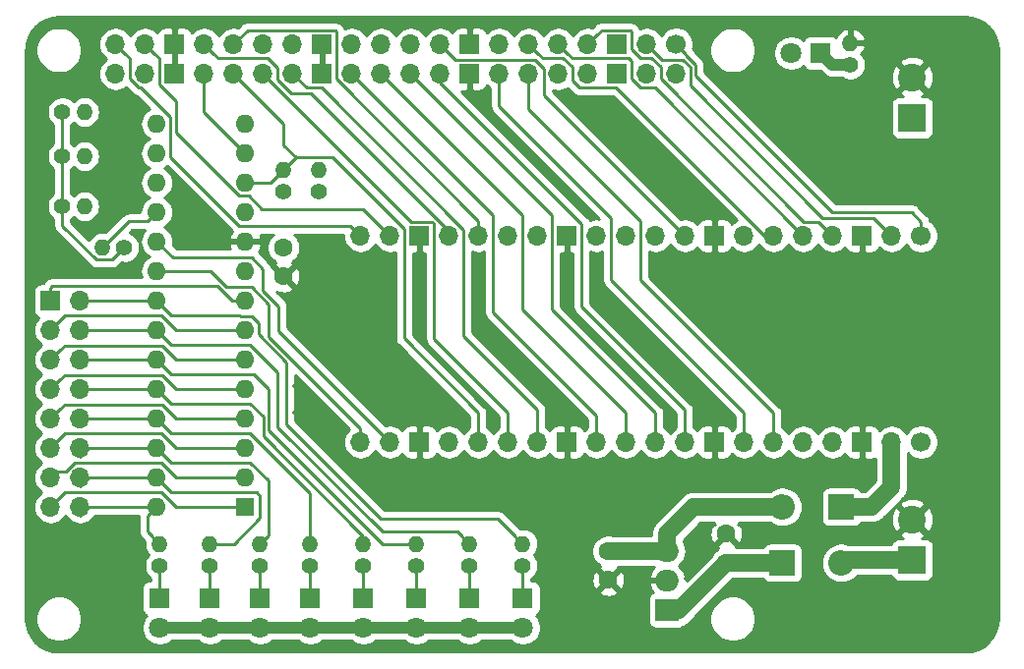
<source format=gbr>
G04 #@! TF.GenerationSoftware,KiCad,Pcbnew,5.1.4+dfsg1-1~bpo10+1*
G04 #@! TF.CreationDate,2021-09-08T12:00:35+01:00*
G04 #@! TF.ProjectId,Project01,50726f6a-6563-4743-9031-2e6b69636164,rev?*
G04 #@! TF.SameCoordinates,Original*
G04 #@! TF.FileFunction,Copper,L1,Top*
G04 #@! TF.FilePolarity,Positive*
%FSLAX46Y46*%
G04 Gerber Fmt 4.6, Leading zero omitted, Abs format (unit mm)*
G04 Created by KiCad (PCBNEW 5.1.4+dfsg1-1~bpo10+1) date 2021-09-08 12:00:35*
%MOMM*%
%LPD*%
G04 APERTURE LIST*
%ADD10O,2.200000X2.200000*%
%ADD11R,2.200000X2.200000*%
%ADD12C,2.400000*%
%ADD13R,2.400000X2.400000*%
%ADD14C,1.600000*%
%ADD15O,1.400000X1.400000*%
%ADD16C,1.400000*%
%ADD17C,1.800000*%
%ADD18R,1.800000X1.800000*%
%ADD19O,2.000000X1.905000*%
%ADD20R,2.000000X1.905000*%
%ADD21O,1.700000X1.700000*%
%ADD22R,1.700000X1.700000*%
%ADD23C,1.700000*%
%ADD24R,1.600000X1.600000*%
%ADD25O,1.600000X1.600000*%
%ADD26C,0.508000*%
%ADD27C,0.250000*%
%ADD28C,1.000000*%
%ADD29C,1.500000*%
%ADD30C,0.254000*%
G04 APERTURE END LIST*
D10*
X180282000Y-127368000D03*
D11*
X185362000Y-127368000D03*
D10*
X185362000Y-132194000D03*
D11*
X180282000Y-132194000D03*
D12*
X191458000Y-90340000D03*
D13*
X191458000Y-93840000D03*
D14*
X137356000Y-107516000D03*
X137356000Y-105016000D03*
D15*
X186124000Y-87368000D03*
D16*
X186124000Y-89268000D03*
D15*
X121740000Y-105016000D03*
D16*
X123640000Y-105016000D03*
D17*
X181044000Y-88252000D03*
D18*
X183584000Y-88252000D03*
D12*
X191458000Y-128440000D03*
D13*
X191458000Y-131940000D03*
D19*
X170376000Y-131178000D03*
X170376000Y-133718000D03*
D20*
X170376000Y-136258000D03*
D15*
X137356000Y-98290000D03*
D16*
X137356000Y-100190000D03*
D15*
X140404000Y-98290000D03*
D16*
X140404000Y-100190000D03*
D15*
X120206000Y-93332000D03*
D16*
X118306000Y-93332000D03*
D15*
X120206000Y-97142000D03*
D16*
X118306000Y-97142000D03*
D15*
X120206000Y-101460000D03*
D16*
X118306000Y-101460000D03*
D14*
X165296000Y-133678000D03*
X165296000Y-131178000D03*
X175456000Y-129694000D03*
X175456000Y-132194000D03*
D21*
X143960000Y-121780000D03*
X146500000Y-121780000D03*
D22*
X149040000Y-121780000D03*
D21*
X151580000Y-121780000D03*
X154120000Y-121780000D03*
X156660000Y-121780000D03*
X159200000Y-121780000D03*
D22*
X161740000Y-121780000D03*
D21*
X164280000Y-121780000D03*
X166820000Y-121780000D03*
X169360000Y-121780000D03*
X171900000Y-121780000D03*
D22*
X174440000Y-121780000D03*
D21*
X176980000Y-121780000D03*
X179520000Y-121780000D03*
X182060000Y-121780000D03*
X184600000Y-121780000D03*
D22*
X187140000Y-121780000D03*
D21*
X189680000Y-121780000D03*
D23*
X192220000Y-121780000D03*
D21*
X143960000Y-104000000D03*
X146500000Y-104000000D03*
D22*
X149040000Y-104000000D03*
D21*
X151580000Y-104000000D03*
X154120000Y-104000000D03*
X156660000Y-104000000D03*
X159200000Y-104000000D03*
D22*
X161740000Y-104000000D03*
D21*
X164280000Y-104000000D03*
X166820000Y-104000000D03*
X169360000Y-104000000D03*
X171900000Y-104000000D03*
D22*
X174440000Y-104000000D03*
D21*
X176980000Y-104000000D03*
X179520000Y-104000000D03*
X182060000Y-104000000D03*
X184600000Y-104000000D03*
D22*
X187140000Y-104000000D03*
D21*
X189680000Y-104000000D03*
D23*
X192220000Y-104000000D03*
D15*
X126688000Y-130548000D03*
D16*
X126688000Y-132448000D03*
D15*
X131006000Y-130548000D03*
D16*
X131006000Y-132448000D03*
D15*
X135324000Y-130548000D03*
D16*
X135324000Y-132448000D03*
D15*
X139642000Y-130548000D03*
D16*
X139642000Y-132448000D03*
D15*
X144214000Y-130548000D03*
D16*
X144214000Y-132448000D03*
D15*
X148786000Y-130548000D03*
D16*
X148786000Y-132448000D03*
D15*
X153358000Y-130548000D03*
D16*
X153358000Y-132448000D03*
D15*
X157930000Y-130548000D03*
D16*
X157930000Y-132448000D03*
D17*
X126688000Y-137782000D03*
D18*
X126688000Y-135242000D03*
D17*
X131006000Y-137782000D03*
D18*
X131006000Y-135242000D03*
D17*
X135324000Y-137782000D03*
D18*
X135324000Y-135242000D03*
D17*
X139642000Y-137782000D03*
D18*
X139642000Y-135242000D03*
D17*
X144214000Y-137782000D03*
D18*
X144214000Y-135242000D03*
D17*
X148786000Y-137782000D03*
D18*
X148786000Y-135242000D03*
D17*
X153358000Y-137782000D03*
D18*
X153358000Y-135242000D03*
D17*
X157930000Y-137782000D03*
D18*
X157930000Y-135242000D03*
D21*
X119830000Y-127368000D03*
X117290000Y-127368000D03*
X119830000Y-124828000D03*
X117290000Y-124828000D03*
X119830000Y-122288000D03*
X117290000Y-122288000D03*
X119830000Y-119748000D03*
X117290000Y-119748000D03*
X119830000Y-117208000D03*
X117290000Y-117208000D03*
X119830000Y-114668000D03*
X117290000Y-114668000D03*
X119830000Y-112128000D03*
X117290000Y-112128000D03*
X119830000Y-109588000D03*
D22*
X117290000Y-109588000D03*
D23*
X171138000Y-87490000D03*
D21*
X171138000Y-90030000D03*
X168598000Y-87490000D03*
X168598000Y-90030000D03*
D22*
X166058000Y-87490000D03*
X166058000Y-90030000D03*
D21*
X163518000Y-87490000D03*
X163518000Y-90030000D03*
X160978000Y-87490000D03*
X160978000Y-90030000D03*
X158438000Y-87490000D03*
X158438000Y-90030000D03*
X155898000Y-87490000D03*
X155898000Y-90030000D03*
D22*
X153358000Y-87490000D03*
X153358000Y-90030000D03*
D21*
X150818000Y-87490000D03*
X150818000Y-90030000D03*
X148278000Y-87490000D03*
X148278000Y-90030000D03*
X145738000Y-87490000D03*
X145738000Y-90030000D03*
X143198000Y-87490000D03*
X143198000Y-90030000D03*
D22*
X140658000Y-87490000D03*
X140658000Y-90030000D03*
D21*
X138118000Y-87490000D03*
X138118000Y-90030000D03*
X135578000Y-87490000D03*
X135578000Y-90030000D03*
X133038000Y-87490000D03*
X133038000Y-90030000D03*
X130498000Y-87490000D03*
X130498000Y-90030000D03*
D22*
X127958000Y-87490000D03*
X127958000Y-90030000D03*
D21*
X125418000Y-87490000D03*
X125418000Y-90030000D03*
X122878000Y-87490000D03*
X122878000Y-90030000D03*
D24*
X134054000Y-127368000D03*
D25*
X126434000Y-94348000D03*
X134054000Y-124828000D03*
X126434000Y-96888000D03*
X134054000Y-122288000D03*
X126434000Y-99428000D03*
X134054000Y-119748000D03*
X126434000Y-101968000D03*
X134054000Y-117208000D03*
X126434000Y-104508000D03*
X134054000Y-114668000D03*
X126434000Y-107048000D03*
X134054000Y-112128000D03*
X126434000Y-109588000D03*
X134054000Y-109588000D03*
X126434000Y-112128000D03*
X134054000Y-107048000D03*
X126434000Y-114668000D03*
X134054000Y-104508000D03*
X126434000Y-117208000D03*
X134054000Y-101968000D03*
X126434000Y-119748000D03*
X134054000Y-99428000D03*
X126434000Y-122288000D03*
X134054000Y-96888000D03*
X126434000Y-124828000D03*
X134054000Y-94348000D03*
X126434000Y-127368000D03*
D26*
X197502000Y-123538000D03*
X197502000Y-125824000D03*
X197502000Y-130396000D03*
X197502000Y-134714000D03*
X195470000Y-136238000D03*
X192168000Y-136238000D03*
X188866000Y-136238000D03*
X185564000Y-136238000D03*
X182516000Y-136238000D03*
X171340000Y-109060000D03*
X173880000Y-109060000D03*
X176420000Y-109060000D03*
X178960000Y-109060000D03*
X181500000Y-109060000D03*
X184040000Y-109060000D03*
X186580000Y-109060000D03*
X189120000Y-109060000D03*
X191660000Y-109060000D03*
X175912000Y-114140000D03*
X178960000Y-114140000D03*
X181500000Y-114140000D03*
X184040000Y-114140000D03*
X186580000Y-114140000D03*
X189120000Y-114140000D03*
X191660000Y-114140000D03*
X181500000Y-93820000D03*
X183786000Y-96360000D03*
X186326000Y-98900000D03*
X165498000Y-94328000D03*
X168038000Y-96868000D03*
X171340000Y-100170000D03*
X143400000Y-109060000D03*
X143400000Y-111600000D03*
X143400000Y-116680000D03*
X139590000Y-109060000D03*
X139336000Y-111600000D03*
X138320000Y-116934000D03*
X140860000Y-119474000D03*
X140860000Y-121506000D03*
X138320000Y-119220000D03*
X140860000Y-114140000D03*
X161942000Y-126078000D03*
D27*
X161740000Y-121780000D02*
X160968602Y-121780000D01*
X120592000Y-127368000D02*
X119830000Y-128130000D01*
X126434000Y-127368000D02*
X120592000Y-127368000D01*
X125988001Y-129848001D02*
X126688000Y-130548000D01*
X125634001Y-129494001D02*
X125988001Y-129848001D01*
X125634001Y-128167999D02*
X125634001Y-129494001D01*
X126434000Y-127368000D02*
X125634001Y-128167999D01*
X120592000Y-124828000D02*
X119830000Y-125590000D01*
X126434000Y-124828000D02*
X120592000Y-124828000D01*
X131995949Y-130548000D02*
X131006000Y-130548000D01*
X127704000Y-126098000D02*
X135005002Y-126098000D01*
X135324000Y-128319002D02*
X133095002Y-130548000D01*
X126434000Y-124828000D02*
X127704000Y-126098000D01*
X135005002Y-126098000D02*
X135324000Y-126416998D01*
X135324000Y-126416998D02*
X135324000Y-128319002D01*
X133095002Y-130548000D02*
X131995949Y-130548000D01*
X120592000Y-122288000D02*
X119830000Y-123050000D01*
X126434000Y-122288000D02*
X120592000Y-122288000D01*
X136023999Y-129848001D02*
X135324000Y-130548000D01*
X136023999Y-125103397D02*
X136023999Y-129848001D01*
X134478602Y-123558000D02*
X136023999Y-125103397D01*
X126434000Y-122288000D02*
X127704000Y-123558000D01*
X127704000Y-123558000D02*
X134478602Y-123558000D01*
X126434000Y-119748000D02*
X119830000Y-119748000D01*
X139642000Y-126181398D02*
X139642000Y-130548000D01*
X126434000Y-119748000D02*
X127704000Y-121018000D01*
X134478602Y-121018000D02*
X139642000Y-126181398D01*
X127704000Y-121018000D02*
X134478602Y-121018000D01*
X126434000Y-117208000D02*
X119830000Y-117208000D01*
X135615990Y-121309990D02*
X144214000Y-129908000D01*
X144214000Y-129908000D02*
X144214000Y-130548000D01*
X135615990Y-119615388D02*
X135615990Y-121309990D01*
X134478602Y-118478000D02*
X135615990Y-119615388D01*
X126434000Y-117208000D02*
X127704000Y-118478000D01*
X127704000Y-118478000D02*
X134478602Y-118478000D01*
X126434000Y-114668000D02*
X119830000Y-114668000D01*
X145870000Y-130548000D02*
X148786000Y-130548000D01*
X136086000Y-120764000D02*
X145870000Y-130548000D01*
X136086000Y-117208000D02*
X136086000Y-120764000D01*
X134816000Y-115938000D02*
X136086000Y-117208000D01*
X126434000Y-114668000D02*
X127704000Y-115938000D01*
X127704000Y-115938000D02*
X134816000Y-115938000D01*
X126434000Y-112128000D02*
X119830000Y-112128000D01*
X152658001Y-129848001D02*
X153358000Y-130548000D01*
X127704000Y-113398000D02*
X134478602Y-113398000D01*
X126434000Y-112128000D02*
X127704000Y-113398000D01*
X134478602Y-113398000D02*
X136848000Y-115767398D01*
X152312999Y-129502999D02*
X152658001Y-129848001D01*
X145840999Y-129502999D02*
X152312999Y-129502999D01*
X136848000Y-115767398D02*
X136848000Y-120510000D01*
X136848000Y-120510000D02*
X145840999Y-129502999D01*
X131652630Y-108318000D02*
X117460000Y-108318000D01*
X117290000Y-108488000D02*
X117290000Y-109588000D01*
X117460000Y-108318000D02*
X117290000Y-108488000D01*
X134054000Y-109588000D02*
X132922630Y-109588000D01*
X132922630Y-109588000D02*
X131652630Y-108318000D01*
X125302630Y-109588000D02*
X119830000Y-109588000D01*
X126434000Y-109588000D02*
X125302630Y-109588000D01*
X155766000Y-128384000D02*
X157230001Y-129848001D01*
X145738000Y-128384000D02*
X155766000Y-128384000D01*
X137610000Y-114922000D02*
X137610000Y-120256000D01*
X157230001Y-129848001D02*
X157930000Y-130548000D01*
X135199001Y-112511001D02*
X137610000Y-114922000D01*
X127704000Y-110858000D02*
X133546000Y-110858000D01*
X126434000Y-109588000D02*
X127704000Y-110858000D01*
X133546000Y-110858000D02*
X133670999Y-110982999D01*
X133670999Y-110982999D02*
X134603601Y-110982999D01*
X134603601Y-110982999D02*
X135199001Y-111578399D01*
X137610000Y-120256000D02*
X145738000Y-128384000D01*
X135199001Y-111578399D02*
X135199001Y-112511001D01*
X118139999Y-111278001D02*
X117290000Y-112128000D01*
X118560000Y-110858000D02*
X118139999Y-111278001D01*
X126858602Y-110858000D02*
X118560000Y-110858000D01*
X134054000Y-112128000D02*
X128128602Y-112128000D01*
X128128602Y-112128000D02*
X126858602Y-110858000D01*
X118139999Y-113818001D02*
X117290000Y-114668000D01*
X118485001Y-113472999D02*
X118139999Y-113818001D01*
X126933601Y-113472999D02*
X118485001Y-113472999D01*
X128128602Y-114668000D02*
X126933601Y-113472999D01*
X134054000Y-114668000D02*
X128128602Y-114668000D01*
X118139999Y-116358001D02*
X117290000Y-117208000D01*
X118485001Y-116012999D02*
X118139999Y-116358001D01*
X126933601Y-116012999D02*
X118485001Y-116012999D01*
X128128602Y-117208000D02*
X126933601Y-116012999D01*
X134054000Y-117208000D02*
X128128602Y-117208000D01*
X118139999Y-118898001D02*
X117290000Y-119748000D01*
X118485001Y-118552999D02*
X118139999Y-118898001D01*
X126933601Y-118552999D02*
X118485001Y-118552999D01*
X128128602Y-119748000D02*
X126933601Y-118552999D01*
X134054000Y-119748000D02*
X128128602Y-119748000D01*
X118139999Y-121438001D02*
X117290000Y-122288000D01*
X118560000Y-121018000D02*
X118139999Y-121438001D01*
X126858602Y-121018000D02*
X118560000Y-121018000D01*
X134054000Y-122288000D02*
X128128602Y-122288000D01*
X128128602Y-122288000D02*
X126858602Y-121018000D01*
X118569398Y-124320000D02*
X117798000Y-124320000D01*
X126858602Y-123558000D02*
X119331398Y-123558000D01*
X117798000Y-124320000D02*
X117290000Y-124828000D01*
X134054000Y-124828000D02*
X128128602Y-124828000D01*
X119331398Y-123558000D02*
X118569398Y-124320000D01*
X128128602Y-124828000D02*
X126858602Y-123558000D01*
X118139999Y-126518001D02*
X117290000Y-127368000D01*
X118560000Y-126098000D02*
X118139999Y-126518001D01*
X126858602Y-126098000D02*
X118560000Y-126098000D01*
X134054000Y-127368000D02*
X128128602Y-127368000D01*
X128128602Y-127368000D02*
X126858602Y-126098000D01*
D28*
X157930000Y-137782000D02*
X126688000Y-137782000D01*
D27*
X118306000Y-102449949D02*
X118306000Y-101460000D01*
X118306000Y-103128602D02*
X118306000Y-102449949D01*
X121238399Y-106061001D02*
X118306000Y-103128602D01*
X122594999Y-106061001D02*
X121238399Y-106061001D01*
X123640000Y-105016000D02*
X122594999Y-106061001D01*
X118306000Y-101460000D02*
X118306000Y-97142000D01*
X118306000Y-97142000D02*
X118306000Y-93332000D01*
X157930000Y-135242000D02*
X157930000Y-132448000D01*
X153358000Y-135242000D02*
X153358000Y-132448000D01*
X148786000Y-134092000D02*
X148786000Y-132448000D01*
X148786000Y-135242000D02*
X148786000Y-134092000D01*
X144214000Y-134092000D02*
X144214000Y-132448000D01*
X144214000Y-135242000D02*
X144214000Y-134092000D01*
X139642000Y-135242000D02*
X139642000Y-132448000D01*
X135324000Y-135242000D02*
X135324000Y-132448000D01*
X131006000Y-134092000D02*
X131006000Y-132448000D01*
X131006000Y-135242000D02*
X131006000Y-134092000D01*
X126688000Y-135242000D02*
X126688000Y-132448000D01*
X123727999Y-88339999D02*
X122878000Y-87490000D01*
X124835001Y-91225001D02*
X124073001Y-90463001D01*
X125005603Y-91225001D02*
X124835001Y-91225001D01*
X127579001Y-93798399D02*
X125005603Y-91225001D01*
X127579001Y-97187603D02*
X127579001Y-93798399D01*
X133541399Y-103150001D02*
X127579001Y-97187603D01*
X124073001Y-90463001D02*
X124073001Y-88685001D01*
X143110001Y-103150001D02*
X133541399Y-103150001D01*
X124073001Y-88685001D02*
X123727999Y-88339999D01*
X143960000Y-104000000D02*
X143110001Y-103150001D01*
X126267999Y-88339999D02*
X125418000Y-87490000D01*
X126613001Y-88685001D02*
X126267999Y-88339999D01*
X126613001Y-91006003D02*
X126613001Y-88685001D01*
X128049011Y-92442013D02*
X126613001Y-91006003D01*
X128049011Y-95117613D02*
X128049011Y-92442013D01*
X133504399Y-100573001D02*
X128049011Y-95117613D01*
X134353603Y-100573001D02*
X133504399Y-100573001D01*
X135494602Y-101714000D02*
X134353603Y-100573001D01*
X144214000Y-101714000D02*
X135494602Y-101714000D01*
X146500000Y-104000000D02*
X144214000Y-101714000D01*
X131347999Y-88339999D02*
X130498000Y-87490000D01*
X131693001Y-88685001D02*
X131347999Y-88339999D01*
X136001603Y-88685001D02*
X131693001Y-88685001D01*
X138014409Y-91695011D02*
X136848000Y-90528602D01*
X136848000Y-90528602D02*
X136848000Y-89531398D01*
X151580000Y-104000000D02*
X151580000Y-103554304D01*
X139720707Y-91695011D02*
X138014409Y-91695011D01*
X151580000Y-103554304D02*
X139720707Y-91695011D01*
X136848000Y-89531398D02*
X136001603Y-88685001D01*
X154120000Y-102720602D02*
X154120000Y-104000000D01*
X141853001Y-90453603D02*
X154120000Y-102720602D01*
X141853001Y-86363999D02*
X141853001Y-90453603D01*
X141784001Y-86294999D02*
X141853001Y-86363999D01*
X134233001Y-86294999D02*
X141784001Y-86294999D01*
X133038000Y-87490000D02*
X134233001Y-86294999D01*
X171050001Y-103150001D02*
X171900000Y-104000000D01*
X159782999Y-91882999D02*
X171050001Y-103150001D01*
X159782999Y-89606397D02*
X159782999Y-91882999D01*
X159011601Y-88834999D02*
X159782999Y-89606397D01*
X152162999Y-88834999D02*
X159011601Y-88834999D01*
X150818000Y-87490000D02*
X152162999Y-88834999D01*
X172333001Y-91068307D02*
X172333001Y-89456399D01*
X169942999Y-88834999D02*
X169447999Y-88339999D01*
X172333001Y-89456399D02*
X171711601Y-88834999D01*
X169447999Y-88339999D02*
X168598000Y-87490000D01*
X171711601Y-88834999D02*
X169942999Y-88834999D01*
X189680000Y-104000000D02*
X188156000Y-102476000D01*
X188156000Y-102476000D02*
X183740694Y-102476000D01*
X183740694Y-102476000D02*
X172333001Y-91068307D01*
X171987999Y-88339999D02*
X171138000Y-87490000D01*
X171987999Y-88446702D02*
X171987999Y-88339999D01*
X172803012Y-89261715D02*
X171987999Y-88446702D01*
X172803012Y-90171012D02*
X172803012Y-89261715D01*
X184600000Y-101968000D02*
X172803012Y-90171012D01*
X191390081Y-101968000D02*
X184600000Y-101968000D01*
X192220000Y-104000000D02*
X192220000Y-102797919D01*
X192220000Y-102797919D02*
X191390081Y-101968000D01*
X156660000Y-119240000D02*
X156660000Y-121780000D01*
X150310000Y-112890000D02*
X156660000Y-119240000D01*
X150310000Y-102948998D02*
X150310000Y-112890000D01*
X150166001Y-102804999D02*
X150310000Y-102948998D01*
X135578000Y-90030000D02*
X148352999Y-102804999D01*
X148352999Y-102804999D02*
X150166001Y-102804999D01*
X159200000Y-118986000D02*
X159200000Y-121780000D01*
X152850000Y-112636000D02*
X159200000Y-118986000D01*
X152850000Y-103492000D02*
X152850000Y-112636000D01*
X140583001Y-91225001D02*
X152850000Y-103492000D01*
X138118000Y-90030000D02*
X139313001Y-91225001D01*
X139313001Y-91225001D02*
X140583001Y-91225001D01*
X164280000Y-119494000D02*
X164280000Y-121780000D01*
X143198000Y-90030000D02*
X155390000Y-102222000D01*
X155390000Y-110604000D02*
X164280000Y-119494000D01*
X155390000Y-102222000D02*
X155390000Y-110604000D01*
X166820000Y-119272000D02*
X166820000Y-121780000D01*
X157930000Y-110382000D02*
X166820000Y-119272000D01*
X145738000Y-90030000D02*
X157930000Y-102222000D01*
X157930000Y-102222000D02*
X157930000Y-110382000D01*
X169360000Y-120577919D02*
X169360000Y-121780000D01*
X169360000Y-119272000D02*
X169360000Y-120577919D01*
X160470000Y-110382000D02*
X169360000Y-119272000D01*
X148278000Y-90030000D02*
X160470000Y-102222000D01*
X160470000Y-102222000D02*
X160470000Y-110382000D01*
X163010000Y-110128000D02*
X171900000Y-119018000D01*
X163010000Y-102948998D02*
X163010000Y-110128000D01*
X171900000Y-119018000D02*
X171900000Y-121780000D01*
X150818000Y-90030000D02*
X150818000Y-90756998D01*
X150818000Y-90756998D02*
X163010000Y-102948998D01*
X165550000Y-107842000D02*
X176980000Y-119272000D01*
X165550000Y-102476000D02*
X165550000Y-107842000D01*
X155898000Y-90030000D02*
X155898000Y-92824000D01*
X176980000Y-119272000D02*
X176980000Y-121780000D01*
X155898000Y-92824000D02*
X165550000Y-102476000D01*
X158438000Y-93078000D02*
X158438000Y-90030000D01*
X168090000Y-102730000D02*
X158438000Y-93078000D01*
X168090000Y-107842000D02*
X168090000Y-102730000D01*
X179520000Y-121780000D02*
X179520000Y-119272000D01*
X179520000Y-119272000D02*
X168090000Y-107842000D01*
D29*
X185362000Y-127368000D02*
X187962000Y-127368000D01*
X187962000Y-127368000D02*
X189680000Y-125650000D01*
X189680000Y-125650000D02*
X189680000Y-121780000D01*
X170844000Y-136258000D02*
X170376000Y-136258000D01*
X180282000Y-132194000D02*
X175456000Y-132194000D01*
X171392000Y-136258000D02*
X170376000Y-136258000D01*
X175456000Y-132194000D02*
X171392000Y-136258000D01*
D28*
X184600000Y-89268000D02*
X186124000Y-89268000D01*
X183584000Y-88252000D02*
X184600000Y-89268000D01*
D27*
X122439999Y-104316001D02*
X121740000Y-105016000D01*
X123988001Y-102767999D02*
X122439999Y-104316001D01*
X125634001Y-102767999D02*
X123988001Y-102767999D01*
X126434000Y-101968000D02*
X125634001Y-102767999D01*
D29*
X170376000Y-131178000D02*
X165296000Y-131178000D01*
X170376000Y-131178000D02*
X170376000Y-129654000D01*
X170376000Y-129654000D02*
X172662000Y-127368000D01*
X172662000Y-127368000D02*
X180282000Y-127368000D01*
X185616000Y-131940000D02*
X185362000Y-132194000D01*
X191458000Y-131940000D02*
X185616000Y-131940000D01*
D27*
X136935009Y-112215009D02*
X146500000Y-121780000D01*
X127828999Y-105902999D02*
X134603601Y-105902999D01*
X135578000Y-108752704D02*
X136935009Y-110109713D01*
X126434000Y-104508000D02*
X127828999Y-105902999D01*
X134603601Y-105902999D02*
X135578000Y-106877398D01*
X136935009Y-110109713D02*
X136935009Y-112215009D01*
X135578000Y-106877398D02*
X135578000Y-108752704D01*
X143960000Y-120577919D02*
X143960000Y-121780000D01*
X134603601Y-108442999D02*
X136086000Y-109925398D01*
X136086000Y-109925398D02*
X136086000Y-112703919D01*
X131047324Y-107048000D02*
X132442323Y-108442999D01*
X126434000Y-107048000D02*
X131047324Y-107048000D01*
X136086000Y-112703919D02*
X143960000Y-120577919D01*
X132442323Y-108442999D02*
X134603601Y-108442999D01*
D28*
X176726000Y-103746000D02*
X176980000Y-104000000D01*
D27*
X159287999Y-88339999D02*
X158438000Y-87490000D01*
X159633001Y-88685001D02*
X159287999Y-88339999D01*
X161401603Y-88685001D02*
X159633001Y-88685001D01*
X162173001Y-89456399D02*
X161401603Y-88685001D01*
X162173001Y-90603601D02*
X162173001Y-89456399D01*
X162794401Y-91225001D02*
X162173001Y-90603601D01*
X165973603Y-91225001D02*
X162794401Y-91225001D01*
X178748602Y-104000000D02*
X165973603Y-91225001D01*
X179520000Y-104000000D02*
X178748602Y-104000000D01*
X161827999Y-88339999D02*
X160978000Y-87490000D01*
X167034003Y-88685001D02*
X162173001Y-88685001D01*
X167253001Y-88903999D02*
X167034003Y-88685001D01*
X167253001Y-90453603D02*
X167253001Y-88903999D01*
X168024399Y-91225001D02*
X167253001Y-90453603D01*
X162173001Y-88685001D02*
X161827999Y-88339999D01*
X169285001Y-91225001D02*
X168024399Y-91225001D01*
X182060000Y-104000000D02*
X169285001Y-91225001D01*
X164367999Y-86640001D02*
X163518000Y-87490000D01*
X164713001Y-86294999D02*
X164367999Y-86640001D01*
X167184001Y-86294999D02*
X164713001Y-86294999D01*
X167253001Y-86363999D02*
X167184001Y-86294999D01*
X167253001Y-87913603D02*
X167253001Y-86363999D01*
X168024399Y-88685001D02*
X167253001Y-87913603D01*
X169021603Y-88685001D02*
X168024399Y-88685001D01*
X169793001Y-89456399D02*
X169021603Y-88685001D01*
X169793001Y-90453603D02*
X169793001Y-89456399D01*
X182144397Y-102804999D02*
X169793001Y-90453603D01*
X183404999Y-102804999D02*
X182144397Y-102804999D01*
X184600000Y-104000000D02*
X183404999Y-102804999D01*
X130498000Y-93332000D02*
X134054000Y-96888000D01*
X130498000Y-90030000D02*
X130498000Y-93332000D01*
X134054000Y-99428000D02*
X136218000Y-99428000D01*
X137356000Y-94348000D02*
X133038000Y-90030000D01*
X138401001Y-97244999D02*
X138055999Y-97590001D01*
X136218000Y-99428000D02*
X137356000Y-98290000D01*
X138055999Y-97590001D02*
X137356000Y-98290000D01*
X137356000Y-96199998D02*
X138401001Y-97244999D01*
X137356000Y-94348000D02*
X137356000Y-96199998D01*
X141513601Y-97244999D02*
X138401001Y-97244999D01*
X147695001Y-112847001D02*
X147695001Y-103426399D01*
X154120000Y-121780000D02*
X154120000Y-119272000D01*
X147695001Y-103426399D02*
X141513601Y-97244999D01*
X154120000Y-119272000D02*
X147695001Y-112847001D01*
D30*
G36*
X196551010Y-85217192D02*
G01*
X197081036Y-85377216D01*
X197569879Y-85637140D01*
X197998931Y-85987065D01*
X198351844Y-86413664D01*
X198615173Y-86900681D01*
X198778894Y-87429578D01*
X198840001Y-88010970D01*
X198840000Y-136967721D01*
X198782808Y-137551010D01*
X198622783Y-138081036D01*
X198362860Y-138569880D01*
X198012935Y-138998931D01*
X197586335Y-139351845D01*
X197099320Y-139615173D01*
X196570422Y-139778894D01*
X195989040Y-139840000D01*
X118032279Y-139840000D01*
X117448990Y-139782808D01*
X116918964Y-139622783D01*
X116430120Y-139362860D01*
X116001069Y-139012935D01*
X115648155Y-138586335D01*
X115384827Y-138099320D01*
X115221106Y-137570422D01*
X115160000Y-136989040D01*
X115160000Y-136804495D01*
X116015000Y-136804495D01*
X116015000Y-137195505D01*
X116091282Y-137579003D01*
X116240915Y-137940250D01*
X116458149Y-138265364D01*
X116734636Y-138541851D01*
X117059750Y-138759085D01*
X117420997Y-138908718D01*
X117804495Y-138985000D01*
X118195505Y-138985000D01*
X118579003Y-138908718D01*
X118940250Y-138759085D01*
X119265364Y-138541851D01*
X119541851Y-138265364D01*
X119759085Y-137940250D01*
X119908718Y-137579003D01*
X119985000Y-137195505D01*
X119985000Y-136804495D01*
X119908718Y-136420997D01*
X119759085Y-136059750D01*
X119541851Y-135734636D01*
X119265364Y-135458149D01*
X118940250Y-135240915D01*
X118579003Y-135091282D01*
X118195505Y-135015000D01*
X117804495Y-135015000D01*
X117420997Y-135091282D01*
X117059750Y-135240915D01*
X116734636Y-135458149D01*
X116458149Y-135734636D01*
X116240915Y-136059750D01*
X116091282Y-136420997D01*
X116015000Y-136804495D01*
X115160000Y-136804495D01*
X115160000Y-112128000D01*
X115797815Y-112128000D01*
X115826487Y-112419111D01*
X115911401Y-112699034D01*
X116049294Y-112957014D01*
X116234866Y-113183134D01*
X116460986Y-113368706D01*
X116515791Y-113398000D01*
X116460986Y-113427294D01*
X116234866Y-113612866D01*
X116049294Y-113838986D01*
X115911401Y-114096966D01*
X115826487Y-114376889D01*
X115797815Y-114668000D01*
X115826487Y-114959111D01*
X115911401Y-115239034D01*
X116049294Y-115497014D01*
X116234866Y-115723134D01*
X116460986Y-115908706D01*
X116515791Y-115938000D01*
X116460986Y-115967294D01*
X116234866Y-116152866D01*
X116049294Y-116378986D01*
X115911401Y-116636966D01*
X115826487Y-116916889D01*
X115797815Y-117208000D01*
X115826487Y-117499111D01*
X115911401Y-117779034D01*
X116049294Y-118037014D01*
X116234866Y-118263134D01*
X116460986Y-118448706D01*
X116515791Y-118478000D01*
X116460986Y-118507294D01*
X116234866Y-118692866D01*
X116049294Y-118918986D01*
X115911401Y-119176966D01*
X115826487Y-119456889D01*
X115797815Y-119748000D01*
X115826487Y-120039111D01*
X115911401Y-120319034D01*
X116049294Y-120577014D01*
X116234866Y-120803134D01*
X116460986Y-120988706D01*
X116515791Y-121018000D01*
X116460986Y-121047294D01*
X116234866Y-121232866D01*
X116049294Y-121458986D01*
X115911401Y-121716966D01*
X115826487Y-121996889D01*
X115797815Y-122288000D01*
X115826487Y-122579111D01*
X115911401Y-122859034D01*
X116049294Y-123117014D01*
X116234866Y-123343134D01*
X116460986Y-123528706D01*
X116515791Y-123558000D01*
X116460986Y-123587294D01*
X116234866Y-123772866D01*
X116049294Y-123998986D01*
X115911401Y-124256966D01*
X115826487Y-124536889D01*
X115797815Y-124828000D01*
X115826487Y-125119111D01*
X115911401Y-125399034D01*
X116049294Y-125657014D01*
X116234866Y-125883134D01*
X116460986Y-126068706D01*
X116515791Y-126098000D01*
X116460986Y-126127294D01*
X116234866Y-126312866D01*
X116049294Y-126538986D01*
X115911401Y-126796966D01*
X115826487Y-127076889D01*
X115797815Y-127368000D01*
X115826487Y-127659111D01*
X115911401Y-127939034D01*
X116049294Y-128197014D01*
X116234866Y-128423134D01*
X116460986Y-128608706D01*
X116718966Y-128746599D01*
X116998889Y-128831513D01*
X117217050Y-128853000D01*
X117362950Y-128853000D01*
X117581111Y-128831513D01*
X117861034Y-128746599D01*
X118119014Y-128608706D01*
X118345134Y-128423134D01*
X118530706Y-128197014D01*
X118560000Y-128142209D01*
X118589294Y-128197014D01*
X118774866Y-128423134D01*
X119000986Y-128608706D01*
X119258966Y-128746599D01*
X119518818Y-128825425D01*
X119537754Y-128835546D01*
X119681015Y-128879002D01*
X119830000Y-128893676D01*
X119978985Y-128879002D01*
X120122246Y-128835546D01*
X120141182Y-128825425D01*
X120401034Y-128746599D01*
X120659014Y-128608706D01*
X120885134Y-128423134D01*
X121070706Y-128197014D01*
X121107595Y-128128000D01*
X124874264Y-128128000D01*
X124874001Y-128130667D01*
X124874001Y-128130677D01*
X124870325Y-128167999D01*
X124874001Y-128205322D01*
X124874002Y-129456669D01*
X124870325Y-129494001D01*
X124874002Y-129531334D01*
X124884999Y-129642987D01*
X124888340Y-129654000D01*
X124928455Y-129786247D01*
X124999027Y-129918277D01*
X125063624Y-129996988D01*
X125094001Y-130034002D01*
X125122999Y-130057800D01*
X125370450Y-130305251D01*
X125346541Y-130548000D01*
X125372317Y-130809706D01*
X125448653Y-131061354D01*
X125572618Y-131293275D01*
X125739445Y-131496555D01*
X125746050Y-131501975D01*
X125651038Y-131596987D01*
X125504939Y-131815641D01*
X125404304Y-132058595D01*
X125353000Y-132316514D01*
X125353000Y-132579486D01*
X125404304Y-132837405D01*
X125504939Y-133080359D01*
X125651038Y-133299013D01*
X125836987Y-133484962D01*
X125928001Y-133545775D01*
X125928001Y-133703928D01*
X125788000Y-133703928D01*
X125663518Y-133716188D01*
X125543820Y-133752498D01*
X125433506Y-133811463D01*
X125336815Y-133890815D01*
X125257463Y-133987506D01*
X125198498Y-134097820D01*
X125162188Y-134217518D01*
X125149928Y-134342000D01*
X125149928Y-136142000D01*
X125162188Y-136266482D01*
X125198498Y-136386180D01*
X125257463Y-136496494D01*
X125336815Y-136593185D01*
X125433506Y-136672537D01*
X125543820Y-136731502D01*
X125562127Y-136737056D01*
X125495688Y-136803495D01*
X125327701Y-137054905D01*
X125211989Y-137334257D01*
X125153000Y-137630816D01*
X125153000Y-137933184D01*
X125211989Y-138229743D01*
X125327701Y-138509095D01*
X125495688Y-138760505D01*
X125709495Y-138974312D01*
X125960905Y-139142299D01*
X126240257Y-139258011D01*
X126536816Y-139317000D01*
X126839184Y-139317000D01*
X127135743Y-139258011D01*
X127415095Y-139142299D01*
X127666505Y-138974312D01*
X127723817Y-138917000D01*
X129970183Y-138917000D01*
X130027495Y-138974312D01*
X130278905Y-139142299D01*
X130558257Y-139258011D01*
X130854816Y-139317000D01*
X131157184Y-139317000D01*
X131453743Y-139258011D01*
X131733095Y-139142299D01*
X131984505Y-138974312D01*
X132041817Y-138917000D01*
X134288183Y-138917000D01*
X134345495Y-138974312D01*
X134596905Y-139142299D01*
X134876257Y-139258011D01*
X135172816Y-139317000D01*
X135475184Y-139317000D01*
X135771743Y-139258011D01*
X136051095Y-139142299D01*
X136302505Y-138974312D01*
X136359817Y-138917000D01*
X138606183Y-138917000D01*
X138663495Y-138974312D01*
X138914905Y-139142299D01*
X139194257Y-139258011D01*
X139490816Y-139317000D01*
X139793184Y-139317000D01*
X140089743Y-139258011D01*
X140369095Y-139142299D01*
X140620505Y-138974312D01*
X140677817Y-138917000D01*
X143178183Y-138917000D01*
X143235495Y-138974312D01*
X143486905Y-139142299D01*
X143766257Y-139258011D01*
X144062816Y-139317000D01*
X144365184Y-139317000D01*
X144661743Y-139258011D01*
X144941095Y-139142299D01*
X145192505Y-138974312D01*
X145249817Y-138917000D01*
X147750183Y-138917000D01*
X147807495Y-138974312D01*
X148058905Y-139142299D01*
X148338257Y-139258011D01*
X148634816Y-139317000D01*
X148937184Y-139317000D01*
X149233743Y-139258011D01*
X149513095Y-139142299D01*
X149764505Y-138974312D01*
X149821817Y-138917000D01*
X152322183Y-138917000D01*
X152379495Y-138974312D01*
X152630905Y-139142299D01*
X152910257Y-139258011D01*
X153206816Y-139317000D01*
X153509184Y-139317000D01*
X153805743Y-139258011D01*
X154085095Y-139142299D01*
X154336505Y-138974312D01*
X154393817Y-138917000D01*
X156894183Y-138917000D01*
X156951495Y-138974312D01*
X157202905Y-139142299D01*
X157482257Y-139258011D01*
X157778816Y-139317000D01*
X158081184Y-139317000D01*
X158377743Y-139258011D01*
X158657095Y-139142299D01*
X158908505Y-138974312D01*
X159122312Y-138760505D01*
X159290299Y-138509095D01*
X159406011Y-138229743D01*
X159465000Y-137933184D01*
X159465000Y-137630816D01*
X159406011Y-137334257D01*
X159290299Y-137054905D01*
X159122312Y-136803495D01*
X159055873Y-136737056D01*
X159074180Y-136731502D01*
X159184494Y-136672537D01*
X159281185Y-136593185D01*
X159360537Y-136496494D01*
X159419502Y-136386180D01*
X159455812Y-136266482D01*
X159468072Y-136142000D01*
X159468072Y-134670702D01*
X164482903Y-134670702D01*
X164554486Y-134914671D01*
X164809996Y-135035571D01*
X165084184Y-135104300D01*
X165366512Y-135118217D01*
X165646130Y-135076787D01*
X165912292Y-134981603D01*
X166037514Y-134914671D01*
X166109097Y-134670702D01*
X165296000Y-133857605D01*
X164482903Y-134670702D01*
X159468072Y-134670702D01*
X159468072Y-134342000D01*
X159455812Y-134217518D01*
X159419502Y-134097820D01*
X159360537Y-133987506D01*
X159281185Y-133890815D01*
X159184494Y-133811463D01*
X159074180Y-133752498D01*
X159061040Y-133748512D01*
X163855783Y-133748512D01*
X163897213Y-134028130D01*
X163992397Y-134294292D01*
X164059329Y-134419514D01*
X164303298Y-134491097D01*
X165116395Y-133678000D01*
X165475605Y-133678000D01*
X166288702Y-134491097D01*
X166532671Y-134419514D01*
X166653571Y-134164004D01*
X166722300Y-133889816D01*
X166736217Y-133607488D01*
X166694787Y-133327870D01*
X166599603Y-133061708D01*
X166532671Y-132936486D01*
X166288702Y-132864903D01*
X165475605Y-133678000D01*
X165116395Y-133678000D01*
X164303298Y-132864903D01*
X164059329Y-132936486D01*
X163938429Y-133191996D01*
X163869700Y-133466184D01*
X163855783Y-133748512D01*
X159061040Y-133748512D01*
X158954482Y-133716188D01*
X158830000Y-133703928D01*
X158690000Y-133703928D01*
X158690000Y-133545775D01*
X158781013Y-133484962D01*
X158966962Y-133299013D01*
X159113061Y-133080359D01*
X159213696Y-132837405D01*
X159265000Y-132579486D01*
X159265000Y-132316514D01*
X159213696Y-132058595D01*
X159113061Y-131815641D01*
X158966962Y-131596987D01*
X158871950Y-131501975D01*
X158878555Y-131496555D01*
X159045382Y-131293275D01*
X159169347Y-131061354D01*
X159176836Y-131036665D01*
X163861000Y-131036665D01*
X163861000Y-131319335D01*
X163916147Y-131596574D01*
X164024320Y-131857727D01*
X164181363Y-132092759D01*
X164381241Y-132292637D01*
X164581869Y-132426692D01*
X164554486Y-132441329D01*
X164482903Y-132685298D01*
X165296000Y-133498395D01*
X166109097Y-132685298D01*
X166073214Y-132563000D01*
X169248989Y-132563000D01*
X169194685Y-132608563D01*
X169000031Y-132851077D01*
X168856429Y-133126906D01*
X168785437Y-133345020D01*
X168905406Y-133591000D01*
X170249000Y-133591000D01*
X170249000Y-133571000D01*
X170503000Y-133571000D01*
X170503000Y-133591000D01*
X170523000Y-133591000D01*
X170523000Y-133845000D01*
X170503000Y-133845000D01*
X170503000Y-133865000D01*
X170249000Y-133865000D01*
X170249000Y-133845000D01*
X168905406Y-133845000D01*
X168785437Y-134090980D01*
X168856429Y-134309094D01*
X169000031Y-134584923D01*
X169113219Y-134725941D01*
X169021506Y-134774963D01*
X168924815Y-134854315D01*
X168845463Y-134951006D01*
X168786498Y-135061320D01*
X168750188Y-135181018D01*
X168737928Y-135305500D01*
X168737928Y-137210500D01*
X168750188Y-137334982D01*
X168786498Y-137454680D01*
X168845463Y-137564994D01*
X168924815Y-137661685D01*
X169021506Y-137741037D01*
X169131820Y-137800002D01*
X169251518Y-137836312D01*
X169376000Y-137848572D01*
X171376000Y-137848572D01*
X171500482Y-137836312D01*
X171620180Y-137800002D01*
X171730494Y-137741037D01*
X171827185Y-137661685D01*
X171906537Y-137564994D01*
X171916589Y-137546188D01*
X171924581Y-137543764D01*
X172165188Y-137415157D01*
X172376081Y-137242081D01*
X172419454Y-137189231D01*
X172804190Y-136804495D01*
X174015000Y-136804495D01*
X174015000Y-137195505D01*
X174091282Y-137579003D01*
X174240915Y-137940250D01*
X174458149Y-138265364D01*
X174734636Y-138541851D01*
X175059750Y-138759085D01*
X175420997Y-138908718D01*
X175804495Y-138985000D01*
X176195505Y-138985000D01*
X176579003Y-138908718D01*
X176940250Y-138759085D01*
X177265364Y-138541851D01*
X177541851Y-138265364D01*
X177759085Y-137940250D01*
X177908718Y-137579003D01*
X177985000Y-137195505D01*
X177985000Y-136804495D01*
X177908718Y-136420997D01*
X177759085Y-136059750D01*
X177541851Y-135734636D01*
X177265364Y-135458149D01*
X176940250Y-135240915D01*
X176579003Y-135091282D01*
X176195505Y-135015000D01*
X175804495Y-135015000D01*
X175420997Y-135091282D01*
X175059750Y-135240915D01*
X174734636Y-135458149D01*
X174458149Y-135734636D01*
X174240915Y-136059750D01*
X174091282Y-136420997D01*
X174015000Y-136804495D01*
X172804190Y-136804495D01*
X176029686Y-133579000D01*
X178614317Y-133579000D01*
X178651463Y-133648494D01*
X178730815Y-133745185D01*
X178827506Y-133824537D01*
X178937820Y-133883502D01*
X179057518Y-133919812D01*
X179182000Y-133932072D01*
X181382000Y-133932072D01*
X181506482Y-133919812D01*
X181626180Y-133883502D01*
X181736494Y-133824537D01*
X181833185Y-133745185D01*
X181912537Y-133648494D01*
X181971502Y-133538180D01*
X182007812Y-133418482D01*
X182020072Y-133294000D01*
X182020072Y-132194000D01*
X183618606Y-132194000D01*
X183652105Y-132534119D01*
X183751314Y-132861168D01*
X183912421Y-133162578D01*
X184129234Y-133426766D01*
X184393422Y-133643579D01*
X184694832Y-133804686D01*
X185021881Y-133903895D01*
X185276775Y-133929000D01*
X185447225Y-133929000D01*
X185702119Y-133903895D01*
X186029168Y-133804686D01*
X186330578Y-133643579D01*
X186594766Y-133426766D01*
X186678283Y-133325000D01*
X189650546Y-133325000D01*
X189668498Y-133384180D01*
X189727463Y-133494494D01*
X189806815Y-133591185D01*
X189903506Y-133670537D01*
X190013820Y-133729502D01*
X190133518Y-133765812D01*
X190258000Y-133778072D01*
X192658000Y-133778072D01*
X192782482Y-133765812D01*
X192902180Y-133729502D01*
X193012494Y-133670537D01*
X193109185Y-133591185D01*
X193188537Y-133494494D01*
X193247502Y-133384180D01*
X193283812Y-133264482D01*
X193296072Y-133140000D01*
X193296072Y-130740000D01*
X193283812Y-130615518D01*
X193247502Y-130495820D01*
X193188537Y-130385506D01*
X193109185Y-130288815D01*
X193012494Y-130209463D01*
X192902180Y-130150498D01*
X192782482Y-130114188D01*
X192658000Y-130101928D01*
X192251097Y-130101928D01*
X192436486Y-130002836D01*
X192556374Y-129717980D01*
X191458000Y-128619605D01*
X190359626Y-129717980D01*
X190479514Y-130002836D01*
X190678912Y-130101928D01*
X190258000Y-130101928D01*
X190133518Y-130114188D01*
X190013820Y-130150498D01*
X189903506Y-130209463D01*
X189806815Y-130288815D01*
X189727463Y-130385506D01*
X189668498Y-130495820D01*
X189650546Y-130555000D01*
X185935829Y-130555000D01*
X185702119Y-130484105D01*
X185447225Y-130459000D01*
X185276775Y-130459000D01*
X185021881Y-130484105D01*
X184694832Y-130583314D01*
X184393422Y-130744421D01*
X184129234Y-130961234D01*
X183912421Y-131225422D01*
X183751314Y-131526832D01*
X183652105Y-131853881D01*
X183618606Y-132194000D01*
X182020072Y-132194000D01*
X182020072Y-131094000D01*
X182007812Y-130969518D01*
X181971502Y-130849820D01*
X181912537Y-130739506D01*
X181833185Y-130642815D01*
X181736494Y-130563463D01*
X181626180Y-130504498D01*
X181506482Y-130468188D01*
X181382000Y-130455928D01*
X179182000Y-130455928D01*
X179057518Y-130468188D01*
X178937820Y-130504498D01*
X178827506Y-130563463D01*
X178730815Y-130642815D01*
X178651463Y-130739506D01*
X178614317Y-130809000D01*
X176233214Y-130809000D01*
X176269097Y-130686702D01*
X175456000Y-129873605D01*
X174642903Y-130686702D01*
X174714486Y-130930671D01*
X174743341Y-130944324D01*
X174541241Y-131079363D01*
X174341363Y-131279241D01*
X174198977Y-131492337D01*
X172011000Y-133680315D01*
X172011000Y-133590998D01*
X171846595Y-133590998D01*
X171966563Y-133345020D01*
X171895571Y-133126906D01*
X171751969Y-132851077D01*
X171557315Y-132608563D01*
X171372101Y-132453163D01*
X171551463Y-132305963D01*
X171749845Y-132064235D01*
X171897255Y-131788449D01*
X171988030Y-131489204D01*
X172018681Y-131178000D01*
X171988030Y-130866796D01*
X171897255Y-130567551D01*
X171761000Y-130312635D01*
X171761000Y-130227685D01*
X173235686Y-128753000D01*
X174358653Y-128753000D01*
X174347023Y-128764630D01*
X174463296Y-128880903D01*
X174219329Y-128952486D01*
X174098429Y-129207996D01*
X174029700Y-129482184D01*
X174015783Y-129764512D01*
X174057213Y-130044130D01*
X174152397Y-130310292D01*
X174219329Y-130435514D01*
X174463298Y-130507097D01*
X175276395Y-129694000D01*
X175262253Y-129679858D01*
X175441858Y-129500253D01*
X175456000Y-129514395D01*
X175470143Y-129500253D01*
X175649748Y-129679858D01*
X175635605Y-129694000D01*
X176448702Y-130507097D01*
X176692671Y-130435514D01*
X176813571Y-130180004D01*
X176882300Y-129905816D01*
X176896217Y-129623488D01*
X176854787Y-129343870D01*
X176759603Y-129077708D01*
X176692671Y-128952486D01*
X176448704Y-128880903D01*
X176564977Y-128764630D01*
X176553347Y-128753000D01*
X179234732Y-128753000D01*
X179313422Y-128817579D01*
X179614832Y-128978686D01*
X179941881Y-129077895D01*
X180196775Y-129103000D01*
X180367225Y-129103000D01*
X180622119Y-129077895D01*
X180949168Y-128978686D01*
X181250578Y-128817579D01*
X181514766Y-128600766D01*
X181731579Y-128336578D01*
X181892686Y-128035168D01*
X181991895Y-127708119D01*
X182025394Y-127368000D01*
X181991895Y-127027881D01*
X181892686Y-126700832D01*
X181731579Y-126399422D01*
X181623724Y-126268000D01*
X183623928Y-126268000D01*
X183623928Y-128468000D01*
X183636188Y-128592482D01*
X183672498Y-128712180D01*
X183731463Y-128822494D01*
X183810815Y-128919185D01*
X183907506Y-128998537D01*
X184017820Y-129057502D01*
X184137518Y-129093812D01*
X184262000Y-129106072D01*
X186462000Y-129106072D01*
X186586482Y-129093812D01*
X186706180Y-129057502D01*
X186816494Y-128998537D01*
X186913185Y-128919185D01*
X186992537Y-128822494D01*
X187029683Y-128753000D01*
X187893971Y-128753000D01*
X187962000Y-128759700D01*
X188030029Y-128753000D01*
X188030037Y-128753000D01*
X188233507Y-128732960D01*
X188494581Y-128653764D01*
X188735188Y-128525157D01*
X188772319Y-128494684D01*
X189614933Y-128494684D01*
X189661015Y-128853198D01*
X189776154Y-129195833D01*
X189895164Y-129418486D01*
X190180020Y-129538374D01*
X191278395Y-128440000D01*
X191637605Y-128440000D01*
X192735980Y-129538374D01*
X193020836Y-129418486D01*
X193181699Y-129094790D01*
X193276322Y-128745931D01*
X193301067Y-128385316D01*
X193254985Y-128026802D01*
X193139846Y-127684167D01*
X193020836Y-127461514D01*
X192735980Y-127341626D01*
X191637605Y-128440000D01*
X191278395Y-128440000D01*
X190180020Y-127341626D01*
X189895164Y-127461514D01*
X189734301Y-127785210D01*
X189639678Y-128134069D01*
X189614933Y-128494684D01*
X188772319Y-128494684D01*
X188946081Y-128352081D01*
X188989454Y-128299231D01*
X190126665Y-127162020D01*
X190359626Y-127162020D01*
X191458000Y-128260395D01*
X192556374Y-127162020D01*
X192436486Y-126877164D01*
X192112790Y-126716301D01*
X191763931Y-126621678D01*
X191403316Y-126596933D01*
X191044802Y-126643015D01*
X190702167Y-126758154D01*
X190479514Y-126877164D01*
X190359626Y-127162020D01*
X190126665Y-127162020D01*
X190611241Y-126677445D01*
X190664080Y-126634081D01*
X190707445Y-126581241D01*
X190707452Y-126581234D01*
X190820472Y-126443518D01*
X190837157Y-126423188D01*
X190965764Y-126182581D01*
X191024365Y-125989401D01*
X191044960Y-125921508D01*
X191050321Y-125867073D01*
X191065000Y-125718037D01*
X191065000Y-125718029D01*
X191071700Y-125650000D01*
X191065000Y-125581971D01*
X191065000Y-122724350D01*
X191066525Y-122726632D01*
X191273368Y-122933475D01*
X191516589Y-123095990D01*
X191786842Y-123207932D01*
X192073740Y-123265000D01*
X192366260Y-123265000D01*
X192653158Y-123207932D01*
X192923411Y-123095990D01*
X193166632Y-122933475D01*
X193373475Y-122726632D01*
X193535990Y-122483411D01*
X193647932Y-122213158D01*
X193705000Y-121926260D01*
X193705000Y-121633740D01*
X193647932Y-121346842D01*
X193535990Y-121076589D01*
X193373475Y-120833368D01*
X193166632Y-120626525D01*
X192923411Y-120464010D01*
X192653158Y-120352068D01*
X192366260Y-120295000D01*
X192073740Y-120295000D01*
X191786842Y-120352068D01*
X191516589Y-120464010D01*
X191273368Y-120626525D01*
X191066525Y-120833368D01*
X190950585Y-121006885D01*
X190920706Y-120950986D01*
X190735134Y-120724866D01*
X190509014Y-120539294D01*
X190251034Y-120401401D01*
X189971111Y-120316487D01*
X189752950Y-120295000D01*
X189607050Y-120295000D01*
X189388889Y-120316487D01*
X189108966Y-120401401D01*
X188850986Y-120539294D01*
X188624866Y-120724866D01*
X188600393Y-120754687D01*
X188579502Y-120685820D01*
X188520537Y-120575506D01*
X188441185Y-120478815D01*
X188344494Y-120399463D01*
X188234180Y-120340498D01*
X188114482Y-120304188D01*
X187990000Y-120291928D01*
X187425750Y-120295000D01*
X187267000Y-120453750D01*
X187267000Y-121653000D01*
X187287000Y-121653000D01*
X187287000Y-121907000D01*
X187267000Y-121907000D01*
X187267000Y-123106250D01*
X187425750Y-123265000D01*
X187990000Y-123268072D01*
X188114482Y-123255812D01*
X188234180Y-123219502D01*
X188295001Y-123186992D01*
X188295000Y-125076314D01*
X187388315Y-125983000D01*
X187029683Y-125983000D01*
X186992537Y-125913506D01*
X186913185Y-125816815D01*
X186816494Y-125737463D01*
X186706180Y-125678498D01*
X186586482Y-125642188D01*
X186462000Y-125629928D01*
X184262000Y-125629928D01*
X184137518Y-125642188D01*
X184017820Y-125678498D01*
X183907506Y-125737463D01*
X183810815Y-125816815D01*
X183731463Y-125913506D01*
X183672498Y-126023820D01*
X183636188Y-126143518D01*
X183623928Y-126268000D01*
X181623724Y-126268000D01*
X181514766Y-126135234D01*
X181250578Y-125918421D01*
X180949168Y-125757314D01*
X180622119Y-125658105D01*
X180367225Y-125633000D01*
X180196775Y-125633000D01*
X179941881Y-125658105D01*
X179614832Y-125757314D01*
X179313422Y-125918421D01*
X179234732Y-125983000D01*
X172730026Y-125983000D01*
X172661999Y-125976300D01*
X172593972Y-125983000D01*
X172593963Y-125983000D01*
X172390493Y-126003040D01*
X172129419Y-126082236D01*
X171888812Y-126210843D01*
X171870642Y-126225755D01*
X171730766Y-126340548D01*
X171730764Y-126340550D01*
X171677919Y-126383919D01*
X171634550Y-126436764D01*
X169444764Y-128626551D01*
X169391920Y-128669919D01*
X169348551Y-128722764D01*
X169348548Y-128722767D01*
X169218844Y-128880812D01*
X169090236Y-129121420D01*
X169033439Y-129308653D01*
X169011040Y-129382493D01*
X168991000Y-129585963D01*
X168991000Y-129585971D01*
X168984300Y-129654000D01*
X168991000Y-129722029D01*
X168991000Y-129793000D01*
X165688699Y-129793000D01*
X165437335Y-129743000D01*
X165154665Y-129743000D01*
X164877426Y-129798147D01*
X164616273Y-129906320D01*
X164381241Y-130063363D01*
X164181363Y-130263241D01*
X164024320Y-130498273D01*
X163916147Y-130759426D01*
X163861000Y-131036665D01*
X159176836Y-131036665D01*
X159245683Y-130809706D01*
X159271459Y-130548000D01*
X159245683Y-130286294D01*
X159169347Y-130034646D01*
X159045382Y-129802725D01*
X158878555Y-129599445D01*
X158675275Y-129432618D01*
X158443354Y-129308653D01*
X158191706Y-129232317D01*
X157995579Y-129213000D01*
X157864421Y-129213000D01*
X157687252Y-129230450D01*
X156329804Y-127873003D01*
X156306001Y-127843999D01*
X156190276Y-127749026D01*
X156058247Y-127678454D01*
X155914986Y-127634997D01*
X155803333Y-127624000D01*
X155803322Y-127624000D01*
X155766000Y-127620324D01*
X155728678Y-127624000D01*
X146052802Y-127624000D01*
X138370000Y-119941199D01*
X138370000Y-116062720D01*
X142974773Y-120667494D01*
X142904866Y-120724866D01*
X142719294Y-120950986D01*
X142581401Y-121208966D01*
X142496487Y-121488889D01*
X142467815Y-121780000D01*
X142496487Y-122071111D01*
X142581401Y-122351034D01*
X142719294Y-122609014D01*
X142904866Y-122835134D01*
X143130986Y-123020706D01*
X143388966Y-123158599D01*
X143668889Y-123243513D01*
X143887050Y-123265000D01*
X144032950Y-123265000D01*
X144251111Y-123243513D01*
X144531034Y-123158599D01*
X144789014Y-123020706D01*
X145015134Y-122835134D01*
X145200706Y-122609014D01*
X145230000Y-122554209D01*
X145259294Y-122609014D01*
X145444866Y-122835134D01*
X145670986Y-123020706D01*
X145928966Y-123158599D01*
X146208889Y-123243513D01*
X146427050Y-123265000D01*
X146572950Y-123265000D01*
X146791111Y-123243513D01*
X147071034Y-123158599D01*
X147329014Y-123020706D01*
X147555134Y-122835134D01*
X147579607Y-122805313D01*
X147600498Y-122874180D01*
X147659463Y-122984494D01*
X147738815Y-123081185D01*
X147835506Y-123160537D01*
X147945820Y-123219502D01*
X148065518Y-123255812D01*
X148190000Y-123268072D01*
X148754250Y-123265000D01*
X148913000Y-123106250D01*
X148913000Y-121907000D01*
X148893000Y-121907000D01*
X148893000Y-121653000D01*
X148913000Y-121653000D01*
X148913000Y-120453750D01*
X148754250Y-120295000D01*
X148190000Y-120291928D01*
X148065518Y-120304188D01*
X147945820Y-120340498D01*
X147835506Y-120399463D01*
X147738815Y-120478815D01*
X147659463Y-120575506D01*
X147600498Y-120685820D01*
X147579607Y-120754687D01*
X147555134Y-120724866D01*
X147329014Y-120539294D01*
X147071034Y-120401401D01*
X146791111Y-120316487D01*
X146572950Y-120295000D01*
X146427050Y-120295000D01*
X146208889Y-120316487D01*
X146134005Y-120339203D01*
X137695009Y-111900208D01*
X137695009Y-110147046D01*
X137698686Y-110109713D01*
X137684012Y-109960727D01*
X137640555Y-109817466D01*
X137569983Y-109685437D01*
X137498808Y-109598710D01*
X137475010Y-109569712D01*
X137446013Y-109545915D01*
X136687152Y-108787054D01*
X136869996Y-108873571D01*
X137144184Y-108942300D01*
X137426512Y-108956217D01*
X137706130Y-108914787D01*
X137972292Y-108819603D01*
X138097514Y-108752671D01*
X138169097Y-108508702D01*
X137356000Y-107695605D01*
X137341858Y-107709748D01*
X137162253Y-107530143D01*
X137176395Y-107516000D01*
X137535605Y-107516000D01*
X138348702Y-108329097D01*
X138592671Y-108257514D01*
X138713571Y-108002004D01*
X138782300Y-107727816D01*
X138796217Y-107445488D01*
X138754787Y-107165870D01*
X138659603Y-106899708D01*
X138592671Y-106774486D01*
X138348702Y-106702903D01*
X137535605Y-107516000D01*
X137176395Y-107516000D01*
X136363298Y-106702903D01*
X136322864Y-106714767D01*
X136283546Y-106585151D01*
X136212974Y-106453122D01*
X136118001Y-106337397D01*
X136089004Y-106313600D01*
X135172561Y-105397158D01*
X135285037Y-105245420D01*
X135405246Y-104991087D01*
X135445904Y-104857039D01*
X135323915Y-104635000D01*
X134181000Y-104635000D01*
X134181000Y-104655000D01*
X133927000Y-104655000D01*
X133927000Y-104635000D01*
X132784085Y-104635000D01*
X132662096Y-104857039D01*
X132702754Y-104991087D01*
X132774554Y-105142999D01*
X128143801Y-105142999D01*
X127834708Y-104833906D01*
X127848236Y-104789309D01*
X127875943Y-104508000D01*
X127848236Y-104226691D01*
X127766182Y-103956192D01*
X127632932Y-103706899D01*
X127453608Y-103488392D01*
X127235101Y-103309068D01*
X127102142Y-103238000D01*
X127235101Y-103166932D01*
X127453608Y-102987608D01*
X127632932Y-102769101D01*
X127766182Y-102519808D01*
X127848236Y-102249309D01*
X127875943Y-101968000D01*
X127848236Y-101686691D01*
X127766182Y-101416192D01*
X127632932Y-101166899D01*
X127453608Y-100948392D01*
X127235101Y-100769068D01*
X127102142Y-100698000D01*
X127235101Y-100626932D01*
X127453608Y-100447608D01*
X127632932Y-100229101D01*
X127766182Y-99979808D01*
X127848236Y-99709309D01*
X127875943Y-99428000D01*
X127848236Y-99146691D01*
X127766182Y-98876192D01*
X127632932Y-98626899D01*
X127453608Y-98408392D01*
X127235101Y-98229068D01*
X127102142Y-98158000D01*
X127235101Y-98086932D01*
X127327609Y-98011012D01*
X132935438Y-103618842D01*
X132822963Y-103770580D01*
X132702754Y-104024913D01*
X132662096Y-104158961D01*
X132784085Y-104381000D01*
X133927000Y-104381000D01*
X133927000Y-104361000D01*
X134181000Y-104361000D01*
X134181000Y-104381000D01*
X135323915Y-104381000D01*
X135445904Y-104158961D01*
X135405246Y-104024913D01*
X135350934Y-103910001D01*
X136432603Y-103910001D01*
X136241363Y-104101241D01*
X136084320Y-104336273D01*
X135976147Y-104597426D01*
X135921000Y-104874665D01*
X135921000Y-105157335D01*
X135976147Y-105434574D01*
X136084320Y-105695727D01*
X136241363Y-105930759D01*
X136441241Y-106130637D01*
X136641869Y-106264692D01*
X136614486Y-106279329D01*
X136542903Y-106523298D01*
X137356000Y-107336395D01*
X138169097Y-106523298D01*
X138097514Y-106279329D01*
X138068659Y-106265676D01*
X138270759Y-106130637D01*
X138470637Y-105930759D01*
X138627680Y-105695727D01*
X138735853Y-105434574D01*
X138791000Y-105157335D01*
X138791000Y-104874665D01*
X138735853Y-104597426D01*
X138627680Y-104336273D01*
X138470637Y-104101241D01*
X138279397Y-103910001D01*
X142476679Y-103910001D01*
X142467815Y-104000000D01*
X142496487Y-104291111D01*
X142581401Y-104571034D01*
X142719294Y-104829014D01*
X142904866Y-105055134D01*
X143130986Y-105240706D01*
X143388966Y-105378599D01*
X143668889Y-105463513D01*
X143887050Y-105485000D01*
X144032950Y-105485000D01*
X144251111Y-105463513D01*
X144531034Y-105378599D01*
X144789014Y-105240706D01*
X145015134Y-105055134D01*
X145200706Y-104829014D01*
X145230000Y-104774209D01*
X145259294Y-104829014D01*
X145444866Y-105055134D01*
X145670986Y-105240706D01*
X145928966Y-105378599D01*
X146208889Y-105463513D01*
X146427050Y-105485000D01*
X146572950Y-105485000D01*
X146791111Y-105463513D01*
X146935002Y-105419864D01*
X146935001Y-112809679D01*
X146931325Y-112847001D01*
X146935001Y-112884323D01*
X146935001Y-112884333D01*
X146945998Y-112995986D01*
X146989455Y-113139247D01*
X147060027Y-113271277D01*
X147089344Y-113306999D01*
X147155000Y-113387002D01*
X147184004Y-113410805D01*
X153360001Y-119586803D01*
X153360001Y-120502405D01*
X153290986Y-120539294D01*
X153064866Y-120724866D01*
X152879294Y-120950986D01*
X152850000Y-121005791D01*
X152820706Y-120950986D01*
X152635134Y-120724866D01*
X152409014Y-120539294D01*
X152151034Y-120401401D01*
X151871111Y-120316487D01*
X151652950Y-120295000D01*
X151507050Y-120295000D01*
X151288889Y-120316487D01*
X151008966Y-120401401D01*
X150750986Y-120539294D01*
X150524866Y-120724866D01*
X150500393Y-120754687D01*
X150479502Y-120685820D01*
X150420537Y-120575506D01*
X150341185Y-120478815D01*
X150244494Y-120399463D01*
X150134180Y-120340498D01*
X150014482Y-120304188D01*
X149890000Y-120291928D01*
X149325750Y-120295000D01*
X149167000Y-120453750D01*
X149167000Y-121653000D01*
X149187000Y-121653000D01*
X149187000Y-121907000D01*
X149167000Y-121907000D01*
X149167000Y-123106250D01*
X149325750Y-123265000D01*
X149890000Y-123268072D01*
X150014482Y-123255812D01*
X150134180Y-123219502D01*
X150244494Y-123160537D01*
X150341185Y-123081185D01*
X150420537Y-122984494D01*
X150479502Y-122874180D01*
X150500393Y-122805313D01*
X150524866Y-122835134D01*
X150750986Y-123020706D01*
X151008966Y-123158599D01*
X151288889Y-123243513D01*
X151507050Y-123265000D01*
X151652950Y-123265000D01*
X151871111Y-123243513D01*
X152151034Y-123158599D01*
X152409014Y-123020706D01*
X152635134Y-122835134D01*
X152820706Y-122609014D01*
X152850000Y-122554209D01*
X152879294Y-122609014D01*
X153064866Y-122835134D01*
X153290986Y-123020706D01*
X153548966Y-123158599D01*
X153828889Y-123243513D01*
X154047050Y-123265000D01*
X154192950Y-123265000D01*
X154411111Y-123243513D01*
X154691034Y-123158599D01*
X154949014Y-123020706D01*
X155175134Y-122835134D01*
X155360706Y-122609014D01*
X155390000Y-122554209D01*
X155419294Y-122609014D01*
X155604866Y-122835134D01*
X155830986Y-123020706D01*
X156088966Y-123158599D01*
X156368889Y-123243513D01*
X156587050Y-123265000D01*
X156732950Y-123265000D01*
X156951111Y-123243513D01*
X157231034Y-123158599D01*
X157489014Y-123020706D01*
X157715134Y-122835134D01*
X157900706Y-122609014D01*
X157930000Y-122554209D01*
X157959294Y-122609014D01*
X158144866Y-122835134D01*
X158370986Y-123020706D01*
X158628966Y-123158599D01*
X158908889Y-123243513D01*
X159127050Y-123265000D01*
X159272950Y-123265000D01*
X159491111Y-123243513D01*
X159771034Y-123158599D01*
X160029014Y-123020706D01*
X160255134Y-122835134D01*
X160279607Y-122805313D01*
X160300498Y-122874180D01*
X160359463Y-122984494D01*
X160438815Y-123081185D01*
X160535506Y-123160537D01*
X160645820Y-123219502D01*
X160765518Y-123255812D01*
X160890000Y-123268072D01*
X161454250Y-123265000D01*
X161613000Y-123106250D01*
X161613000Y-121907000D01*
X161593000Y-121907000D01*
X161593000Y-121653000D01*
X161613000Y-121653000D01*
X161613000Y-120453750D01*
X161454250Y-120295000D01*
X160890000Y-120291928D01*
X160765518Y-120304188D01*
X160645820Y-120340498D01*
X160535506Y-120399463D01*
X160438815Y-120478815D01*
X160359463Y-120575506D01*
X160300498Y-120685820D01*
X160279607Y-120754687D01*
X160255134Y-120724866D01*
X160029014Y-120539294D01*
X159960000Y-120502405D01*
X159960000Y-119023322D01*
X159963676Y-118985999D01*
X159960000Y-118948676D01*
X159960000Y-118948667D01*
X159949003Y-118837014D01*
X159905546Y-118693753D01*
X159878418Y-118643000D01*
X159834974Y-118561723D01*
X159763799Y-118474997D01*
X159740001Y-118445999D01*
X159711004Y-118422202D01*
X153610000Y-112321199D01*
X153610000Y-105397114D01*
X153828889Y-105463513D01*
X154047050Y-105485000D01*
X154192950Y-105485000D01*
X154411111Y-105463513D01*
X154630000Y-105397113D01*
X154630001Y-110566668D01*
X154626324Y-110604000D01*
X154630001Y-110641333D01*
X154632282Y-110664487D01*
X154640998Y-110752985D01*
X154684454Y-110896246D01*
X154755026Y-111028276D01*
X154820776Y-111108392D01*
X154850000Y-111144001D01*
X154878998Y-111167799D01*
X163520000Y-119808802D01*
X163520000Y-120502405D01*
X163450986Y-120539294D01*
X163224866Y-120724866D01*
X163200393Y-120754687D01*
X163179502Y-120685820D01*
X163120537Y-120575506D01*
X163041185Y-120478815D01*
X162944494Y-120399463D01*
X162834180Y-120340498D01*
X162714482Y-120304188D01*
X162590000Y-120291928D01*
X162025750Y-120295000D01*
X161867000Y-120453750D01*
X161867000Y-121653000D01*
X161887000Y-121653000D01*
X161887000Y-121907000D01*
X161867000Y-121907000D01*
X161867000Y-123106250D01*
X162025750Y-123265000D01*
X162590000Y-123268072D01*
X162714482Y-123255812D01*
X162834180Y-123219502D01*
X162944494Y-123160537D01*
X163041185Y-123081185D01*
X163120537Y-122984494D01*
X163179502Y-122874180D01*
X163200393Y-122805313D01*
X163224866Y-122835134D01*
X163450986Y-123020706D01*
X163708966Y-123158599D01*
X163988889Y-123243513D01*
X164207050Y-123265000D01*
X164352950Y-123265000D01*
X164571111Y-123243513D01*
X164851034Y-123158599D01*
X165109014Y-123020706D01*
X165335134Y-122835134D01*
X165520706Y-122609014D01*
X165550000Y-122554209D01*
X165579294Y-122609014D01*
X165764866Y-122835134D01*
X165990986Y-123020706D01*
X166248966Y-123158599D01*
X166528889Y-123243513D01*
X166747050Y-123265000D01*
X166892950Y-123265000D01*
X167111111Y-123243513D01*
X167391034Y-123158599D01*
X167649014Y-123020706D01*
X167875134Y-122835134D01*
X168060706Y-122609014D01*
X168090000Y-122554209D01*
X168119294Y-122609014D01*
X168304866Y-122835134D01*
X168530986Y-123020706D01*
X168788966Y-123158599D01*
X169068889Y-123243513D01*
X169287050Y-123265000D01*
X169432950Y-123265000D01*
X169651111Y-123243513D01*
X169931034Y-123158599D01*
X170189014Y-123020706D01*
X170415134Y-122835134D01*
X170600706Y-122609014D01*
X170630000Y-122554209D01*
X170659294Y-122609014D01*
X170844866Y-122835134D01*
X171070986Y-123020706D01*
X171328966Y-123158599D01*
X171608889Y-123243513D01*
X171827050Y-123265000D01*
X171972950Y-123265000D01*
X172191111Y-123243513D01*
X172471034Y-123158599D01*
X172729014Y-123020706D01*
X172955134Y-122835134D01*
X172979607Y-122805313D01*
X173000498Y-122874180D01*
X173059463Y-122984494D01*
X173138815Y-123081185D01*
X173235506Y-123160537D01*
X173345820Y-123219502D01*
X173465518Y-123255812D01*
X173590000Y-123268072D01*
X174154250Y-123265000D01*
X174313000Y-123106250D01*
X174313000Y-121907000D01*
X174293000Y-121907000D01*
X174293000Y-121653000D01*
X174313000Y-121653000D01*
X174313000Y-120453750D01*
X174154250Y-120295000D01*
X173590000Y-120291928D01*
X173465518Y-120304188D01*
X173345820Y-120340498D01*
X173235506Y-120399463D01*
X173138815Y-120478815D01*
X173059463Y-120575506D01*
X173000498Y-120685820D01*
X172979607Y-120754687D01*
X172955134Y-120724866D01*
X172729014Y-120539294D01*
X172660000Y-120502405D01*
X172660000Y-119055333D01*
X172663677Y-119018000D01*
X172649003Y-118869014D01*
X172605546Y-118725753D01*
X172534974Y-118593724D01*
X172463799Y-118506997D01*
X172440001Y-118477999D01*
X172411004Y-118454202D01*
X163770000Y-109813199D01*
X163770000Y-105397114D01*
X163988889Y-105463513D01*
X164207050Y-105485000D01*
X164352950Y-105485000D01*
X164571111Y-105463513D01*
X164790001Y-105397113D01*
X164790001Y-107804668D01*
X164786324Y-107842000D01*
X164790001Y-107879332D01*
X164790001Y-107879333D01*
X164800998Y-107990986D01*
X164809412Y-108018723D01*
X164844454Y-108134246D01*
X164915026Y-108266276D01*
X164974722Y-108339015D01*
X165010000Y-108382001D01*
X165038998Y-108405799D01*
X176220000Y-119586802D01*
X176220000Y-120502405D01*
X176150986Y-120539294D01*
X175924866Y-120724866D01*
X175900393Y-120754687D01*
X175879502Y-120685820D01*
X175820537Y-120575506D01*
X175741185Y-120478815D01*
X175644494Y-120399463D01*
X175534180Y-120340498D01*
X175414482Y-120304188D01*
X175290000Y-120291928D01*
X174725750Y-120295000D01*
X174567000Y-120453750D01*
X174567000Y-121653000D01*
X174587000Y-121653000D01*
X174587000Y-121907000D01*
X174567000Y-121907000D01*
X174567000Y-123106250D01*
X174725750Y-123265000D01*
X175290000Y-123268072D01*
X175414482Y-123255812D01*
X175534180Y-123219502D01*
X175644494Y-123160537D01*
X175741185Y-123081185D01*
X175820537Y-122984494D01*
X175879502Y-122874180D01*
X175900393Y-122805313D01*
X175924866Y-122835134D01*
X176150986Y-123020706D01*
X176408966Y-123158599D01*
X176688889Y-123243513D01*
X176907050Y-123265000D01*
X177052950Y-123265000D01*
X177271111Y-123243513D01*
X177551034Y-123158599D01*
X177809014Y-123020706D01*
X178035134Y-122835134D01*
X178220706Y-122609014D01*
X178250000Y-122554209D01*
X178279294Y-122609014D01*
X178464866Y-122835134D01*
X178690986Y-123020706D01*
X178948966Y-123158599D01*
X179228889Y-123243513D01*
X179447050Y-123265000D01*
X179592950Y-123265000D01*
X179811111Y-123243513D01*
X180091034Y-123158599D01*
X180349014Y-123020706D01*
X180575134Y-122835134D01*
X180760706Y-122609014D01*
X180790000Y-122554209D01*
X180819294Y-122609014D01*
X181004866Y-122835134D01*
X181230986Y-123020706D01*
X181488966Y-123158599D01*
X181768889Y-123243513D01*
X181987050Y-123265000D01*
X182132950Y-123265000D01*
X182351111Y-123243513D01*
X182631034Y-123158599D01*
X182889014Y-123020706D01*
X183115134Y-122835134D01*
X183300706Y-122609014D01*
X183330000Y-122554209D01*
X183359294Y-122609014D01*
X183544866Y-122835134D01*
X183770986Y-123020706D01*
X184028966Y-123158599D01*
X184308889Y-123243513D01*
X184527050Y-123265000D01*
X184672950Y-123265000D01*
X184891111Y-123243513D01*
X185171034Y-123158599D01*
X185429014Y-123020706D01*
X185655134Y-122835134D01*
X185679607Y-122805313D01*
X185700498Y-122874180D01*
X185759463Y-122984494D01*
X185838815Y-123081185D01*
X185935506Y-123160537D01*
X186045820Y-123219502D01*
X186165518Y-123255812D01*
X186290000Y-123268072D01*
X186854250Y-123265000D01*
X187013000Y-123106250D01*
X187013000Y-121907000D01*
X186993000Y-121907000D01*
X186993000Y-121653000D01*
X187013000Y-121653000D01*
X187013000Y-120453750D01*
X186854250Y-120295000D01*
X186290000Y-120291928D01*
X186165518Y-120304188D01*
X186045820Y-120340498D01*
X185935506Y-120399463D01*
X185838815Y-120478815D01*
X185759463Y-120575506D01*
X185700498Y-120685820D01*
X185679607Y-120754687D01*
X185655134Y-120724866D01*
X185429014Y-120539294D01*
X185171034Y-120401401D01*
X184891111Y-120316487D01*
X184672950Y-120295000D01*
X184527050Y-120295000D01*
X184308889Y-120316487D01*
X184028966Y-120401401D01*
X183770986Y-120539294D01*
X183544866Y-120724866D01*
X183359294Y-120950986D01*
X183330000Y-121005791D01*
X183300706Y-120950986D01*
X183115134Y-120724866D01*
X182889014Y-120539294D01*
X182631034Y-120401401D01*
X182351111Y-120316487D01*
X182132950Y-120295000D01*
X181987050Y-120295000D01*
X181768889Y-120316487D01*
X181488966Y-120401401D01*
X181230986Y-120539294D01*
X181004866Y-120724866D01*
X180819294Y-120950986D01*
X180790000Y-121005791D01*
X180760706Y-120950986D01*
X180575134Y-120724866D01*
X180349014Y-120539294D01*
X180280000Y-120502405D01*
X180280000Y-119309322D01*
X180283676Y-119271999D01*
X180280000Y-119234677D01*
X180280000Y-119234667D01*
X180269003Y-119123014D01*
X180225546Y-118979753D01*
X180211780Y-118953999D01*
X180154974Y-118847723D01*
X180083799Y-118760997D01*
X180060001Y-118731999D01*
X180031003Y-118708201D01*
X168850000Y-107527199D01*
X168850000Y-105397114D01*
X169068889Y-105463513D01*
X169287050Y-105485000D01*
X169432950Y-105485000D01*
X169651111Y-105463513D01*
X169931034Y-105378599D01*
X170189014Y-105240706D01*
X170415134Y-105055134D01*
X170600706Y-104829014D01*
X170630000Y-104774209D01*
X170659294Y-104829014D01*
X170844866Y-105055134D01*
X171070986Y-105240706D01*
X171328966Y-105378599D01*
X171608889Y-105463513D01*
X171827050Y-105485000D01*
X171972950Y-105485000D01*
X172191111Y-105463513D01*
X172471034Y-105378599D01*
X172729014Y-105240706D01*
X172955134Y-105055134D01*
X172979607Y-105025313D01*
X173000498Y-105094180D01*
X173059463Y-105204494D01*
X173138815Y-105301185D01*
X173235506Y-105380537D01*
X173345820Y-105439502D01*
X173465518Y-105475812D01*
X173590000Y-105488072D01*
X174154250Y-105485000D01*
X174313000Y-105326250D01*
X174313000Y-104127000D01*
X174293000Y-104127000D01*
X174293000Y-103873000D01*
X174313000Y-103873000D01*
X174313000Y-102673750D01*
X174154250Y-102515000D01*
X173590000Y-102511928D01*
X173465518Y-102524188D01*
X173345820Y-102560498D01*
X173235506Y-102619463D01*
X173138815Y-102698815D01*
X173059463Y-102795506D01*
X173000498Y-102905820D01*
X172979607Y-102974687D01*
X172955134Y-102944866D01*
X172729014Y-102759294D01*
X172471034Y-102621401D01*
X172191111Y-102536487D01*
X171972950Y-102515000D01*
X171827050Y-102515000D01*
X171608889Y-102536487D01*
X171534005Y-102559203D01*
X160542999Y-91568198D01*
X160542999Y-91449864D01*
X160686889Y-91493513D01*
X160905050Y-91515000D01*
X161050950Y-91515000D01*
X161269111Y-91493513D01*
X161549034Y-91408599D01*
X161779833Y-91285234D01*
X162230601Y-91736003D01*
X162254400Y-91765002D01*
X162370125Y-91859975D01*
X162502154Y-91930547D01*
X162645415Y-91974004D01*
X162757068Y-91985001D01*
X162757077Y-91985001D01*
X162794400Y-91988677D01*
X162831723Y-91985001D01*
X165658802Y-91985001D01*
X176334828Y-102661028D01*
X176150986Y-102759294D01*
X176126188Y-102779645D01*
X176092378Y-102797717D01*
X175919552Y-102939552D01*
X175897781Y-102966079D01*
X175879502Y-102905820D01*
X175820537Y-102795506D01*
X175741185Y-102698815D01*
X175644494Y-102619463D01*
X175534180Y-102560498D01*
X175414482Y-102524188D01*
X175290000Y-102511928D01*
X174725750Y-102515000D01*
X174567000Y-102673750D01*
X174567000Y-103873000D01*
X174587000Y-103873000D01*
X174587000Y-104127000D01*
X174567000Y-104127000D01*
X174567000Y-105326250D01*
X174725750Y-105485000D01*
X175290000Y-105488072D01*
X175414482Y-105475812D01*
X175534180Y-105439502D01*
X175644494Y-105380537D01*
X175741185Y-105301185D01*
X175820537Y-105204494D01*
X175879502Y-105094180D01*
X175900393Y-105025313D01*
X175924866Y-105055134D01*
X176150986Y-105240706D01*
X176408966Y-105378599D01*
X176688889Y-105463513D01*
X176907050Y-105485000D01*
X177052950Y-105485000D01*
X177271111Y-105463513D01*
X177551034Y-105378599D01*
X177809014Y-105240706D01*
X178035134Y-105055134D01*
X178220706Y-104829014D01*
X178250000Y-104774209D01*
X178279294Y-104829014D01*
X178464866Y-105055134D01*
X178690986Y-105240706D01*
X178948966Y-105378599D01*
X179228889Y-105463513D01*
X179447050Y-105485000D01*
X179592950Y-105485000D01*
X179811111Y-105463513D01*
X180091034Y-105378599D01*
X180349014Y-105240706D01*
X180575134Y-105055134D01*
X180760706Y-104829014D01*
X180790000Y-104774209D01*
X180819294Y-104829014D01*
X181004866Y-105055134D01*
X181230986Y-105240706D01*
X181488966Y-105378599D01*
X181768889Y-105463513D01*
X181987050Y-105485000D01*
X182132950Y-105485000D01*
X182351111Y-105463513D01*
X182631034Y-105378599D01*
X182889014Y-105240706D01*
X183115134Y-105055134D01*
X183300706Y-104829014D01*
X183330000Y-104774209D01*
X183359294Y-104829014D01*
X183544866Y-105055134D01*
X183770986Y-105240706D01*
X184028966Y-105378599D01*
X184308889Y-105463513D01*
X184527050Y-105485000D01*
X184672950Y-105485000D01*
X184891111Y-105463513D01*
X185171034Y-105378599D01*
X185429014Y-105240706D01*
X185655134Y-105055134D01*
X185679607Y-105025313D01*
X185700498Y-105094180D01*
X185759463Y-105204494D01*
X185838815Y-105301185D01*
X185935506Y-105380537D01*
X186045820Y-105439502D01*
X186165518Y-105475812D01*
X186290000Y-105488072D01*
X186854250Y-105485000D01*
X187013000Y-105326250D01*
X187013000Y-104127000D01*
X186993000Y-104127000D01*
X186993000Y-103873000D01*
X187013000Y-103873000D01*
X187013000Y-103853000D01*
X187267000Y-103853000D01*
X187267000Y-103873000D01*
X187287000Y-103873000D01*
X187287000Y-104127000D01*
X187267000Y-104127000D01*
X187267000Y-105326250D01*
X187425750Y-105485000D01*
X187990000Y-105488072D01*
X188114482Y-105475812D01*
X188234180Y-105439502D01*
X188344494Y-105380537D01*
X188441185Y-105301185D01*
X188520537Y-105204494D01*
X188579502Y-105094180D01*
X188600393Y-105025313D01*
X188624866Y-105055134D01*
X188850986Y-105240706D01*
X189108966Y-105378599D01*
X189388889Y-105463513D01*
X189607050Y-105485000D01*
X189752950Y-105485000D01*
X189971111Y-105463513D01*
X190251034Y-105378599D01*
X190509014Y-105240706D01*
X190735134Y-105055134D01*
X190920706Y-104829014D01*
X190950585Y-104773115D01*
X191066525Y-104946632D01*
X191273368Y-105153475D01*
X191516589Y-105315990D01*
X191786842Y-105427932D01*
X192073740Y-105485000D01*
X192366260Y-105485000D01*
X192653158Y-105427932D01*
X192923411Y-105315990D01*
X193166632Y-105153475D01*
X193373475Y-104946632D01*
X193535990Y-104703411D01*
X193647932Y-104433158D01*
X193705000Y-104146260D01*
X193705000Y-103853740D01*
X193647932Y-103566842D01*
X193535990Y-103296589D01*
X193373475Y-103053368D01*
X193166632Y-102846525D01*
X192975913Y-102719091D01*
X192969003Y-102648933D01*
X192925546Y-102505672D01*
X192854974Y-102373643D01*
X192760001Y-102257918D01*
X192731002Y-102234120D01*
X191953884Y-101457002D01*
X191930082Y-101427999D01*
X191814357Y-101333026D01*
X191682328Y-101262454D01*
X191539067Y-101218997D01*
X191427414Y-101208000D01*
X191427403Y-101208000D01*
X191390081Y-101204324D01*
X191352759Y-101208000D01*
X184914803Y-101208000D01*
X176346802Y-92640000D01*
X189619928Y-92640000D01*
X189619928Y-95040000D01*
X189632188Y-95164482D01*
X189668498Y-95284180D01*
X189727463Y-95394494D01*
X189806815Y-95491185D01*
X189903506Y-95570537D01*
X190013820Y-95629502D01*
X190133518Y-95665812D01*
X190258000Y-95678072D01*
X192658000Y-95678072D01*
X192782482Y-95665812D01*
X192902180Y-95629502D01*
X193012494Y-95570537D01*
X193109185Y-95491185D01*
X193188537Y-95394494D01*
X193247502Y-95284180D01*
X193283812Y-95164482D01*
X193296072Y-95040000D01*
X193296072Y-92640000D01*
X193283812Y-92515518D01*
X193247502Y-92395820D01*
X193188537Y-92285506D01*
X193109185Y-92188815D01*
X193012494Y-92109463D01*
X192902180Y-92050498D01*
X192782482Y-92014188D01*
X192658000Y-92001928D01*
X192251097Y-92001928D01*
X192436486Y-91902836D01*
X192556374Y-91617980D01*
X191458000Y-90519605D01*
X190359626Y-91617980D01*
X190479514Y-91902836D01*
X190678912Y-92001928D01*
X190258000Y-92001928D01*
X190133518Y-92014188D01*
X190013820Y-92050498D01*
X189903506Y-92109463D01*
X189806815Y-92188815D01*
X189727463Y-92285506D01*
X189668498Y-92395820D01*
X189632188Y-92515518D01*
X189619928Y-92640000D01*
X176346802Y-92640000D01*
X173563012Y-89856211D01*
X173563012Y-89299037D01*
X173566688Y-89261714D01*
X173563012Y-89224391D01*
X173563012Y-89224382D01*
X173552015Y-89112729D01*
X173508558Y-88969468D01*
X173437986Y-88837439D01*
X173420597Y-88816250D01*
X173366811Y-88750711D01*
X173366807Y-88750707D01*
X173343013Y-88721714D01*
X173314020Y-88697920D01*
X172706474Y-88090376D01*
X172701810Y-88074999D01*
X172693545Y-88047752D01*
X172622973Y-87915722D01*
X172578251Y-87861228D01*
X172589535Y-87804495D01*
X174015000Y-87804495D01*
X174015000Y-88195505D01*
X174091282Y-88579003D01*
X174240915Y-88940250D01*
X174458149Y-89265364D01*
X174734636Y-89541851D01*
X175059750Y-89759085D01*
X175420997Y-89908718D01*
X175804495Y-89985000D01*
X176195505Y-89985000D01*
X176579003Y-89908718D01*
X176940250Y-89759085D01*
X177265364Y-89541851D01*
X177541851Y-89265364D01*
X177759085Y-88940250D01*
X177908718Y-88579003D01*
X177985000Y-88195505D01*
X177985000Y-88100816D01*
X179509000Y-88100816D01*
X179509000Y-88403184D01*
X179567989Y-88699743D01*
X179683701Y-88979095D01*
X179851688Y-89230505D01*
X180065495Y-89444312D01*
X180316905Y-89612299D01*
X180596257Y-89728011D01*
X180892816Y-89787000D01*
X181195184Y-89787000D01*
X181491743Y-89728011D01*
X181771095Y-89612299D01*
X182022505Y-89444312D01*
X182088944Y-89377873D01*
X182094498Y-89396180D01*
X182153463Y-89506494D01*
X182232815Y-89603185D01*
X182329506Y-89682537D01*
X182439820Y-89741502D01*
X182559518Y-89777812D01*
X182684000Y-89790072D01*
X183516940Y-89790072D01*
X183758008Y-90031140D01*
X183793551Y-90074449D01*
X183966377Y-90216284D01*
X184163553Y-90321676D01*
X184377501Y-90386577D01*
X184459814Y-90394684D01*
X184600000Y-90408491D01*
X184655751Y-90403000D01*
X185419712Y-90403000D01*
X185491641Y-90451061D01*
X185734595Y-90551696D01*
X185992514Y-90603000D01*
X186255486Y-90603000D01*
X186513405Y-90551696D01*
X186756359Y-90451061D01*
X186840733Y-90394684D01*
X189614933Y-90394684D01*
X189661015Y-90753198D01*
X189776154Y-91095833D01*
X189895164Y-91318486D01*
X190180020Y-91438374D01*
X191278395Y-90340000D01*
X191637605Y-90340000D01*
X192735980Y-91438374D01*
X193020836Y-91318486D01*
X193181699Y-90994790D01*
X193276322Y-90645931D01*
X193301067Y-90285316D01*
X193254985Y-89926802D01*
X193139846Y-89584167D01*
X193020836Y-89361514D01*
X192735980Y-89241626D01*
X191637605Y-90340000D01*
X191278395Y-90340000D01*
X190180020Y-89241626D01*
X189895164Y-89361514D01*
X189734301Y-89685210D01*
X189639678Y-90034069D01*
X189614933Y-90394684D01*
X186840733Y-90394684D01*
X186975013Y-90304962D01*
X187160962Y-90119013D01*
X187307061Y-89900359D01*
X187407696Y-89657405D01*
X187459000Y-89399486D01*
X187459000Y-89136514D01*
X187444183Y-89062020D01*
X190359626Y-89062020D01*
X191458000Y-90160395D01*
X192556374Y-89062020D01*
X192436486Y-88777164D01*
X192112790Y-88616301D01*
X191763931Y-88521678D01*
X191403316Y-88496933D01*
X191044802Y-88543015D01*
X190702167Y-88658154D01*
X190479514Y-88777164D01*
X190359626Y-89062020D01*
X187444183Y-89062020D01*
X187407696Y-88878595D01*
X187307061Y-88635641D01*
X187160962Y-88416987D01*
X187058522Y-88314547D01*
X187190759Y-88170660D01*
X187326853Y-87947123D01*
X187416722Y-87701330D01*
X187294201Y-87495000D01*
X186251000Y-87495000D01*
X186251000Y-87515000D01*
X185997000Y-87515000D01*
X185997000Y-87495000D01*
X185977000Y-87495000D01*
X185977000Y-87241000D01*
X185997000Y-87241000D01*
X185997000Y-86198626D01*
X186251000Y-86198626D01*
X186251000Y-87241000D01*
X187294201Y-87241000D01*
X187416722Y-87034670D01*
X187326853Y-86788877D01*
X187190759Y-86565340D01*
X187013670Y-86372649D01*
X186802392Y-86218208D01*
X186565044Y-86107953D01*
X186457329Y-86075284D01*
X186251000Y-86198626D01*
X185997000Y-86198626D01*
X185790671Y-86075284D01*
X185682956Y-86107953D01*
X185445608Y-86218208D01*
X185234330Y-86372649D01*
X185057241Y-86565340D01*
X184921147Y-86788877D01*
X184892906Y-86866117D01*
X184838494Y-86821463D01*
X184728180Y-86762498D01*
X184608482Y-86726188D01*
X184484000Y-86713928D01*
X182684000Y-86713928D01*
X182559518Y-86726188D01*
X182439820Y-86762498D01*
X182329506Y-86821463D01*
X182232815Y-86900815D01*
X182153463Y-86997506D01*
X182094498Y-87107820D01*
X182088944Y-87126127D01*
X182022505Y-87059688D01*
X181771095Y-86891701D01*
X181491743Y-86775989D01*
X181195184Y-86717000D01*
X180892816Y-86717000D01*
X180596257Y-86775989D01*
X180316905Y-86891701D01*
X180065495Y-87059688D01*
X179851688Y-87273495D01*
X179683701Y-87524905D01*
X179567989Y-87804257D01*
X179509000Y-88100816D01*
X177985000Y-88100816D01*
X177985000Y-87804495D01*
X177908718Y-87420997D01*
X177759085Y-87059750D01*
X177541851Y-86734636D01*
X177265364Y-86458149D01*
X176940250Y-86240915D01*
X176579003Y-86091282D01*
X176195505Y-86015000D01*
X175804495Y-86015000D01*
X175420997Y-86091282D01*
X175059750Y-86240915D01*
X174734636Y-86458149D01*
X174458149Y-86734636D01*
X174240915Y-87059750D01*
X174091282Y-87420997D01*
X174015000Y-87804495D01*
X172589535Y-87804495D01*
X172623000Y-87636260D01*
X172623000Y-87343740D01*
X172565932Y-87056842D01*
X172453990Y-86786589D01*
X172291475Y-86543368D01*
X172084632Y-86336525D01*
X171841411Y-86174010D01*
X171571158Y-86062068D01*
X171284260Y-86005000D01*
X170991740Y-86005000D01*
X170704842Y-86062068D01*
X170434589Y-86174010D01*
X170191368Y-86336525D01*
X169984525Y-86543368D01*
X169868585Y-86716885D01*
X169838706Y-86660986D01*
X169653134Y-86434866D01*
X169427014Y-86249294D01*
X169169034Y-86111401D01*
X168889111Y-86026487D01*
X168670950Y-86005000D01*
X168525050Y-86005000D01*
X168306889Y-86026487D01*
X168026966Y-86111401D01*
X167978442Y-86137338D01*
X167958547Y-86071752D01*
X167887975Y-85939723D01*
X167793002Y-85823998D01*
X167763998Y-85800195D01*
X167747805Y-85784002D01*
X167724002Y-85754998D01*
X167608277Y-85660025D01*
X167476248Y-85589453D01*
X167332987Y-85545996D01*
X167221334Y-85534999D01*
X167221323Y-85534999D01*
X167184001Y-85531323D01*
X167146679Y-85534999D01*
X164750334Y-85534999D01*
X164713001Y-85531322D01*
X164675668Y-85534999D01*
X164564015Y-85545996D01*
X164420754Y-85589453D01*
X164288725Y-85660025D01*
X164173000Y-85754998D01*
X164149197Y-85784002D01*
X163883996Y-86049203D01*
X163809111Y-86026487D01*
X163590950Y-86005000D01*
X163445050Y-86005000D01*
X163226889Y-86026487D01*
X162946966Y-86111401D01*
X162688986Y-86249294D01*
X162462866Y-86434866D01*
X162277294Y-86660986D01*
X162248000Y-86715791D01*
X162218706Y-86660986D01*
X162033134Y-86434866D01*
X161807014Y-86249294D01*
X161549034Y-86111401D01*
X161269111Y-86026487D01*
X161050950Y-86005000D01*
X160905050Y-86005000D01*
X160686889Y-86026487D01*
X160406966Y-86111401D01*
X160148986Y-86249294D01*
X159922866Y-86434866D01*
X159737294Y-86660986D01*
X159708000Y-86715791D01*
X159678706Y-86660986D01*
X159493134Y-86434866D01*
X159267014Y-86249294D01*
X159009034Y-86111401D01*
X158729111Y-86026487D01*
X158510950Y-86005000D01*
X158365050Y-86005000D01*
X158146889Y-86026487D01*
X157866966Y-86111401D01*
X157608986Y-86249294D01*
X157382866Y-86434866D01*
X157197294Y-86660986D01*
X157168000Y-86715791D01*
X157138706Y-86660986D01*
X156953134Y-86434866D01*
X156727014Y-86249294D01*
X156469034Y-86111401D01*
X156189111Y-86026487D01*
X155970950Y-86005000D01*
X155825050Y-86005000D01*
X155606889Y-86026487D01*
X155326966Y-86111401D01*
X155068986Y-86249294D01*
X154842866Y-86434866D01*
X154818393Y-86464687D01*
X154797502Y-86395820D01*
X154738537Y-86285506D01*
X154659185Y-86188815D01*
X154562494Y-86109463D01*
X154452180Y-86050498D01*
X154332482Y-86014188D01*
X154208000Y-86001928D01*
X153643750Y-86005000D01*
X153485000Y-86163750D01*
X153485000Y-87363000D01*
X153505000Y-87363000D01*
X153505000Y-87617000D01*
X153485000Y-87617000D01*
X153485000Y-87637000D01*
X153231000Y-87637000D01*
X153231000Y-87617000D01*
X153211000Y-87617000D01*
X153211000Y-87363000D01*
X153231000Y-87363000D01*
X153231000Y-86163750D01*
X153072250Y-86005000D01*
X152508000Y-86001928D01*
X152383518Y-86014188D01*
X152263820Y-86050498D01*
X152153506Y-86109463D01*
X152056815Y-86188815D01*
X151977463Y-86285506D01*
X151918498Y-86395820D01*
X151897607Y-86464687D01*
X151873134Y-86434866D01*
X151647014Y-86249294D01*
X151389034Y-86111401D01*
X151109111Y-86026487D01*
X150890950Y-86005000D01*
X150745050Y-86005000D01*
X150526889Y-86026487D01*
X150246966Y-86111401D01*
X149988986Y-86249294D01*
X149762866Y-86434866D01*
X149577294Y-86660986D01*
X149548000Y-86715791D01*
X149518706Y-86660986D01*
X149333134Y-86434866D01*
X149107014Y-86249294D01*
X148849034Y-86111401D01*
X148569111Y-86026487D01*
X148350950Y-86005000D01*
X148205050Y-86005000D01*
X147986889Y-86026487D01*
X147706966Y-86111401D01*
X147448986Y-86249294D01*
X147222866Y-86434866D01*
X147037294Y-86660986D01*
X147008000Y-86715791D01*
X146978706Y-86660986D01*
X146793134Y-86434866D01*
X146567014Y-86249294D01*
X146309034Y-86111401D01*
X146029111Y-86026487D01*
X145810950Y-86005000D01*
X145665050Y-86005000D01*
X145446889Y-86026487D01*
X145166966Y-86111401D01*
X144908986Y-86249294D01*
X144682866Y-86434866D01*
X144497294Y-86660986D01*
X144468000Y-86715791D01*
X144438706Y-86660986D01*
X144253134Y-86434866D01*
X144027014Y-86249294D01*
X143769034Y-86111401D01*
X143489111Y-86026487D01*
X143270950Y-86005000D01*
X143125050Y-86005000D01*
X142906889Y-86026487D01*
X142626966Y-86111401D01*
X142578442Y-86137338D01*
X142558547Y-86071752D01*
X142487975Y-85939723D01*
X142393002Y-85823998D01*
X142363999Y-85800196D01*
X142347805Y-85784002D01*
X142324002Y-85754998D01*
X142208277Y-85660025D01*
X142076248Y-85589453D01*
X141932987Y-85545996D01*
X141821334Y-85534999D01*
X141821323Y-85534999D01*
X141784001Y-85531323D01*
X141746679Y-85534999D01*
X134270334Y-85534999D01*
X134233001Y-85531322D01*
X134195668Y-85534999D01*
X134084015Y-85545996D01*
X133940754Y-85589453D01*
X133808725Y-85660025D01*
X133693000Y-85754998D01*
X133669202Y-85783996D01*
X133403995Y-86049203D01*
X133329111Y-86026487D01*
X133110950Y-86005000D01*
X132965050Y-86005000D01*
X132746889Y-86026487D01*
X132466966Y-86111401D01*
X132208986Y-86249294D01*
X131982866Y-86434866D01*
X131797294Y-86660986D01*
X131768000Y-86715791D01*
X131738706Y-86660986D01*
X131553134Y-86434866D01*
X131327014Y-86249294D01*
X131069034Y-86111401D01*
X130789111Y-86026487D01*
X130570950Y-86005000D01*
X130425050Y-86005000D01*
X130206889Y-86026487D01*
X129926966Y-86111401D01*
X129668986Y-86249294D01*
X129442866Y-86434866D01*
X129418393Y-86464687D01*
X129397502Y-86395820D01*
X129338537Y-86285506D01*
X129259185Y-86188815D01*
X129162494Y-86109463D01*
X129052180Y-86050498D01*
X128932482Y-86014188D01*
X128808000Y-86001928D01*
X128243750Y-86005000D01*
X128085000Y-86163750D01*
X128085000Y-87363000D01*
X128105000Y-87363000D01*
X128105000Y-87617000D01*
X128085000Y-87617000D01*
X128085000Y-89903000D01*
X128105000Y-89903000D01*
X128105000Y-90157000D01*
X128085000Y-90157000D01*
X128085000Y-90177000D01*
X127831000Y-90177000D01*
X127831000Y-90157000D01*
X127811000Y-90157000D01*
X127811000Y-89903000D01*
X127831000Y-89903000D01*
X127831000Y-87617000D01*
X127811000Y-87617000D01*
X127811000Y-87363000D01*
X127831000Y-87363000D01*
X127831000Y-86163750D01*
X127672250Y-86005000D01*
X127108000Y-86001928D01*
X126983518Y-86014188D01*
X126863820Y-86050498D01*
X126753506Y-86109463D01*
X126656815Y-86188815D01*
X126577463Y-86285506D01*
X126518498Y-86395820D01*
X126497607Y-86464687D01*
X126473134Y-86434866D01*
X126247014Y-86249294D01*
X125989034Y-86111401D01*
X125709111Y-86026487D01*
X125490950Y-86005000D01*
X125345050Y-86005000D01*
X125126889Y-86026487D01*
X124846966Y-86111401D01*
X124588986Y-86249294D01*
X124362866Y-86434866D01*
X124177294Y-86660986D01*
X124148000Y-86715791D01*
X124118706Y-86660986D01*
X123933134Y-86434866D01*
X123707014Y-86249294D01*
X123449034Y-86111401D01*
X123169111Y-86026487D01*
X122950950Y-86005000D01*
X122805050Y-86005000D01*
X122586889Y-86026487D01*
X122306966Y-86111401D01*
X122048986Y-86249294D01*
X121822866Y-86434866D01*
X121637294Y-86660986D01*
X121499401Y-86918966D01*
X121414487Y-87198889D01*
X121385815Y-87490000D01*
X121414487Y-87781111D01*
X121499401Y-88061034D01*
X121637294Y-88319014D01*
X121822866Y-88545134D01*
X122048986Y-88730706D01*
X122103791Y-88760000D01*
X122048986Y-88789294D01*
X121822866Y-88974866D01*
X121637294Y-89200986D01*
X121499401Y-89458966D01*
X121414487Y-89738889D01*
X121385815Y-90030000D01*
X121414487Y-90321111D01*
X121499401Y-90601034D01*
X121637294Y-90859014D01*
X121822866Y-91085134D01*
X122048986Y-91270706D01*
X122306966Y-91408599D01*
X122586889Y-91493513D01*
X122805050Y-91515000D01*
X122950950Y-91515000D01*
X123169111Y-91493513D01*
X123449034Y-91408599D01*
X123707014Y-91270706D01*
X123761329Y-91226131D01*
X124271202Y-91736003D01*
X124295000Y-91765002D01*
X124410725Y-91859975D01*
X124542754Y-91930547D01*
X124677101Y-91971300D01*
X125777551Y-93071750D01*
X125632899Y-93149068D01*
X125414392Y-93328392D01*
X125235068Y-93546899D01*
X125101818Y-93796192D01*
X125019764Y-94066691D01*
X124992057Y-94348000D01*
X125019764Y-94629309D01*
X125101818Y-94899808D01*
X125235068Y-95149101D01*
X125414392Y-95367608D01*
X125632899Y-95546932D01*
X125765858Y-95618000D01*
X125632899Y-95689068D01*
X125414392Y-95868392D01*
X125235068Y-96086899D01*
X125101818Y-96336192D01*
X125019764Y-96606691D01*
X124992057Y-96888000D01*
X125019764Y-97169309D01*
X125101818Y-97439808D01*
X125235068Y-97689101D01*
X125414392Y-97907608D01*
X125632899Y-98086932D01*
X125765858Y-98158000D01*
X125632899Y-98229068D01*
X125414392Y-98408392D01*
X125235068Y-98626899D01*
X125101818Y-98876192D01*
X125019764Y-99146691D01*
X124992057Y-99428000D01*
X125019764Y-99709309D01*
X125101818Y-99979808D01*
X125235068Y-100229101D01*
X125414392Y-100447608D01*
X125632899Y-100626932D01*
X125765858Y-100698000D01*
X125632899Y-100769068D01*
X125414392Y-100948392D01*
X125235068Y-101166899D01*
X125101818Y-101416192D01*
X125019764Y-101686691D01*
X124992057Y-101968000D01*
X124995997Y-102007999D01*
X124025323Y-102007999D01*
X123988000Y-102004323D01*
X123950677Y-102007999D01*
X123950668Y-102007999D01*
X123839015Y-102018996D01*
X123695754Y-102062453D01*
X123563725Y-102133025D01*
X123563723Y-102133026D01*
X123563724Y-102133026D01*
X123476997Y-102204200D01*
X123476993Y-102204204D01*
X123448000Y-102227998D01*
X123424206Y-102256991D01*
X121982749Y-103698450D01*
X121805579Y-103681000D01*
X121674421Y-103681000D01*
X121478294Y-103700317D01*
X121226646Y-103776653D01*
X120994725Y-103900618D01*
X120791445Y-104067445D01*
X120624618Y-104270725D01*
X120589196Y-104336995D01*
X119066000Y-102813801D01*
X119066000Y-102557775D01*
X119157013Y-102496962D01*
X119252025Y-102401950D01*
X119257445Y-102408555D01*
X119460725Y-102575382D01*
X119692646Y-102699347D01*
X119944294Y-102775683D01*
X120140421Y-102795000D01*
X120271579Y-102795000D01*
X120467706Y-102775683D01*
X120719354Y-102699347D01*
X120951275Y-102575382D01*
X121154555Y-102408555D01*
X121321382Y-102205275D01*
X121445347Y-101973354D01*
X121521683Y-101721706D01*
X121547459Y-101460000D01*
X121521683Y-101198294D01*
X121445347Y-100946646D01*
X121321382Y-100714725D01*
X121154555Y-100511445D01*
X120951275Y-100344618D01*
X120719354Y-100220653D01*
X120467706Y-100144317D01*
X120271579Y-100125000D01*
X120140421Y-100125000D01*
X119944294Y-100144317D01*
X119692646Y-100220653D01*
X119460725Y-100344618D01*
X119257445Y-100511445D01*
X119252025Y-100518050D01*
X119157013Y-100423038D01*
X119066000Y-100362225D01*
X119066000Y-98239775D01*
X119157013Y-98178962D01*
X119252025Y-98083950D01*
X119257445Y-98090555D01*
X119460725Y-98257382D01*
X119692646Y-98381347D01*
X119944294Y-98457683D01*
X120140421Y-98477000D01*
X120271579Y-98477000D01*
X120467706Y-98457683D01*
X120719354Y-98381347D01*
X120951275Y-98257382D01*
X121154555Y-98090555D01*
X121321382Y-97887275D01*
X121445347Y-97655354D01*
X121521683Y-97403706D01*
X121547459Y-97142000D01*
X121521683Y-96880294D01*
X121445347Y-96628646D01*
X121321382Y-96396725D01*
X121154555Y-96193445D01*
X120951275Y-96026618D01*
X120719354Y-95902653D01*
X120467706Y-95826317D01*
X120271579Y-95807000D01*
X120140421Y-95807000D01*
X119944294Y-95826317D01*
X119692646Y-95902653D01*
X119460725Y-96026618D01*
X119257445Y-96193445D01*
X119252025Y-96200050D01*
X119157013Y-96105038D01*
X119066000Y-96044225D01*
X119066000Y-94429775D01*
X119157013Y-94368962D01*
X119252025Y-94273950D01*
X119257445Y-94280555D01*
X119460725Y-94447382D01*
X119692646Y-94571347D01*
X119944294Y-94647683D01*
X120140421Y-94667000D01*
X120271579Y-94667000D01*
X120467706Y-94647683D01*
X120719354Y-94571347D01*
X120951275Y-94447382D01*
X121154555Y-94280555D01*
X121321382Y-94077275D01*
X121445347Y-93845354D01*
X121521683Y-93593706D01*
X121547459Y-93332000D01*
X121521683Y-93070294D01*
X121445347Y-92818646D01*
X121321382Y-92586725D01*
X121154555Y-92383445D01*
X120951275Y-92216618D01*
X120719354Y-92092653D01*
X120467706Y-92016317D01*
X120271579Y-91997000D01*
X120140421Y-91997000D01*
X119944294Y-92016317D01*
X119692646Y-92092653D01*
X119460725Y-92216618D01*
X119257445Y-92383445D01*
X119252025Y-92390050D01*
X119157013Y-92295038D01*
X118938359Y-92148939D01*
X118695405Y-92048304D01*
X118437486Y-91997000D01*
X118174514Y-91997000D01*
X117916595Y-92048304D01*
X117673641Y-92148939D01*
X117454987Y-92295038D01*
X117269038Y-92480987D01*
X117122939Y-92699641D01*
X117022304Y-92942595D01*
X116971000Y-93200514D01*
X116971000Y-93463486D01*
X117022304Y-93721405D01*
X117122939Y-93964359D01*
X117269038Y-94183013D01*
X117454987Y-94368962D01*
X117546001Y-94429775D01*
X117546000Y-96044225D01*
X117454987Y-96105038D01*
X117269038Y-96290987D01*
X117122939Y-96509641D01*
X117022304Y-96752595D01*
X116971000Y-97010514D01*
X116971000Y-97273486D01*
X117022304Y-97531405D01*
X117122939Y-97774359D01*
X117269038Y-97993013D01*
X117454987Y-98178962D01*
X117546001Y-98239775D01*
X117546000Y-100362225D01*
X117454987Y-100423038D01*
X117269038Y-100608987D01*
X117122939Y-100827641D01*
X117022304Y-101070595D01*
X116971000Y-101328514D01*
X116971000Y-101591486D01*
X117022304Y-101849405D01*
X117122939Y-102092359D01*
X117269038Y-102311013D01*
X117454987Y-102496962D01*
X117546000Y-102557775D01*
X117546000Y-103091280D01*
X117542324Y-103128602D01*
X117546000Y-103165924D01*
X117546000Y-103165934D01*
X117556997Y-103277587D01*
X117590813Y-103389066D01*
X117600454Y-103420848D01*
X117671026Y-103552878D01*
X117710871Y-103601428D01*
X117765999Y-103668603D01*
X117795003Y-103692406D01*
X120674604Y-106572009D01*
X120698398Y-106601002D01*
X120727391Y-106624796D01*
X120727395Y-106624800D01*
X120778422Y-106666676D01*
X120814123Y-106695975D01*
X120946152Y-106766547D01*
X121089413Y-106810004D01*
X121201066Y-106821001D01*
X121201075Y-106821001D01*
X121238398Y-106824677D01*
X121275721Y-106821001D01*
X122557677Y-106821001D01*
X122594999Y-106824677D01*
X122632321Y-106821001D01*
X122632332Y-106821001D01*
X122743985Y-106810004D01*
X122887246Y-106766547D01*
X123019275Y-106695975D01*
X123135000Y-106601002D01*
X123158803Y-106571999D01*
X123401156Y-106329645D01*
X123508514Y-106351000D01*
X123771486Y-106351000D01*
X124029405Y-106299696D01*
X124272359Y-106199061D01*
X124491013Y-106052962D01*
X124676962Y-105867013D01*
X124823061Y-105648359D01*
X124923696Y-105405405D01*
X124975000Y-105147486D01*
X124975000Y-104884514D01*
X124923696Y-104626595D01*
X124823061Y-104383641D01*
X124676962Y-104164987D01*
X124491013Y-103979038D01*
X124272359Y-103832939D01*
X124078261Y-103752541D01*
X124302804Y-103527999D01*
X125381887Y-103527999D01*
X125235068Y-103706899D01*
X125101818Y-103956192D01*
X125019764Y-104226691D01*
X124992057Y-104508000D01*
X125019764Y-104789309D01*
X125101818Y-105059808D01*
X125235068Y-105309101D01*
X125414392Y-105527608D01*
X125632899Y-105706932D01*
X125765858Y-105778000D01*
X125632899Y-105849068D01*
X125414392Y-106028392D01*
X125235068Y-106246899D01*
X125101818Y-106496192D01*
X125019764Y-106766691D01*
X124992057Y-107048000D01*
X125019764Y-107329309D01*
X125089136Y-107558000D01*
X117497322Y-107558000D01*
X117459999Y-107554324D01*
X117422676Y-107558000D01*
X117422667Y-107558000D01*
X117311014Y-107568997D01*
X117167753Y-107612454D01*
X117035724Y-107683026D01*
X116919999Y-107777999D01*
X116896196Y-107807003D01*
X116779003Y-107924196D01*
X116749999Y-107947999D01*
X116716328Y-107989028D01*
X116655026Y-108063724D01*
X116635674Y-108099928D01*
X116440000Y-108099928D01*
X116315518Y-108112188D01*
X116195820Y-108148498D01*
X116085506Y-108207463D01*
X115988815Y-108286815D01*
X115909463Y-108383506D01*
X115850498Y-108493820D01*
X115814188Y-108613518D01*
X115801928Y-108738000D01*
X115801928Y-110438000D01*
X115814188Y-110562482D01*
X115850498Y-110682180D01*
X115909463Y-110792494D01*
X115988815Y-110889185D01*
X116085506Y-110968537D01*
X116195820Y-111027502D01*
X116264687Y-111048393D01*
X116234866Y-111072866D01*
X116049294Y-111298986D01*
X115911401Y-111556966D01*
X115826487Y-111836889D01*
X115797815Y-112128000D01*
X115160000Y-112128000D01*
X115160000Y-88032279D01*
X115182334Y-87804495D01*
X116015000Y-87804495D01*
X116015000Y-88195505D01*
X116091282Y-88579003D01*
X116240915Y-88940250D01*
X116458149Y-89265364D01*
X116734636Y-89541851D01*
X117059750Y-89759085D01*
X117420997Y-89908718D01*
X117804495Y-89985000D01*
X118195505Y-89985000D01*
X118579003Y-89908718D01*
X118940250Y-89759085D01*
X119265364Y-89541851D01*
X119541851Y-89265364D01*
X119759085Y-88940250D01*
X119908718Y-88579003D01*
X119985000Y-88195505D01*
X119985000Y-87804495D01*
X119908718Y-87420997D01*
X119759085Y-87059750D01*
X119541851Y-86734636D01*
X119265364Y-86458149D01*
X118940250Y-86240915D01*
X118579003Y-86091282D01*
X118195505Y-86015000D01*
X117804495Y-86015000D01*
X117420997Y-86091282D01*
X117059750Y-86240915D01*
X116734636Y-86458149D01*
X116458149Y-86734636D01*
X116240915Y-87059750D01*
X116091282Y-87420997D01*
X116015000Y-87804495D01*
X115182334Y-87804495D01*
X115217192Y-87448990D01*
X115377216Y-86918964D01*
X115637140Y-86430121D01*
X115987065Y-86001069D01*
X116413664Y-85648156D01*
X116900681Y-85384827D01*
X117429578Y-85221106D01*
X118010960Y-85160000D01*
X195967721Y-85160000D01*
X196551010Y-85217192D01*
X196551010Y-85217192D01*
G37*
X196551010Y-85217192D02*
X197081036Y-85377216D01*
X197569879Y-85637140D01*
X197998931Y-85987065D01*
X198351844Y-86413664D01*
X198615173Y-86900681D01*
X198778894Y-87429578D01*
X198840001Y-88010970D01*
X198840000Y-136967721D01*
X198782808Y-137551010D01*
X198622783Y-138081036D01*
X198362860Y-138569880D01*
X198012935Y-138998931D01*
X197586335Y-139351845D01*
X197099320Y-139615173D01*
X196570422Y-139778894D01*
X195989040Y-139840000D01*
X118032279Y-139840000D01*
X117448990Y-139782808D01*
X116918964Y-139622783D01*
X116430120Y-139362860D01*
X116001069Y-139012935D01*
X115648155Y-138586335D01*
X115384827Y-138099320D01*
X115221106Y-137570422D01*
X115160000Y-136989040D01*
X115160000Y-136804495D01*
X116015000Y-136804495D01*
X116015000Y-137195505D01*
X116091282Y-137579003D01*
X116240915Y-137940250D01*
X116458149Y-138265364D01*
X116734636Y-138541851D01*
X117059750Y-138759085D01*
X117420997Y-138908718D01*
X117804495Y-138985000D01*
X118195505Y-138985000D01*
X118579003Y-138908718D01*
X118940250Y-138759085D01*
X119265364Y-138541851D01*
X119541851Y-138265364D01*
X119759085Y-137940250D01*
X119908718Y-137579003D01*
X119985000Y-137195505D01*
X119985000Y-136804495D01*
X119908718Y-136420997D01*
X119759085Y-136059750D01*
X119541851Y-135734636D01*
X119265364Y-135458149D01*
X118940250Y-135240915D01*
X118579003Y-135091282D01*
X118195505Y-135015000D01*
X117804495Y-135015000D01*
X117420997Y-135091282D01*
X117059750Y-135240915D01*
X116734636Y-135458149D01*
X116458149Y-135734636D01*
X116240915Y-136059750D01*
X116091282Y-136420997D01*
X116015000Y-136804495D01*
X115160000Y-136804495D01*
X115160000Y-112128000D01*
X115797815Y-112128000D01*
X115826487Y-112419111D01*
X115911401Y-112699034D01*
X116049294Y-112957014D01*
X116234866Y-113183134D01*
X116460986Y-113368706D01*
X116515791Y-113398000D01*
X116460986Y-113427294D01*
X116234866Y-113612866D01*
X116049294Y-113838986D01*
X115911401Y-114096966D01*
X115826487Y-114376889D01*
X115797815Y-114668000D01*
X115826487Y-114959111D01*
X115911401Y-115239034D01*
X116049294Y-115497014D01*
X116234866Y-115723134D01*
X116460986Y-115908706D01*
X116515791Y-115938000D01*
X116460986Y-115967294D01*
X116234866Y-116152866D01*
X116049294Y-116378986D01*
X115911401Y-116636966D01*
X115826487Y-116916889D01*
X115797815Y-117208000D01*
X115826487Y-117499111D01*
X115911401Y-117779034D01*
X116049294Y-118037014D01*
X116234866Y-118263134D01*
X116460986Y-118448706D01*
X116515791Y-118478000D01*
X116460986Y-118507294D01*
X116234866Y-118692866D01*
X116049294Y-118918986D01*
X115911401Y-119176966D01*
X115826487Y-119456889D01*
X115797815Y-119748000D01*
X115826487Y-120039111D01*
X115911401Y-120319034D01*
X116049294Y-120577014D01*
X116234866Y-120803134D01*
X116460986Y-120988706D01*
X116515791Y-121018000D01*
X116460986Y-121047294D01*
X116234866Y-121232866D01*
X116049294Y-121458986D01*
X115911401Y-121716966D01*
X115826487Y-121996889D01*
X115797815Y-122288000D01*
X115826487Y-122579111D01*
X115911401Y-122859034D01*
X116049294Y-123117014D01*
X116234866Y-123343134D01*
X116460986Y-123528706D01*
X116515791Y-123558000D01*
X116460986Y-123587294D01*
X116234866Y-123772866D01*
X116049294Y-123998986D01*
X115911401Y-124256966D01*
X115826487Y-124536889D01*
X115797815Y-124828000D01*
X115826487Y-125119111D01*
X115911401Y-125399034D01*
X116049294Y-125657014D01*
X116234866Y-125883134D01*
X116460986Y-126068706D01*
X116515791Y-126098000D01*
X116460986Y-126127294D01*
X116234866Y-126312866D01*
X116049294Y-126538986D01*
X115911401Y-126796966D01*
X115826487Y-127076889D01*
X115797815Y-127368000D01*
X115826487Y-127659111D01*
X115911401Y-127939034D01*
X116049294Y-128197014D01*
X116234866Y-128423134D01*
X116460986Y-128608706D01*
X116718966Y-128746599D01*
X116998889Y-128831513D01*
X117217050Y-128853000D01*
X117362950Y-128853000D01*
X117581111Y-128831513D01*
X117861034Y-128746599D01*
X118119014Y-128608706D01*
X118345134Y-128423134D01*
X118530706Y-128197014D01*
X118560000Y-128142209D01*
X118589294Y-128197014D01*
X118774866Y-128423134D01*
X119000986Y-128608706D01*
X119258966Y-128746599D01*
X119518818Y-128825425D01*
X119537754Y-128835546D01*
X119681015Y-128879002D01*
X119830000Y-128893676D01*
X119978985Y-128879002D01*
X120122246Y-128835546D01*
X120141182Y-128825425D01*
X120401034Y-128746599D01*
X120659014Y-128608706D01*
X120885134Y-128423134D01*
X121070706Y-128197014D01*
X121107595Y-128128000D01*
X124874264Y-128128000D01*
X124874001Y-128130667D01*
X124874001Y-128130677D01*
X124870325Y-128167999D01*
X124874001Y-128205322D01*
X124874002Y-129456669D01*
X124870325Y-129494001D01*
X124874002Y-129531334D01*
X124884999Y-129642987D01*
X124888340Y-129654000D01*
X124928455Y-129786247D01*
X124999027Y-129918277D01*
X125063624Y-129996988D01*
X125094001Y-130034002D01*
X125122999Y-130057800D01*
X125370450Y-130305251D01*
X125346541Y-130548000D01*
X125372317Y-130809706D01*
X125448653Y-131061354D01*
X125572618Y-131293275D01*
X125739445Y-131496555D01*
X125746050Y-131501975D01*
X125651038Y-131596987D01*
X125504939Y-131815641D01*
X125404304Y-132058595D01*
X125353000Y-132316514D01*
X125353000Y-132579486D01*
X125404304Y-132837405D01*
X125504939Y-133080359D01*
X125651038Y-133299013D01*
X125836987Y-133484962D01*
X125928001Y-133545775D01*
X125928001Y-133703928D01*
X125788000Y-133703928D01*
X125663518Y-133716188D01*
X125543820Y-133752498D01*
X125433506Y-133811463D01*
X125336815Y-133890815D01*
X125257463Y-133987506D01*
X125198498Y-134097820D01*
X125162188Y-134217518D01*
X125149928Y-134342000D01*
X125149928Y-136142000D01*
X125162188Y-136266482D01*
X125198498Y-136386180D01*
X125257463Y-136496494D01*
X125336815Y-136593185D01*
X125433506Y-136672537D01*
X125543820Y-136731502D01*
X125562127Y-136737056D01*
X125495688Y-136803495D01*
X125327701Y-137054905D01*
X125211989Y-137334257D01*
X125153000Y-137630816D01*
X125153000Y-137933184D01*
X125211989Y-138229743D01*
X125327701Y-138509095D01*
X125495688Y-138760505D01*
X125709495Y-138974312D01*
X125960905Y-139142299D01*
X126240257Y-139258011D01*
X126536816Y-139317000D01*
X126839184Y-139317000D01*
X127135743Y-139258011D01*
X127415095Y-139142299D01*
X127666505Y-138974312D01*
X127723817Y-138917000D01*
X129970183Y-138917000D01*
X130027495Y-138974312D01*
X130278905Y-139142299D01*
X130558257Y-139258011D01*
X130854816Y-139317000D01*
X131157184Y-139317000D01*
X131453743Y-139258011D01*
X131733095Y-139142299D01*
X131984505Y-138974312D01*
X132041817Y-138917000D01*
X134288183Y-138917000D01*
X134345495Y-138974312D01*
X134596905Y-139142299D01*
X134876257Y-139258011D01*
X135172816Y-139317000D01*
X135475184Y-139317000D01*
X135771743Y-139258011D01*
X136051095Y-139142299D01*
X136302505Y-138974312D01*
X136359817Y-138917000D01*
X138606183Y-138917000D01*
X138663495Y-138974312D01*
X138914905Y-139142299D01*
X139194257Y-139258011D01*
X139490816Y-139317000D01*
X139793184Y-139317000D01*
X140089743Y-139258011D01*
X140369095Y-139142299D01*
X140620505Y-138974312D01*
X140677817Y-138917000D01*
X143178183Y-138917000D01*
X143235495Y-138974312D01*
X143486905Y-139142299D01*
X143766257Y-139258011D01*
X144062816Y-139317000D01*
X144365184Y-139317000D01*
X144661743Y-139258011D01*
X144941095Y-139142299D01*
X145192505Y-138974312D01*
X145249817Y-138917000D01*
X147750183Y-138917000D01*
X147807495Y-138974312D01*
X148058905Y-139142299D01*
X148338257Y-139258011D01*
X148634816Y-139317000D01*
X148937184Y-139317000D01*
X149233743Y-139258011D01*
X149513095Y-139142299D01*
X149764505Y-138974312D01*
X149821817Y-138917000D01*
X152322183Y-138917000D01*
X152379495Y-138974312D01*
X152630905Y-139142299D01*
X152910257Y-139258011D01*
X153206816Y-139317000D01*
X153509184Y-139317000D01*
X153805743Y-139258011D01*
X154085095Y-139142299D01*
X154336505Y-138974312D01*
X154393817Y-138917000D01*
X156894183Y-138917000D01*
X156951495Y-138974312D01*
X157202905Y-139142299D01*
X157482257Y-139258011D01*
X157778816Y-139317000D01*
X158081184Y-139317000D01*
X158377743Y-139258011D01*
X158657095Y-139142299D01*
X158908505Y-138974312D01*
X159122312Y-138760505D01*
X159290299Y-138509095D01*
X159406011Y-138229743D01*
X159465000Y-137933184D01*
X159465000Y-137630816D01*
X159406011Y-137334257D01*
X159290299Y-137054905D01*
X159122312Y-136803495D01*
X159055873Y-136737056D01*
X159074180Y-136731502D01*
X159184494Y-136672537D01*
X159281185Y-136593185D01*
X159360537Y-136496494D01*
X159419502Y-136386180D01*
X159455812Y-136266482D01*
X159468072Y-136142000D01*
X159468072Y-134670702D01*
X164482903Y-134670702D01*
X164554486Y-134914671D01*
X164809996Y-135035571D01*
X165084184Y-135104300D01*
X165366512Y-135118217D01*
X165646130Y-135076787D01*
X165912292Y-134981603D01*
X166037514Y-134914671D01*
X166109097Y-134670702D01*
X165296000Y-133857605D01*
X164482903Y-134670702D01*
X159468072Y-134670702D01*
X159468072Y-134342000D01*
X159455812Y-134217518D01*
X159419502Y-134097820D01*
X159360537Y-133987506D01*
X159281185Y-133890815D01*
X159184494Y-133811463D01*
X159074180Y-133752498D01*
X159061040Y-133748512D01*
X163855783Y-133748512D01*
X163897213Y-134028130D01*
X163992397Y-134294292D01*
X164059329Y-134419514D01*
X164303298Y-134491097D01*
X165116395Y-133678000D01*
X165475605Y-133678000D01*
X166288702Y-134491097D01*
X166532671Y-134419514D01*
X166653571Y-134164004D01*
X166722300Y-133889816D01*
X166736217Y-133607488D01*
X166694787Y-133327870D01*
X166599603Y-133061708D01*
X166532671Y-132936486D01*
X166288702Y-132864903D01*
X165475605Y-133678000D01*
X165116395Y-133678000D01*
X164303298Y-132864903D01*
X164059329Y-132936486D01*
X163938429Y-133191996D01*
X163869700Y-133466184D01*
X163855783Y-133748512D01*
X159061040Y-133748512D01*
X158954482Y-133716188D01*
X158830000Y-133703928D01*
X158690000Y-133703928D01*
X158690000Y-133545775D01*
X158781013Y-133484962D01*
X158966962Y-133299013D01*
X159113061Y-133080359D01*
X159213696Y-132837405D01*
X159265000Y-132579486D01*
X159265000Y-132316514D01*
X159213696Y-132058595D01*
X159113061Y-131815641D01*
X158966962Y-131596987D01*
X158871950Y-131501975D01*
X158878555Y-131496555D01*
X159045382Y-131293275D01*
X159169347Y-131061354D01*
X159176836Y-131036665D01*
X163861000Y-131036665D01*
X163861000Y-131319335D01*
X163916147Y-131596574D01*
X164024320Y-131857727D01*
X164181363Y-132092759D01*
X164381241Y-132292637D01*
X164581869Y-132426692D01*
X164554486Y-132441329D01*
X164482903Y-132685298D01*
X165296000Y-133498395D01*
X166109097Y-132685298D01*
X166073214Y-132563000D01*
X169248989Y-132563000D01*
X169194685Y-132608563D01*
X169000031Y-132851077D01*
X168856429Y-133126906D01*
X168785437Y-133345020D01*
X168905406Y-133591000D01*
X170249000Y-133591000D01*
X170249000Y-133571000D01*
X170503000Y-133571000D01*
X170503000Y-133591000D01*
X170523000Y-133591000D01*
X170523000Y-133845000D01*
X170503000Y-133845000D01*
X170503000Y-133865000D01*
X170249000Y-133865000D01*
X170249000Y-133845000D01*
X168905406Y-133845000D01*
X168785437Y-134090980D01*
X168856429Y-134309094D01*
X169000031Y-134584923D01*
X169113219Y-134725941D01*
X169021506Y-134774963D01*
X168924815Y-134854315D01*
X168845463Y-134951006D01*
X168786498Y-135061320D01*
X168750188Y-135181018D01*
X168737928Y-135305500D01*
X168737928Y-137210500D01*
X168750188Y-137334982D01*
X168786498Y-137454680D01*
X168845463Y-137564994D01*
X168924815Y-137661685D01*
X169021506Y-137741037D01*
X169131820Y-137800002D01*
X169251518Y-137836312D01*
X169376000Y-137848572D01*
X171376000Y-137848572D01*
X171500482Y-137836312D01*
X171620180Y-137800002D01*
X171730494Y-137741037D01*
X171827185Y-137661685D01*
X171906537Y-137564994D01*
X171916589Y-137546188D01*
X171924581Y-137543764D01*
X172165188Y-137415157D01*
X172376081Y-137242081D01*
X172419454Y-137189231D01*
X172804190Y-136804495D01*
X174015000Y-136804495D01*
X174015000Y-137195505D01*
X174091282Y-137579003D01*
X174240915Y-137940250D01*
X174458149Y-138265364D01*
X174734636Y-138541851D01*
X175059750Y-138759085D01*
X175420997Y-138908718D01*
X175804495Y-138985000D01*
X176195505Y-138985000D01*
X176579003Y-138908718D01*
X176940250Y-138759085D01*
X177265364Y-138541851D01*
X177541851Y-138265364D01*
X177759085Y-137940250D01*
X177908718Y-137579003D01*
X177985000Y-137195505D01*
X177985000Y-136804495D01*
X177908718Y-136420997D01*
X177759085Y-136059750D01*
X177541851Y-135734636D01*
X177265364Y-135458149D01*
X176940250Y-135240915D01*
X176579003Y-135091282D01*
X176195505Y-135015000D01*
X175804495Y-135015000D01*
X175420997Y-135091282D01*
X175059750Y-135240915D01*
X174734636Y-135458149D01*
X174458149Y-135734636D01*
X174240915Y-136059750D01*
X174091282Y-136420997D01*
X174015000Y-136804495D01*
X172804190Y-136804495D01*
X176029686Y-133579000D01*
X178614317Y-133579000D01*
X178651463Y-133648494D01*
X178730815Y-133745185D01*
X178827506Y-133824537D01*
X178937820Y-133883502D01*
X179057518Y-133919812D01*
X179182000Y-133932072D01*
X181382000Y-133932072D01*
X181506482Y-133919812D01*
X181626180Y-133883502D01*
X181736494Y-133824537D01*
X181833185Y-133745185D01*
X181912537Y-133648494D01*
X181971502Y-133538180D01*
X182007812Y-133418482D01*
X182020072Y-133294000D01*
X182020072Y-132194000D01*
X183618606Y-132194000D01*
X183652105Y-132534119D01*
X183751314Y-132861168D01*
X183912421Y-133162578D01*
X184129234Y-133426766D01*
X184393422Y-133643579D01*
X184694832Y-133804686D01*
X185021881Y-133903895D01*
X185276775Y-133929000D01*
X185447225Y-133929000D01*
X185702119Y-133903895D01*
X186029168Y-133804686D01*
X186330578Y-133643579D01*
X186594766Y-133426766D01*
X186678283Y-133325000D01*
X189650546Y-133325000D01*
X189668498Y-133384180D01*
X189727463Y-133494494D01*
X189806815Y-133591185D01*
X189903506Y-133670537D01*
X190013820Y-133729502D01*
X190133518Y-133765812D01*
X190258000Y-133778072D01*
X192658000Y-133778072D01*
X192782482Y-133765812D01*
X192902180Y-133729502D01*
X193012494Y-133670537D01*
X193109185Y-133591185D01*
X193188537Y-133494494D01*
X193247502Y-133384180D01*
X193283812Y-133264482D01*
X193296072Y-133140000D01*
X193296072Y-130740000D01*
X193283812Y-130615518D01*
X193247502Y-130495820D01*
X193188537Y-130385506D01*
X193109185Y-130288815D01*
X193012494Y-130209463D01*
X192902180Y-130150498D01*
X192782482Y-130114188D01*
X192658000Y-130101928D01*
X192251097Y-130101928D01*
X192436486Y-130002836D01*
X192556374Y-129717980D01*
X191458000Y-128619605D01*
X190359626Y-129717980D01*
X190479514Y-130002836D01*
X190678912Y-130101928D01*
X190258000Y-130101928D01*
X190133518Y-130114188D01*
X190013820Y-130150498D01*
X189903506Y-130209463D01*
X189806815Y-130288815D01*
X189727463Y-130385506D01*
X189668498Y-130495820D01*
X189650546Y-130555000D01*
X185935829Y-130555000D01*
X185702119Y-130484105D01*
X185447225Y-130459000D01*
X185276775Y-130459000D01*
X185021881Y-130484105D01*
X184694832Y-130583314D01*
X184393422Y-130744421D01*
X184129234Y-130961234D01*
X183912421Y-131225422D01*
X183751314Y-131526832D01*
X183652105Y-131853881D01*
X183618606Y-132194000D01*
X182020072Y-132194000D01*
X182020072Y-131094000D01*
X182007812Y-130969518D01*
X181971502Y-130849820D01*
X181912537Y-130739506D01*
X181833185Y-130642815D01*
X181736494Y-130563463D01*
X181626180Y-130504498D01*
X181506482Y-130468188D01*
X181382000Y-130455928D01*
X179182000Y-130455928D01*
X179057518Y-130468188D01*
X178937820Y-130504498D01*
X178827506Y-130563463D01*
X178730815Y-130642815D01*
X178651463Y-130739506D01*
X178614317Y-130809000D01*
X176233214Y-130809000D01*
X176269097Y-130686702D01*
X175456000Y-129873605D01*
X174642903Y-130686702D01*
X174714486Y-130930671D01*
X174743341Y-130944324D01*
X174541241Y-131079363D01*
X174341363Y-131279241D01*
X174198977Y-131492337D01*
X172011000Y-133680315D01*
X172011000Y-133590998D01*
X171846595Y-133590998D01*
X171966563Y-133345020D01*
X171895571Y-133126906D01*
X171751969Y-132851077D01*
X171557315Y-132608563D01*
X171372101Y-132453163D01*
X171551463Y-132305963D01*
X171749845Y-132064235D01*
X171897255Y-131788449D01*
X171988030Y-131489204D01*
X172018681Y-131178000D01*
X171988030Y-130866796D01*
X171897255Y-130567551D01*
X171761000Y-130312635D01*
X171761000Y-130227685D01*
X173235686Y-128753000D01*
X174358653Y-128753000D01*
X174347023Y-128764630D01*
X174463296Y-128880903D01*
X174219329Y-128952486D01*
X174098429Y-129207996D01*
X174029700Y-129482184D01*
X174015783Y-129764512D01*
X174057213Y-130044130D01*
X174152397Y-130310292D01*
X174219329Y-130435514D01*
X174463298Y-130507097D01*
X175276395Y-129694000D01*
X175262253Y-129679858D01*
X175441858Y-129500253D01*
X175456000Y-129514395D01*
X175470143Y-129500253D01*
X175649748Y-129679858D01*
X175635605Y-129694000D01*
X176448702Y-130507097D01*
X176692671Y-130435514D01*
X176813571Y-130180004D01*
X176882300Y-129905816D01*
X176896217Y-129623488D01*
X176854787Y-129343870D01*
X176759603Y-129077708D01*
X176692671Y-128952486D01*
X176448704Y-128880903D01*
X176564977Y-128764630D01*
X176553347Y-128753000D01*
X179234732Y-128753000D01*
X179313422Y-128817579D01*
X179614832Y-128978686D01*
X179941881Y-129077895D01*
X180196775Y-129103000D01*
X180367225Y-129103000D01*
X180622119Y-129077895D01*
X180949168Y-128978686D01*
X181250578Y-128817579D01*
X181514766Y-128600766D01*
X181731579Y-128336578D01*
X181892686Y-128035168D01*
X181991895Y-127708119D01*
X182025394Y-127368000D01*
X181991895Y-127027881D01*
X181892686Y-126700832D01*
X181731579Y-126399422D01*
X181623724Y-126268000D01*
X183623928Y-126268000D01*
X183623928Y-128468000D01*
X183636188Y-128592482D01*
X183672498Y-128712180D01*
X183731463Y-128822494D01*
X183810815Y-128919185D01*
X183907506Y-128998537D01*
X184017820Y-129057502D01*
X184137518Y-129093812D01*
X184262000Y-129106072D01*
X186462000Y-129106072D01*
X186586482Y-129093812D01*
X186706180Y-129057502D01*
X186816494Y-128998537D01*
X186913185Y-128919185D01*
X186992537Y-128822494D01*
X187029683Y-128753000D01*
X187893971Y-128753000D01*
X187962000Y-128759700D01*
X188030029Y-128753000D01*
X188030037Y-128753000D01*
X188233507Y-128732960D01*
X188494581Y-128653764D01*
X188735188Y-128525157D01*
X188772319Y-128494684D01*
X189614933Y-128494684D01*
X189661015Y-128853198D01*
X189776154Y-129195833D01*
X189895164Y-129418486D01*
X190180020Y-129538374D01*
X191278395Y-128440000D01*
X191637605Y-128440000D01*
X192735980Y-129538374D01*
X193020836Y-129418486D01*
X193181699Y-129094790D01*
X193276322Y-128745931D01*
X193301067Y-128385316D01*
X193254985Y-128026802D01*
X193139846Y-127684167D01*
X193020836Y-127461514D01*
X192735980Y-127341626D01*
X191637605Y-128440000D01*
X191278395Y-128440000D01*
X190180020Y-127341626D01*
X189895164Y-127461514D01*
X189734301Y-127785210D01*
X189639678Y-128134069D01*
X189614933Y-128494684D01*
X188772319Y-128494684D01*
X188946081Y-128352081D01*
X188989454Y-128299231D01*
X190126665Y-127162020D01*
X190359626Y-127162020D01*
X191458000Y-128260395D01*
X192556374Y-127162020D01*
X192436486Y-126877164D01*
X192112790Y-126716301D01*
X191763931Y-126621678D01*
X191403316Y-126596933D01*
X191044802Y-126643015D01*
X190702167Y-126758154D01*
X190479514Y-126877164D01*
X190359626Y-127162020D01*
X190126665Y-127162020D01*
X190611241Y-126677445D01*
X190664080Y-126634081D01*
X190707445Y-126581241D01*
X190707452Y-126581234D01*
X190820472Y-126443518D01*
X190837157Y-126423188D01*
X190965764Y-126182581D01*
X191024365Y-125989401D01*
X191044960Y-125921508D01*
X191050321Y-125867073D01*
X191065000Y-125718037D01*
X191065000Y-125718029D01*
X191071700Y-125650000D01*
X191065000Y-125581971D01*
X191065000Y-122724350D01*
X191066525Y-122726632D01*
X191273368Y-122933475D01*
X191516589Y-123095990D01*
X191786842Y-123207932D01*
X192073740Y-123265000D01*
X192366260Y-123265000D01*
X192653158Y-123207932D01*
X192923411Y-123095990D01*
X193166632Y-122933475D01*
X193373475Y-122726632D01*
X193535990Y-122483411D01*
X193647932Y-122213158D01*
X193705000Y-121926260D01*
X193705000Y-121633740D01*
X193647932Y-121346842D01*
X193535990Y-121076589D01*
X193373475Y-120833368D01*
X193166632Y-120626525D01*
X192923411Y-120464010D01*
X192653158Y-120352068D01*
X192366260Y-120295000D01*
X192073740Y-120295000D01*
X191786842Y-120352068D01*
X191516589Y-120464010D01*
X191273368Y-120626525D01*
X191066525Y-120833368D01*
X190950585Y-121006885D01*
X190920706Y-120950986D01*
X190735134Y-120724866D01*
X190509014Y-120539294D01*
X190251034Y-120401401D01*
X189971111Y-120316487D01*
X189752950Y-120295000D01*
X189607050Y-120295000D01*
X189388889Y-120316487D01*
X189108966Y-120401401D01*
X188850986Y-120539294D01*
X188624866Y-120724866D01*
X188600393Y-120754687D01*
X188579502Y-120685820D01*
X188520537Y-120575506D01*
X188441185Y-120478815D01*
X188344494Y-120399463D01*
X188234180Y-120340498D01*
X188114482Y-120304188D01*
X187990000Y-120291928D01*
X187425750Y-120295000D01*
X187267000Y-120453750D01*
X187267000Y-121653000D01*
X187287000Y-121653000D01*
X187287000Y-121907000D01*
X187267000Y-121907000D01*
X187267000Y-123106250D01*
X187425750Y-123265000D01*
X187990000Y-123268072D01*
X188114482Y-123255812D01*
X188234180Y-123219502D01*
X188295001Y-123186992D01*
X188295000Y-125076314D01*
X187388315Y-125983000D01*
X187029683Y-125983000D01*
X186992537Y-125913506D01*
X186913185Y-125816815D01*
X186816494Y-125737463D01*
X186706180Y-125678498D01*
X186586482Y-125642188D01*
X186462000Y-125629928D01*
X184262000Y-125629928D01*
X184137518Y-125642188D01*
X184017820Y-125678498D01*
X183907506Y-125737463D01*
X183810815Y-125816815D01*
X183731463Y-125913506D01*
X183672498Y-126023820D01*
X183636188Y-126143518D01*
X183623928Y-126268000D01*
X181623724Y-126268000D01*
X181514766Y-126135234D01*
X181250578Y-125918421D01*
X180949168Y-125757314D01*
X180622119Y-125658105D01*
X180367225Y-125633000D01*
X180196775Y-125633000D01*
X179941881Y-125658105D01*
X179614832Y-125757314D01*
X179313422Y-125918421D01*
X179234732Y-125983000D01*
X172730026Y-125983000D01*
X172661999Y-125976300D01*
X172593972Y-125983000D01*
X172593963Y-125983000D01*
X172390493Y-126003040D01*
X172129419Y-126082236D01*
X171888812Y-126210843D01*
X171870642Y-126225755D01*
X171730766Y-126340548D01*
X171730764Y-126340550D01*
X171677919Y-126383919D01*
X171634550Y-126436764D01*
X169444764Y-128626551D01*
X169391920Y-128669919D01*
X169348551Y-128722764D01*
X169348548Y-128722767D01*
X169218844Y-128880812D01*
X169090236Y-129121420D01*
X169033439Y-129308653D01*
X169011040Y-129382493D01*
X168991000Y-129585963D01*
X168991000Y-129585971D01*
X168984300Y-129654000D01*
X168991000Y-129722029D01*
X168991000Y-129793000D01*
X165688699Y-129793000D01*
X165437335Y-129743000D01*
X165154665Y-129743000D01*
X164877426Y-129798147D01*
X164616273Y-129906320D01*
X164381241Y-130063363D01*
X164181363Y-130263241D01*
X164024320Y-130498273D01*
X163916147Y-130759426D01*
X163861000Y-131036665D01*
X159176836Y-131036665D01*
X159245683Y-130809706D01*
X159271459Y-130548000D01*
X159245683Y-130286294D01*
X159169347Y-130034646D01*
X159045382Y-129802725D01*
X158878555Y-129599445D01*
X158675275Y-129432618D01*
X158443354Y-129308653D01*
X158191706Y-129232317D01*
X157995579Y-129213000D01*
X157864421Y-129213000D01*
X157687252Y-129230450D01*
X156329804Y-127873003D01*
X156306001Y-127843999D01*
X156190276Y-127749026D01*
X156058247Y-127678454D01*
X155914986Y-127634997D01*
X155803333Y-127624000D01*
X155803322Y-127624000D01*
X155766000Y-127620324D01*
X155728678Y-127624000D01*
X146052802Y-127624000D01*
X138370000Y-119941199D01*
X138370000Y-116062720D01*
X142974773Y-120667494D01*
X142904866Y-120724866D01*
X142719294Y-120950986D01*
X142581401Y-121208966D01*
X142496487Y-121488889D01*
X142467815Y-121780000D01*
X142496487Y-122071111D01*
X142581401Y-122351034D01*
X142719294Y-122609014D01*
X142904866Y-122835134D01*
X143130986Y-123020706D01*
X143388966Y-123158599D01*
X143668889Y-123243513D01*
X143887050Y-123265000D01*
X144032950Y-123265000D01*
X144251111Y-123243513D01*
X144531034Y-123158599D01*
X144789014Y-123020706D01*
X145015134Y-122835134D01*
X145200706Y-122609014D01*
X145230000Y-122554209D01*
X145259294Y-122609014D01*
X145444866Y-122835134D01*
X145670986Y-123020706D01*
X145928966Y-123158599D01*
X146208889Y-123243513D01*
X146427050Y-123265000D01*
X146572950Y-123265000D01*
X146791111Y-123243513D01*
X147071034Y-123158599D01*
X147329014Y-123020706D01*
X147555134Y-122835134D01*
X147579607Y-122805313D01*
X147600498Y-122874180D01*
X147659463Y-122984494D01*
X147738815Y-123081185D01*
X147835506Y-123160537D01*
X147945820Y-123219502D01*
X148065518Y-123255812D01*
X148190000Y-123268072D01*
X148754250Y-123265000D01*
X148913000Y-123106250D01*
X148913000Y-121907000D01*
X148893000Y-121907000D01*
X148893000Y-121653000D01*
X148913000Y-121653000D01*
X148913000Y-120453750D01*
X148754250Y-120295000D01*
X148190000Y-120291928D01*
X148065518Y-120304188D01*
X147945820Y-120340498D01*
X147835506Y-120399463D01*
X147738815Y-120478815D01*
X147659463Y-120575506D01*
X147600498Y-120685820D01*
X147579607Y-120754687D01*
X147555134Y-120724866D01*
X147329014Y-120539294D01*
X147071034Y-120401401D01*
X146791111Y-120316487D01*
X146572950Y-120295000D01*
X146427050Y-120295000D01*
X146208889Y-120316487D01*
X146134005Y-120339203D01*
X137695009Y-111900208D01*
X137695009Y-110147046D01*
X137698686Y-110109713D01*
X137684012Y-109960727D01*
X137640555Y-109817466D01*
X137569983Y-109685437D01*
X137498808Y-109598710D01*
X137475010Y-109569712D01*
X137446013Y-109545915D01*
X136687152Y-108787054D01*
X136869996Y-108873571D01*
X137144184Y-108942300D01*
X137426512Y-108956217D01*
X137706130Y-108914787D01*
X137972292Y-108819603D01*
X138097514Y-108752671D01*
X138169097Y-108508702D01*
X137356000Y-107695605D01*
X137341858Y-107709748D01*
X137162253Y-107530143D01*
X137176395Y-107516000D01*
X137535605Y-107516000D01*
X138348702Y-108329097D01*
X138592671Y-108257514D01*
X138713571Y-108002004D01*
X138782300Y-107727816D01*
X138796217Y-107445488D01*
X138754787Y-107165870D01*
X138659603Y-106899708D01*
X138592671Y-106774486D01*
X138348702Y-106702903D01*
X137535605Y-107516000D01*
X137176395Y-107516000D01*
X136363298Y-106702903D01*
X136322864Y-106714767D01*
X136283546Y-106585151D01*
X136212974Y-106453122D01*
X136118001Y-106337397D01*
X136089004Y-106313600D01*
X135172561Y-105397158D01*
X135285037Y-105245420D01*
X135405246Y-104991087D01*
X135445904Y-104857039D01*
X135323915Y-104635000D01*
X134181000Y-104635000D01*
X134181000Y-104655000D01*
X133927000Y-104655000D01*
X133927000Y-104635000D01*
X132784085Y-104635000D01*
X132662096Y-104857039D01*
X132702754Y-104991087D01*
X132774554Y-105142999D01*
X128143801Y-105142999D01*
X127834708Y-104833906D01*
X127848236Y-104789309D01*
X127875943Y-104508000D01*
X127848236Y-104226691D01*
X127766182Y-103956192D01*
X127632932Y-103706899D01*
X127453608Y-103488392D01*
X127235101Y-103309068D01*
X127102142Y-103238000D01*
X127235101Y-103166932D01*
X127453608Y-102987608D01*
X127632932Y-102769101D01*
X127766182Y-102519808D01*
X127848236Y-102249309D01*
X127875943Y-101968000D01*
X127848236Y-101686691D01*
X127766182Y-101416192D01*
X127632932Y-101166899D01*
X127453608Y-100948392D01*
X127235101Y-100769068D01*
X127102142Y-100698000D01*
X127235101Y-100626932D01*
X127453608Y-100447608D01*
X127632932Y-100229101D01*
X127766182Y-99979808D01*
X127848236Y-99709309D01*
X127875943Y-99428000D01*
X127848236Y-99146691D01*
X127766182Y-98876192D01*
X127632932Y-98626899D01*
X127453608Y-98408392D01*
X127235101Y-98229068D01*
X127102142Y-98158000D01*
X127235101Y-98086932D01*
X127327609Y-98011012D01*
X132935438Y-103618842D01*
X132822963Y-103770580D01*
X132702754Y-104024913D01*
X132662096Y-104158961D01*
X132784085Y-104381000D01*
X133927000Y-104381000D01*
X133927000Y-104361000D01*
X134181000Y-104361000D01*
X134181000Y-104381000D01*
X135323915Y-104381000D01*
X135445904Y-104158961D01*
X135405246Y-104024913D01*
X135350934Y-103910001D01*
X136432603Y-103910001D01*
X136241363Y-104101241D01*
X136084320Y-104336273D01*
X135976147Y-104597426D01*
X135921000Y-104874665D01*
X135921000Y-105157335D01*
X135976147Y-105434574D01*
X136084320Y-105695727D01*
X136241363Y-105930759D01*
X136441241Y-106130637D01*
X136641869Y-106264692D01*
X136614486Y-106279329D01*
X136542903Y-106523298D01*
X137356000Y-107336395D01*
X138169097Y-106523298D01*
X138097514Y-106279329D01*
X138068659Y-106265676D01*
X138270759Y-106130637D01*
X138470637Y-105930759D01*
X138627680Y-105695727D01*
X138735853Y-105434574D01*
X138791000Y-105157335D01*
X138791000Y-104874665D01*
X138735853Y-104597426D01*
X138627680Y-104336273D01*
X138470637Y-104101241D01*
X138279397Y-103910001D01*
X142476679Y-103910001D01*
X142467815Y-104000000D01*
X142496487Y-104291111D01*
X142581401Y-104571034D01*
X142719294Y-104829014D01*
X142904866Y-105055134D01*
X143130986Y-105240706D01*
X143388966Y-105378599D01*
X143668889Y-105463513D01*
X143887050Y-105485000D01*
X144032950Y-105485000D01*
X144251111Y-105463513D01*
X144531034Y-105378599D01*
X144789014Y-105240706D01*
X145015134Y-105055134D01*
X145200706Y-104829014D01*
X145230000Y-104774209D01*
X145259294Y-104829014D01*
X145444866Y-105055134D01*
X145670986Y-105240706D01*
X145928966Y-105378599D01*
X146208889Y-105463513D01*
X146427050Y-105485000D01*
X146572950Y-105485000D01*
X146791111Y-105463513D01*
X146935002Y-105419864D01*
X146935001Y-112809679D01*
X146931325Y-112847001D01*
X146935001Y-112884323D01*
X146935001Y-112884333D01*
X146945998Y-112995986D01*
X146989455Y-113139247D01*
X147060027Y-113271277D01*
X147089344Y-113306999D01*
X147155000Y-113387002D01*
X147184004Y-113410805D01*
X153360001Y-119586803D01*
X153360001Y-120502405D01*
X153290986Y-120539294D01*
X153064866Y-120724866D01*
X152879294Y-120950986D01*
X152850000Y-121005791D01*
X152820706Y-120950986D01*
X152635134Y-120724866D01*
X152409014Y-120539294D01*
X152151034Y-120401401D01*
X151871111Y-120316487D01*
X151652950Y-120295000D01*
X151507050Y-120295000D01*
X151288889Y-120316487D01*
X151008966Y-120401401D01*
X150750986Y-120539294D01*
X150524866Y-120724866D01*
X150500393Y-120754687D01*
X150479502Y-120685820D01*
X150420537Y-120575506D01*
X150341185Y-120478815D01*
X150244494Y-120399463D01*
X150134180Y-120340498D01*
X150014482Y-120304188D01*
X149890000Y-120291928D01*
X149325750Y-120295000D01*
X149167000Y-120453750D01*
X149167000Y-121653000D01*
X149187000Y-121653000D01*
X149187000Y-121907000D01*
X149167000Y-121907000D01*
X149167000Y-123106250D01*
X149325750Y-123265000D01*
X149890000Y-123268072D01*
X150014482Y-123255812D01*
X150134180Y-123219502D01*
X150244494Y-123160537D01*
X150341185Y-123081185D01*
X150420537Y-122984494D01*
X150479502Y-122874180D01*
X150500393Y-122805313D01*
X150524866Y-122835134D01*
X150750986Y-123020706D01*
X151008966Y-123158599D01*
X151288889Y-123243513D01*
X151507050Y-123265000D01*
X151652950Y-123265000D01*
X151871111Y-123243513D01*
X152151034Y-123158599D01*
X152409014Y-123020706D01*
X152635134Y-122835134D01*
X152820706Y-122609014D01*
X152850000Y-122554209D01*
X152879294Y-122609014D01*
X153064866Y-122835134D01*
X153290986Y-123020706D01*
X153548966Y-123158599D01*
X153828889Y-123243513D01*
X154047050Y-123265000D01*
X154192950Y-123265000D01*
X154411111Y-123243513D01*
X154691034Y-123158599D01*
X154949014Y-123020706D01*
X155175134Y-122835134D01*
X155360706Y-122609014D01*
X155390000Y-122554209D01*
X155419294Y-122609014D01*
X155604866Y-122835134D01*
X155830986Y-123020706D01*
X156088966Y-123158599D01*
X156368889Y-123243513D01*
X156587050Y-123265000D01*
X156732950Y-123265000D01*
X156951111Y-123243513D01*
X157231034Y-123158599D01*
X157489014Y-123020706D01*
X157715134Y-122835134D01*
X157900706Y-122609014D01*
X157930000Y-122554209D01*
X157959294Y-122609014D01*
X158144866Y-122835134D01*
X158370986Y-123020706D01*
X158628966Y-123158599D01*
X158908889Y-123243513D01*
X159127050Y-123265000D01*
X159272950Y-123265000D01*
X159491111Y-123243513D01*
X159771034Y-123158599D01*
X160029014Y-123020706D01*
X160255134Y-122835134D01*
X160279607Y-122805313D01*
X160300498Y-122874180D01*
X160359463Y-122984494D01*
X160438815Y-123081185D01*
X160535506Y-123160537D01*
X160645820Y-123219502D01*
X160765518Y-123255812D01*
X160890000Y-123268072D01*
X161454250Y-123265000D01*
X161613000Y-123106250D01*
X161613000Y-121907000D01*
X161593000Y-121907000D01*
X161593000Y-121653000D01*
X161613000Y-121653000D01*
X161613000Y-120453750D01*
X161454250Y-120295000D01*
X160890000Y-120291928D01*
X160765518Y-120304188D01*
X160645820Y-120340498D01*
X160535506Y-120399463D01*
X160438815Y-120478815D01*
X160359463Y-120575506D01*
X160300498Y-120685820D01*
X160279607Y-120754687D01*
X160255134Y-120724866D01*
X160029014Y-120539294D01*
X159960000Y-120502405D01*
X159960000Y-119023322D01*
X159963676Y-118985999D01*
X159960000Y-118948676D01*
X159960000Y-118948667D01*
X159949003Y-118837014D01*
X159905546Y-118693753D01*
X159878418Y-118643000D01*
X159834974Y-118561723D01*
X159763799Y-118474997D01*
X159740001Y-118445999D01*
X159711004Y-118422202D01*
X153610000Y-112321199D01*
X153610000Y-105397114D01*
X153828889Y-105463513D01*
X154047050Y-105485000D01*
X154192950Y-105485000D01*
X154411111Y-105463513D01*
X154630000Y-105397113D01*
X154630001Y-110566668D01*
X154626324Y-110604000D01*
X154630001Y-110641333D01*
X154632282Y-110664487D01*
X154640998Y-110752985D01*
X154684454Y-110896246D01*
X154755026Y-111028276D01*
X154820776Y-111108392D01*
X154850000Y-111144001D01*
X154878998Y-111167799D01*
X163520000Y-119808802D01*
X163520000Y-120502405D01*
X163450986Y-120539294D01*
X163224866Y-120724866D01*
X163200393Y-120754687D01*
X163179502Y-120685820D01*
X163120537Y-120575506D01*
X163041185Y-120478815D01*
X162944494Y-120399463D01*
X162834180Y-120340498D01*
X162714482Y-120304188D01*
X162590000Y-120291928D01*
X162025750Y-120295000D01*
X161867000Y-120453750D01*
X161867000Y-121653000D01*
X161887000Y-121653000D01*
X161887000Y-121907000D01*
X161867000Y-121907000D01*
X161867000Y-123106250D01*
X162025750Y-123265000D01*
X162590000Y-123268072D01*
X162714482Y-123255812D01*
X162834180Y-123219502D01*
X162944494Y-123160537D01*
X163041185Y-123081185D01*
X163120537Y-122984494D01*
X163179502Y-122874180D01*
X163200393Y-122805313D01*
X163224866Y-122835134D01*
X163450986Y-123020706D01*
X163708966Y-123158599D01*
X163988889Y-123243513D01*
X164207050Y-123265000D01*
X164352950Y-123265000D01*
X164571111Y-123243513D01*
X164851034Y-123158599D01*
X165109014Y-123020706D01*
X165335134Y-122835134D01*
X165520706Y-122609014D01*
X165550000Y-122554209D01*
X165579294Y-122609014D01*
X165764866Y-122835134D01*
X165990986Y-123020706D01*
X166248966Y-123158599D01*
X166528889Y-123243513D01*
X166747050Y-123265000D01*
X166892950Y-123265000D01*
X167111111Y-123243513D01*
X167391034Y-123158599D01*
X167649014Y-123020706D01*
X167875134Y-122835134D01*
X168060706Y-122609014D01*
X168090000Y-122554209D01*
X168119294Y-122609014D01*
X168304866Y-122835134D01*
X168530986Y-123020706D01*
X168788966Y-123158599D01*
X169068889Y-123243513D01*
X169287050Y-123265000D01*
X169432950Y-123265000D01*
X169651111Y-123243513D01*
X169931034Y-123158599D01*
X170189014Y-123020706D01*
X170415134Y-122835134D01*
X170600706Y-122609014D01*
X170630000Y-122554209D01*
X170659294Y-122609014D01*
X170844866Y-122835134D01*
X171070986Y-123020706D01*
X171328966Y-123158599D01*
X171608889Y-123243513D01*
X171827050Y-123265000D01*
X171972950Y-123265000D01*
X172191111Y-123243513D01*
X172471034Y-123158599D01*
X172729014Y-123020706D01*
X172955134Y-122835134D01*
X172979607Y-122805313D01*
X173000498Y-122874180D01*
X173059463Y-122984494D01*
X173138815Y-123081185D01*
X173235506Y-123160537D01*
X173345820Y-123219502D01*
X173465518Y-123255812D01*
X173590000Y-123268072D01*
X174154250Y-123265000D01*
X174313000Y-123106250D01*
X174313000Y-121907000D01*
X174293000Y-121907000D01*
X174293000Y-121653000D01*
X174313000Y-121653000D01*
X174313000Y-120453750D01*
X174154250Y-120295000D01*
X173590000Y-120291928D01*
X173465518Y-120304188D01*
X173345820Y-120340498D01*
X173235506Y-120399463D01*
X173138815Y-120478815D01*
X173059463Y-120575506D01*
X173000498Y-120685820D01*
X172979607Y-120754687D01*
X172955134Y-120724866D01*
X172729014Y-120539294D01*
X172660000Y-120502405D01*
X172660000Y-119055333D01*
X172663677Y-119018000D01*
X172649003Y-118869014D01*
X172605546Y-118725753D01*
X172534974Y-118593724D01*
X172463799Y-118506997D01*
X172440001Y-118477999D01*
X172411004Y-118454202D01*
X163770000Y-109813199D01*
X163770000Y-105397114D01*
X163988889Y-105463513D01*
X164207050Y-105485000D01*
X164352950Y-105485000D01*
X164571111Y-105463513D01*
X164790001Y-105397113D01*
X164790001Y-107804668D01*
X164786324Y-107842000D01*
X164790001Y-107879332D01*
X164790001Y-107879333D01*
X164800998Y-107990986D01*
X164809412Y-108018723D01*
X164844454Y-108134246D01*
X164915026Y-108266276D01*
X164974722Y-108339015D01*
X165010000Y-108382001D01*
X165038998Y-108405799D01*
X176220000Y-119586802D01*
X176220000Y-120502405D01*
X176150986Y-120539294D01*
X175924866Y-120724866D01*
X175900393Y-120754687D01*
X175879502Y-120685820D01*
X175820537Y-120575506D01*
X175741185Y-120478815D01*
X175644494Y-120399463D01*
X175534180Y-120340498D01*
X175414482Y-120304188D01*
X175290000Y-120291928D01*
X174725750Y-120295000D01*
X174567000Y-120453750D01*
X174567000Y-121653000D01*
X174587000Y-121653000D01*
X174587000Y-121907000D01*
X174567000Y-121907000D01*
X174567000Y-123106250D01*
X174725750Y-123265000D01*
X175290000Y-123268072D01*
X175414482Y-123255812D01*
X175534180Y-123219502D01*
X175644494Y-123160537D01*
X175741185Y-123081185D01*
X175820537Y-122984494D01*
X175879502Y-122874180D01*
X175900393Y-122805313D01*
X175924866Y-122835134D01*
X176150986Y-123020706D01*
X176408966Y-123158599D01*
X176688889Y-123243513D01*
X176907050Y-123265000D01*
X177052950Y-123265000D01*
X177271111Y-123243513D01*
X177551034Y-123158599D01*
X177809014Y-123020706D01*
X178035134Y-122835134D01*
X178220706Y-122609014D01*
X178250000Y-122554209D01*
X178279294Y-122609014D01*
X178464866Y-122835134D01*
X178690986Y-123020706D01*
X178948966Y-123158599D01*
X179228889Y-123243513D01*
X179447050Y-123265000D01*
X179592950Y-123265000D01*
X179811111Y-123243513D01*
X180091034Y-123158599D01*
X180349014Y-123020706D01*
X180575134Y-122835134D01*
X180760706Y-122609014D01*
X180790000Y-122554209D01*
X180819294Y-122609014D01*
X181004866Y-122835134D01*
X181230986Y-123020706D01*
X181488966Y-123158599D01*
X181768889Y-123243513D01*
X181987050Y-123265000D01*
X182132950Y-123265000D01*
X182351111Y-123243513D01*
X182631034Y-123158599D01*
X182889014Y-123020706D01*
X183115134Y-122835134D01*
X183300706Y-122609014D01*
X183330000Y-122554209D01*
X183359294Y-122609014D01*
X183544866Y-122835134D01*
X183770986Y-123020706D01*
X184028966Y-123158599D01*
X184308889Y-123243513D01*
X184527050Y-123265000D01*
X184672950Y-123265000D01*
X184891111Y-123243513D01*
X185171034Y-123158599D01*
X185429014Y-123020706D01*
X185655134Y-122835134D01*
X185679607Y-122805313D01*
X185700498Y-122874180D01*
X185759463Y-122984494D01*
X185838815Y-123081185D01*
X185935506Y-123160537D01*
X186045820Y-123219502D01*
X186165518Y-123255812D01*
X186290000Y-123268072D01*
X186854250Y-123265000D01*
X187013000Y-123106250D01*
X187013000Y-121907000D01*
X186993000Y-121907000D01*
X186993000Y-121653000D01*
X187013000Y-121653000D01*
X187013000Y-120453750D01*
X186854250Y-120295000D01*
X186290000Y-120291928D01*
X186165518Y-120304188D01*
X186045820Y-120340498D01*
X185935506Y-120399463D01*
X185838815Y-120478815D01*
X185759463Y-120575506D01*
X185700498Y-120685820D01*
X185679607Y-120754687D01*
X185655134Y-120724866D01*
X185429014Y-120539294D01*
X185171034Y-120401401D01*
X184891111Y-120316487D01*
X184672950Y-120295000D01*
X184527050Y-120295000D01*
X184308889Y-120316487D01*
X184028966Y-120401401D01*
X183770986Y-120539294D01*
X183544866Y-120724866D01*
X183359294Y-120950986D01*
X183330000Y-121005791D01*
X183300706Y-120950986D01*
X183115134Y-120724866D01*
X182889014Y-120539294D01*
X182631034Y-120401401D01*
X182351111Y-120316487D01*
X182132950Y-120295000D01*
X181987050Y-120295000D01*
X181768889Y-120316487D01*
X181488966Y-120401401D01*
X181230986Y-120539294D01*
X181004866Y-120724866D01*
X180819294Y-120950986D01*
X180790000Y-121005791D01*
X180760706Y-120950986D01*
X180575134Y-120724866D01*
X180349014Y-120539294D01*
X180280000Y-120502405D01*
X180280000Y-119309322D01*
X180283676Y-119271999D01*
X180280000Y-119234677D01*
X180280000Y-119234667D01*
X180269003Y-119123014D01*
X180225546Y-118979753D01*
X180211780Y-118953999D01*
X180154974Y-118847723D01*
X180083799Y-118760997D01*
X180060001Y-118731999D01*
X180031003Y-118708201D01*
X168850000Y-107527199D01*
X168850000Y-105397114D01*
X169068889Y-105463513D01*
X169287050Y-105485000D01*
X169432950Y-105485000D01*
X169651111Y-105463513D01*
X169931034Y-105378599D01*
X170189014Y-105240706D01*
X170415134Y-105055134D01*
X170600706Y-104829014D01*
X170630000Y-104774209D01*
X170659294Y-104829014D01*
X170844866Y-105055134D01*
X171070986Y-105240706D01*
X171328966Y-105378599D01*
X171608889Y-105463513D01*
X171827050Y-105485000D01*
X171972950Y-105485000D01*
X172191111Y-105463513D01*
X172471034Y-105378599D01*
X172729014Y-105240706D01*
X172955134Y-105055134D01*
X172979607Y-105025313D01*
X173000498Y-105094180D01*
X173059463Y-105204494D01*
X173138815Y-105301185D01*
X173235506Y-105380537D01*
X173345820Y-105439502D01*
X173465518Y-105475812D01*
X173590000Y-105488072D01*
X174154250Y-105485000D01*
X174313000Y-105326250D01*
X174313000Y-104127000D01*
X174293000Y-104127000D01*
X174293000Y-103873000D01*
X174313000Y-103873000D01*
X174313000Y-102673750D01*
X174154250Y-102515000D01*
X173590000Y-102511928D01*
X173465518Y-102524188D01*
X173345820Y-102560498D01*
X173235506Y-102619463D01*
X173138815Y-102698815D01*
X173059463Y-102795506D01*
X173000498Y-102905820D01*
X172979607Y-102974687D01*
X172955134Y-102944866D01*
X172729014Y-102759294D01*
X172471034Y-102621401D01*
X172191111Y-102536487D01*
X171972950Y-102515000D01*
X171827050Y-102515000D01*
X171608889Y-102536487D01*
X171534005Y-102559203D01*
X160542999Y-91568198D01*
X160542999Y-91449864D01*
X160686889Y-91493513D01*
X160905050Y-91515000D01*
X161050950Y-91515000D01*
X161269111Y-91493513D01*
X161549034Y-91408599D01*
X161779833Y-91285234D01*
X162230601Y-91736003D01*
X162254400Y-91765002D01*
X162370125Y-91859975D01*
X162502154Y-91930547D01*
X162645415Y-91974004D01*
X162757068Y-91985001D01*
X162757077Y-91985001D01*
X162794400Y-91988677D01*
X162831723Y-91985001D01*
X165658802Y-91985001D01*
X176334828Y-102661028D01*
X176150986Y-102759294D01*
X176126188Y-102779645D01*
X176092378Y-102797717D01*
X175919552Y-102939552D01*
X175897781Y-102966079D01*
X175879502Y-102905820D01*
X175820537Y-102795506D01*
X175741185Y-102698815D01*
X175644494Y-102619463D01*
X175534180Y-102560498D01*
X175414482Y-102524188D01*
X175290000Y-102511928D01*
X174725750Y-102515000D01*
X174567000Y-102673750D01*
X174567000Y-103873000D01*
X174587000Y-103873000D01*
X174587000Y-104127000D01*
X174567000Y-104127000D01*
X174567000Y-105326250D01*
X174725750Y-105485000D01*
X175290000Y-105488072D01*
X175414482Y-105475812D01*
X175534180Y-105439502D01*
X175644494Y-105380537D01*
X175741185Y-105301185D01*
X175820537Y-105204494D01*
X175879502Y-105094180D01*
X175900393Y-105025313D01*
X175924866Y-105055134D01*
X176150986Y-105240706D01*
X176408966Y-105378599D01*
X176688889Y-105463513D01*
X176907050Y-105485000D01*
X177052950Y-105485000D01*
X177271111Y-105463513D01*
X177551034Y-105378599D01*
X177809014Y-105240706D01*
X178035134Y-105055134D01*
X178220706Y-104829014D01*
X178250000Y-104774209D01*
X178279294Y-104829014D01*
X178464866Y-105055134D01*
X178690986Y-105240706D01*
X178948966Y-105378599D01*
X179228889Y-105463513D01*
X179447050Y-105485000D01*
X179592950Y-105485000D01*
X179811111Y-105463513D01*
X180091034Y-105378599D01*
X180349014Y-105240706D01*
X180575134Y-105055134D01*
X180760706Y-104829014D01*
X180790000Y-104774209D01*
X180819294Y-104829014D01*
X181004866Y-105055134D01*
X181230986Y-105240706D01*
X181488966Y-105378599D01*
X181768889Y-105463513D01*
X181987050Y-105485000D01*
X182132950Y-105485000D01*
X182351111Y-105463513D01*
X182631034Y-105378599D01*
X182889014Y-105240706D01*
X183115134Y-105055134D01*
X183300706Y-104829014D01*
X183330000Y-104774209D01*
X183359294Y-104829014D01*
X183544866Y-105055134D01*
X183770986Y-105240706D01*
X184028966Y-105378599D01*
X184308889Y-105463513D01*
X184527050Y-105485000D01*
X184672950Y-105485000D01*
X184891111Y-105463513D01*
X185171034Y-105378599D01*
X185429014Y-105240706D01*
X185655134Y-105055134D01*
X185679607Y-105025313D01*
X185700498Y-105094180D01*
X185759463Y-105204494D01*
X185838815Y-105301185D01*
X185935506Y-105380537D01*
X186045820Y-105439502D01*
X186165518Y-105475812D01*
X186290000Y-105488072D01*
X186854250Y-105485000D01*
X187013000Y-105326250D01*
X187013000Y-104127000D01*
X186993000Y-104127000D01*
X186993000Y-103873000D01*
X187013000Y-103873000D01*
X187013000Y-103853000D01*
X187267000Y-103853000D01*
X187267000Y-103873000D01*
X187287000Y-103873000D01*
X187287000Y-104127000D01*
X187267000Y-104127000D01*
X187267000Y-105326250D01*
X187425750Y-105485000D01*
X187990000Y-105488072D01*
X188114482Y-105475812D01*
X188234180Y-105439502D01*
X188344494Y-105380537D01*
X188441185Y-105301185D01*
X188520537Y-105204494D01*
X188579502Y-105094180D01*
X188600393Y-105025313D01*
X188624866Y-105055134D01*
X188850986Y-105240706D01*
X189108966Y-105378599D01*
X189388889Y-105463513D01*
X189607050Y-105485000D01*
X189752950Y-105485000D01*
X189971111Y-105463513D01*
X190251034Y-105378599D01*
X190509014Y-105240706D01*
X190735134Y-105055134D01*
X190920706Y-104829014D01*
X190950585Y-104773115D01*
X191066525Y-104946632D01*
X191273368Y-105153475D01*
X191516589Y-105315990D01*
X191786842Y-105427932D01*
X192073740Y-105485000D01*
X192366260Y-105485000D01*
X192653158Y-105427932D01*
X192923411Y-105315990D01*
X193166632Y-105153475D01*
X193373475Y-104946632D01*
X193535990Y-104703411D01*
X193647932Y-104433158D01*
X193705000Y-104146260D01*
X193705000Y-103853740D01*
X193647932Y-103566842D01*
X193535990Y-103296589D01*
X193373475Y-103053368D01*
X193166632Y-102846525D01*
X192975913Y-102719091D01*
X192969003Y-102648933D01*
X192925546Y-102505672D01*
X192854974Y-102373643D01*
X192760001Y-102257918D01*
X192731002Y-102234120D01*
X191953884Y-101457002D01*
X191930082Y-101427999D01*
X191814357Y-101333026D01*
X191682328Y-101262454D01*
X191539067Y-101218997D01*
X191427414Y-101208000D01*
X191427403Y-101208000D01*
X191390081Y-101204324D01*
X191352759Y-101208000D01*
X184914803Y-101208000D01*
X176346802Y-92640000D01*
X189619928Y-92640000D01*
X189619928Y-95040000D01*
X189632188Y-95164482D01*
X189668498Y-95284180D01*
X189727463Y-95394494D01*
X189806815Y-95491185D01*
X189903506Y-95570537D01*
X190013820Y-95629502D01*
X190133518Y-95665812D01*
X190258000Y-95678072D01*
X192658000Y-95678072D01*
X192782482Y-95665812D01*
X192902180Y-95629502D01*
X193012494Y-95570537D01*
X193109185Y-95491185D01*
X193188537Y-95394494D01*
X193247502Y-95284180D01*
X193283812Y-95164482D01*
X193296072Y-95040000D01*
X193296072Y-92640000D01*
X193283812Y-92515518D01*
X193247502Y-92395820D01*
X193188537Y-92285506D01*
X193109185Y-92188815D01*
X193012494Y-92109463D01*
X192902180Y-92050498D01*
X192782482Y-92014188D01*
X192658000Y-92001928D01*
X192251097Y-92001928D01*
X192436486Y-91902836D01*
X192556374Y-91617980D01*
X191458000Y-90519605D01*
X190359626Y-91617980D01*
X190479514Y-91902836D01*
X190678912Y-92001928D01*
X190258000Y-92001928D01*
X190133518Y-92014188D01*
X190013820Y-92050498D01*
X189903506Y-92109463D01*
X189806815Y-92188815D01*
X189727463Y-92285506D01*
X189668498Y-92395820D01*
X189632188Y-92515518D01*
X189619928Y-92640000D01*
X176346802Y-92640000D01*
X173563012Y-89856211D01*
X173563012Y-89299037D01*
X173566688Y-89261714D01*
X173563012Y-89224391D01*
X173563012Y-89224382D01*
X173552015Y-89112729D01*
X173508558Y-88969468D01*
X173437986Y-88837439D01*
X173420597Y-88816250D01*
X173366811Y-88750711D01*
X173366807Y-88750707D01*
X173343013Y-88721714D01*
X173314020Y-88697920D01*
X172706474Y-88090376D01*
X172701810Y-88074999D01*
X172693545Y-88047752D01*
X172622973Y-87915722D01*
X172578251Y-87861228D01*
X172589535Y-87804495D01*
X174015000Y-87804495D01*
X174015000Y-88195505D01*
X174091282Y-88579003D01*
X174240915Y-88940250D01*
X174458149Y-89265364D01*
X174734636Y-89541851D01*
X175059750Y-89759085D01*
X175420997Y-89908718D01*
X175804495Y-89985000D01*
X176195505Y-89985000D01*
X176579003Y-89908718D01*
X176940250Y-89759085D01*
X177265364Y-89541851D01*
X177541851Y-89265364D01*
X177759085Y-88940250D01*
X177908718Y-88579003D01*
X177985000Y-88195505D01*
X177985000Y-88100816D01*
X179509000Y-88100816D01*
X179509000Y-88403184D01*
X179567989Y-88699743D01*
X179683701Y-88979095D01*
X179851688Y-89230505D01*
X180065495Y-89444312D01*
X180316905Y-89612299D01*
X180596257Y-89728011D01*
X180892816Y-89787000D01*
X181195184Y-89787000D01*
X181491743Y-89728011D01*
X181771095Y-89612299D01*
X182022505Y-89444312D01*
X182088944Y-89377873D01*
X182094498Y-89396180D01*
X182153463Y-89506494D01*
X182232815Y-89603185D01*
X182329506Y-89682537D01*
X182439820Y-89741502D01*
X182559518Y-89777812D01*
X182684000Y-89790072D01*
X183516940Y-89790072D01*
X183758008Y-90031140D01*
X183793551Y-90074449D01*
X183966377Y-90216284D01*
X184163553Y-90321676D01*
X184377501Y-90386577D01*
X184459814Y-90394684D01*
X184600000Y-90408491D01*
X184655751Y-90403000D01*
X185419712Y-90403000D01*
X185491641Y-90451061D01*
X185734595Y-90551696D01*
X185992514Y-90603000D01*
X186255486Y-90603000D01*
X186513405Y-90551696D01*
X186756359Y-90451061D01*
X186840733Y-90394684D01*
X189614933Y-90394684D01*
X189661015Y-90753198D01*
X189776154Y-91095833D01*
X189895164Y-91318486D01*
X190180020Y-91438374D01*
X191278395Y-90340000D01*
X191637605Y-90340000D01*
X192735980Y-91438374D01*
X193020836Y-91318486D01*
X193181699Y-90994790D01*
X193276322Y-90645931D01*
X193301067Y-90285316D01*
X193254985Y-89926802D01*
X193139846Y-89584167D01*
X193020836Y-89361514D01*
X192735980Y-89241626D01*
X191637605Y-90340000D01*
X191278395Y-90340000D01*
X190180020Y-89241626D01*
X189895164Y-89361514D01*
X189734301Y-89685210D01*
X189639678Y-90034069D01*
X189614933Y-90394684D01*
X186840733Y-90394684D01*
X186975013Y-90304962D01*
X187160962Y-90119013D01*
X187307061Y-89900359D01*
X187407696Y-89657405D01*
X187459000Y-89399486D01*
X187459000Y-89136514D01*
X187444183Y-89062020D01*
X190359626Y-89062020D01*
X191458000Y-90160395D01*
X192556374Y-89062020D01*
X192436486Y-88777164D01*
X192112790Y-88616301D01*
X191763931Y-88521678D01*
X191403316Y-88496933D01*
X191044802Y-88543015D01*
X190702167Y-88658154D01*
X190479514Y-88777164D01*
X190359626Y-89062020D01*
X187444183Y-89062020D01*
X187407696Y-88878595D01*
X187307061Y-88635641D01*
X187160962Y-88416987D01*
X187058522Y-88314547D01*
X187190759Y-88170660D01*
X187326853Y-87947123D01*
X187416722Y-87701330D01*
X187294201Y-87495000D01*
X186251000Y-87495000D01*
X186251000Y-87515000D01*
X185997000Y-87515000D01*
X185997000Y-87495000D01*
X185977000Y-87495000D01*
X185977000Y-87241000D01*
X185997000Y-87241000D01*
X185997000Y-86198626D01*
X186251000Y-86198626D01*
X186251000Y-87241000D01*
X187294201Y-87241000D01*
X187416722Y-87034670D01*
X187326853Y-86788877D01*
X187190759Y-86565340D01*
X187013670Y-86372649D01*
X186802392Y-86218208D01*
X186565044Y-86107953D01*
X186457329Y-86075284D01*
X186251000Y-86198626D01*
X185997000Y-86198626D01*
X185790671Y-86075284D01*
X185682956Y-86107953D01*
X185445608Y-86218208D01*
X185234330Y-86372649D01*
X185057241Y-86565340D01*
X184921147Y-86788877D01*
X184892906Y-86866117D01*
X184838494Y-86821463D01*
X184728180Y-86762498D01*
X184608482Y-86726188D01*
X184484000Y-86713928D01*
X182684000Y-86713928D01*
X182559518Y-86726188D01*
X182439820Y-86762498D01*
X182329506Y-86821463D01*
X182232815Y-86900815D01*
X182153463Y-86997506D01*
X182094498Y-87107820D01*
X182088944Y-87126127D01*
X182022505Y-87059688D01*
X181771095Y-86891701D01*
X181491743Y-86775989D01*
X181195184Y-86717000D01*
X180892816Y-86717000D01*
X180596257Y-86775989D01*
X180316905Y-86891701D01*
X180065495Y-87059688D01*
X179851688Y-87273495D01*
X179683701Y-87524905D01*
X179567989Y-87804257D01*
X179509000Y-88100816D01*
X177985000Y-88100816D01*
X177985000Y-87804495D01*
X177908718Y-87420997D01*
X177759085Y-87059750D01*
X177541851Y-86734636D01*
X177265364Y-86458149D01*
X176940250Y-86240915D01*
X176579003Y-86091282D01*
X176195505Y-86015000D01*
X175804495Y-86015000D01*
X175420997Y-86091282D01*
X175059750Y-86240915D01*
X174734636Y-86458149D01*
X174458149Y-86734636D01*
X174240915Y-87059750D01*
X174091282Y-87420997D01*
X174015000Y-87804495D01*
X172589535Y-87804495D01*
X172623000Y-87636260D01*
X172623000Y-87343740D01*
X172565932Y-87056842D01*
X172453990Y-86786589D01*
X172291475Y-86543368D01*
X172084632Y-86336525D01*
X171841411Y-86174010D01*
X171571158Y-86062068D01*
X171284260Y-86005000D01*
X170991740Y-86005000D01*
X170704842Y-86062068D01*
X170434589Y-86174010D01*
X170191368Y-86336525D01*
X169984525Y-86543368D01*
X169868585Y-86716885D01*
X169838706Y-86660986D01*
X169653134Y-86434866D01*
X169427014Y-86249294D01*
X169169034Y-86111401D01*
X168889111Y-86026487D01*
X168670950Y-86005000D01*
X168525050Y-86005000D01*
X168306889Y-86026487D01*
X168026966Y-86111401D01*
X167978442Y-86137338D01*
X167958547Y-86071752D01*
X167887975Y-85939723D01*
X167793002Y-85823998D01*
X167763998Y-85800195D01*
X167747805Y-85784002D01*
X167724002Y-85754998D01*
X167608277Y-85660025D01*
X167476248Y-85589453D01*
X167332987Y-85545996D01*
X167221334Y-85534999D01*
X167221323Y-85534999D01*
X167184001Y-85531323D01*
X167146679Y-85534999D01*
X164750334Y-85534999D01*
X164713001Y-85531322D01*
X164675668Y-85534999D01*
X164564015Y-85545996D01*
X164420754Y-85589453D01*
X164288725Y-85660025D01*
X164173000Y-85754998D01*
X164149197Y-85784002D01*
X163883996Y-86049203D01*
X163809111Y-86026487D01*
X163590950Y-86005000D01*
X163445050Y-86005000D01*
X163226889Y-86026487D01*
X162946966Y-86111401D01*
X162688986Y-86249294D01*
X162462866Y-86434866D01*
X162277294Y-86660986D01*
X162248000Y-86715791D01*
X162218706Y-86660986D01*
X162033134Y-86434866D01*
X161807014Y-86249294D01*
X161549034Y-86111401D01*
X161269111Y-86026487D01*
X161050950Y-86005000D01*
X160905050Y-86005000D01*
X160686889Y-86026487D01*
X160406966Y-86111401D01*
X160148986Y-86249294D01*
X159922866Y-86434866D01*
X159737294Y-86660986D01*
X159708000Y-86715791D01*
X159678706Y-86660986D01*
X159493134Y-86434866D01*
X159267014Y-86249294D01*
X159009034Y-86111401D01*
X158729111Y-86026487D01*
X158510950Y-86005000D01*
X158365050Y-86005000D01*
X158146889Y-86026487D01*
X157866966Y-86111401D01*
X157608986Y-86249294D01*
X157382866Y-86434866D01*
X157197294Y-86660986D01*
X157168000Y-86715791D01*
X157138706Y-86660986D01*
X156953134Y-86434866D01*
X156727014Y-86249294D01*
X156469034Y-86111401D01*
X156189111Y-86026487D01*
X155970950Y-86005000D01*
X155825050Y-86005000D01*
X155606889Y-86026487D01*
X155326966Y-86111401D01*
X155068986Y-86249294D01*
X154842866Y-86434866D01*
X154818393Y-86464687D01*
X154797502Y-86395820D01*
X154738537Y-86285506D01*
X154659185Y-86188815D01*
X154562494Y-86109463D01*
X154452180Y-86050498D01*
X154332482Y-86014188D01*
X154208000Y-86001928D01*
X153643750Y-86005000D01*
X153485000Y-86163750D01*
X153485000Y-87363000D01*
X153505000Y-87363000D01*
X153505000Y-87617000D01*
X153485000Y-87617000D01*
X153485000Y-87637000D01*
X153231000Y-87637000D01*
X153231000Y-87617000D01*
X153211000Y-87617000D01*
X153211000Y-87363000D01*
X153231000Y-87363000D01*
X153231000Y-86163750D01*
X153072250Y-86005000D01*
X152508000Y-86001928D01*
X152383518Y-86014188D01*
X152263820Y-86050498D01*
X152153506Y-86109463D01*
X152056815Y-86188815D01*
X151977463Y-86285506D01*
X151918498Y-86395820D01*
X151897607Y-86464687D01*
X151873134Y-86434866D01*
X151647014Y-86249294D01*
X151389034Y-86111401D01*
X151109111Y-86026487D01*
X150890950Y-86005000D01*
X150745050Y-86005000D01*
X150526889Y-86026487D01*
X150246966Y-86111401D01*
X149988986Y-86249294D01*
X149762866Y-86434866D01*
X149577294Y-86660986D01*
X149548000Y-86715791D01*
X149518706Y-86660986D01*
X149333134Y-86434866D01*
X149107014Y-86249294D01*
X148849034Y-86111401D01*
X148569111Y-86026487D01*
X148350950Y-86005000D01*
X148205050Y-86005000D01*
X147986889Y-86026487D01*
X147706966Y-86111401D01*
X147448986Y-86249294D01*
X147222866Y-86434866D01*
X147037294Y-86660986D01*
X147008000Y-86715791D01*
X146978706Y-86660986D01*
X146793134Y-86434866D01*
X146567014Y-86249294D01*
X146309034Y-86111401D01*
X146029111Y-86026487D01*
X145810950Y-86005000D01*
X145665050Y-86005000D01*
X145446889Y-86026487D01*
X145166966Y-86111401D01*
X144908986Y-86249294D01*
X144682866Y-86434866D01*
X144497294Y-86660986D01*
X144468000Y-86715791D01*
X144438706Y-86660986D01*
X144253134Y-86434866D01*
X144027014Y-86249294D01*
X143769034Y-86111401D01*
X143489111Y-86026487D01*
X143270950Y-86005000D01*
X143125050Y-86005000D01*
X142906889Y-86026487D01*
X142626966Y-86111401D01*
X142578442Y-86137338D01*
X142558547Y-86071752D01*
X142487975Y-85939723D01*
X142393002Y-85823998D01*
X142363999Y-85800196D01*
X142347805Y-85784002D01*
X142324002Y-85754998D01*
X142208277Y-85660025D01*
X142076248Y-85589453D01*
X141932987Y-85545996D01*
X141821334Y-85534999D01*
X141821323Y-85534999D01*
X141784001Y-85531323D01*
X141746679Y-85534999D01*
X134270334Y-85534999D01*
X134233001Y-85531322D01*
X134195668Y-85534999D01*
X134084015Y-85545996D01*
X133940754Y-85589453D01*
X133808725Y-85660025D01*
X133693000Y-85754998D01*
X133669202Y-85783996D01*
X133403995Y-86049203D01*
X133329111Y-86026487D01*
X133110950Y-86005000D01*
X132965050Y-86005000D01*
X132746889Y-86026487D01*
X132466966Y-86111401D01*
X132208986Y-86249294D01*
X131982866Y-86434866D01*
X131797294Y-86660986D01*
X131768000Y-86715791D01*
X131738706Y-86660986D01*
X131553134Y-86434866D01*
X131327014Y-86249294D01*
X131069034Y-86111401D01*
X130789111Y-86026487D01*
X130570950Y-86005000D01*
X130425050Y-86005000D01*
X130206889Y-86026487D01*
X129926966Y-86111401D01*
X129668986Y-86249294D01*
X129442866Y-86434866D01*
X129418393Y-86464687D01*
X129397502Y-86395820D01*
X129338537Y-86285506D01*
X129259185Y-86188815D01*
X129162494Y-86109463D01*
X129052180Y-86050498D01*
X128932482Y-86014188D01*
X128808000Y-86001928D01*
X128243750Y-86005000D01*
X128085000Y-86163750D01*
X128085000Y-87363000D01*
X128105000Y-87363000D01*
X128105000Y-87617000D01*
X128085000Y-87617000D01*
X128085000Y-89903000D01*
X128105000Y-89903000D01*
X128105000Y-90157000D01*
X128085000Y-90157000D01*
X128085000Y-90177000D01*
X127831000Y-90177000D01*
X127831000Y-90157000D01*
X127811000Y-90157000D01*
X127811000Y-89903000D01*
X127831000Y-89903000D01*
X127831000Y-87617000D01*
X127811000Y-87617000D01*
X127811000Y-87363000D01*
X127831000Y-87363000D01*
X127831000Y-86163750D01*
X127672250Y-86005000D01*
X127108000Y-86001928D01*
X126983518Y-86014188D01*
X126863820Y-86050498D01*
X126753506Y-86109463D01*
X126656815Y-86188815D01*
X126577463Y-86285506D01*
X126518498Y-86395820D01*
X126497607Y-86464687D01*
X126473134Y-86434866D01*
X126247014Y-86249294D01*
X125989034Y-86111401D01*
X125709111Y-86026487D01*
X125490950Y-86005000D01*
X125345050Y-86005000D01*
X125126889Y-86026487D01*
X124846966Y-86111401D01*
X124588986Y-86249294D01*
X124362866Y-86434866D01*
X124177294Y-86660986D01*
X124148000Y-86715791D01*
X124118706Y-86660986D01*
X123933134Y-86434866D01*
X123707014Y-86249294D01*
X123449034Y-86111401D01*
X123169111Y-86026487D01*
X122950950Y-86005000D01*
X122805050Y-86005000D01*
X122586889Y-86026487D01*
X122306966Y-86111401D01*
X122048986Y-86249294D01*
X121822866Y-86434866D01*
X121637294Y-86660986D01*
X121499401Y-86918966D01*
X121414487Y-87198889D01*
X121385815Y-87490000D01*
X121414487Y-87781111D01*
X121499401Y-88061034D01*
X121637294Y-88319014D01*
X121822866Y-88545134D01*
X122048986Y-88730706D01*
X122103791Y-88760000D01*
X122048986Y-88789294D01*
X121822866Y-88974866D01*
X121637294Y-89200986D01*
X121499401Y-89458966D01*
X121414487Y-89738889D01*
X121385815Y-90030000D01*
X121414487Y-90321111D01*
X121499401Y-90601034D01*
X121637294Y-90859014D01*
X121822866Y-91085134D01*
X122048986Y-91270706D01*
X122306966Y-91408599D01*
X122586889Y-91493513D01*
X122805050Y-91515000D01*
X122950950Y-91515000D01*
X123169111Y-91493513D01*
X123449034Y-91408599D01*
X123707014Y-91270706D01*
X123761329Y-91226131D01*
X124271202Y-91736003D01*
X124295000Y-91765002D01*
X124410725Y-91859975D01*
X124542754Y-91930547D01*
X124677101Y-91971300D01*
X125777551Y-93071750D01*
X125632899Y-93149068D01*
X125414392Y-93328392D01*
X125235068Y-93546899D01*
X125101818Y-93796192D01*
X125019764Y-94066691D01*
X124992057Y-94348000D01*
X125019764Y-94629309D01*
X125101818Y-94899808D01*
X125235068Y-95149101D01*
X125414392Y-95367608D01*
X125632899Y-95546932D01*
X125765858Y-95618000D01*
X125632899Y-95689068D01*
X125414392Y-95868392D01*
X125235068Y-96086899D01*
X125101818Y-96336192D01*
X125019764Y-96606691D01*
X124992057Y-96888000D01*
X125019764Y-97169309D01*
X125101818Y-97439808D01*
X125235068Y-97689101D01*
X125414392Y-97907608D01*
X125632899Y-98086932D01*
X125765858Y-98158000D01*
X125632899Y-98229068D01*
X125414392Y-98408392D01*
X125235068Y-98626899D01*
X125101818Y-98876192D01*
X125019764Y-99146691D01*
X124992057Y-99428000D01*
X125019764Y-99709309D01*
X125101818Y-99979808D01*
X125235068Y-100229101D01*
X125414392Y-100447608D01*
X125632899Y-100626932D01*
X125765858Y-100698000D01*
X125632899Y-100769068D01*
X125414392Y-100948392D01*
X125235068Y-101166899D01*
X125101818Y-101416192D01*
X125019764Y-101686691D01*
X124992057Y-101968000D01*
X124995997Y-102007999D01*
X124025323Y-102007999D01*
X123988000Y-102004323D01*
X123950677Y-102007999D01*
X123950668Y-102007999D01*
X123839015Y-102018996D01*
X123695754Y-102062453D01*
X123563725Y-102133025D01*
X123563723Y-102133026D01*
X123563724Y-102133026D01*
X123476997Y-102204200D01*
X123476993Y-102204204D01*
X123448000Y-102227998D01*
X123424206Y-102256991D01*
X121982749Y-103698450D01*
X121805579Y-103681000D01*
X121674421Y-103681000D01*
X121478294Y-103700317D01*
X121226646Y-103776653D01*
X120994725Y-103900618D01*
X120791445Y-104067445D01*
X120624618Y-104270725D01*
X120589196Y-104336995D01*
X119066000Y-102813801D01*
X119066000Y-102557775D01*
X119157013Y-102496962D01*
X119252025Y-102401950D01*
X119257445Y-102408555D01*
X119460725Y-102575382D01*
X119692646Y-102699347D01*
X119944294Y-102775683D01*
X120140421Y-102795000D01*
X120271579Y-102795000D01*
X120467706Y-102775683D01*
X120719354Y-102699347D01*
X120951275Y-102575382D01*
X121154555Y-102408555D01*
X121321382Y-102205275D01*
X121445347Y-101973354D01*
X121521683Y-101721706D01*
X121547459Y-101460000D01*
X121521683Y-101198294D01*
X121445347Y-100946646D01*
X121321382Y-100714725D01*
X121154555Y-100511445D01*
X120951275Y-100344618D01*
X120719354Y-100220653D01*
X120467706Y-100144317D01*
X120271579Y-100125000D01*
X120140421Y-100125000D01*
X119944294Y-100144317D01*
X119692646Y-100220653D01*
X119460725Y-100344618D01*
X119257445Y-100511445D01*
X119252025Y-100518050D01*
X119157013Y-100423038D01*
X119066000Y-100362225D01*
X119066000Y-98239775D01*
X119157013Y-98178962D01*
X119252025Y-98083950D01*
X119257445Y-98090555D01*
X119460725Y-98257382D01*
X119692646Y-98381347D01*
X119944294Y-98457683D01*
X120140421Y-98477000D01*
X120271579Y-98477000D01*
X120467706Y-98457683D01*
X120719354Y-98381347D01*
X120951275Y-98257382D01*
X121154555Y-98090555D01*
X121321382Y-97887275D01*
X121445347Y-97655354D01*
X121521683Y-97403706D01*
X121547459Y-97142000D01*
X121521683Y-96880294D01*
X121445347Y-96628646D01*
X121321382Y-96396725D01*
X121154555Y-96193445D01*
X120951275Y-96026618D01*
X120719354Y-95902653D01*
X120467706Y-95826317D01*
X120271579Y-95807000D01*
X120140421Y-95807000D01*
X119944294Y-95826317D01*
X119692646Y-95902653D01*
X119460725Y-96026618D01*
X119257445Y-96193445D01*
X119252025Y-96200050D01*
X119157013Y-96105038D01*
X119066000Y-96044225D01*
X119066000Y-94429775D01*
X119157013Y-94368962D01*
X119252025Y-94273950D01*
X119257445Y-94280555D01*
X119460725Y-94447382D01*
X119692646Y-94571347D01*
X119944294Y-94647683D01*
X120140421Y-94667000D01*
X120271579Y-94667000D01*
X120467706Y-94647683D01*
X120719354Y-94571347D01*
X120951275Y-94447382D01*
X121154555Y-94280555D01*
X121321382Y-94077275D01*
X121445347Y-93845354D01*
X121521683Y-93593706D01*
X121547459Y-93332000D01*
X121521683Y-93070294D01*
X121445347Y-92818646D01*
X121321382Y-92586725D01*
X121154555Y-92383445D01*
X120951275Y-92216618D01*
X120719354Y-92092653D01*
X120467706Y-92016317D01*
X120271579Y-91997000D01*
X120140421Y-91997000D01*
X119944294Y-92016317D01*
X119692646Y-92092653D01*
X119460725Y-92216618D01*
X119257445Y-92383445D01*
X119252025Y-92390050D01*
X119157013Y-92295038D01*
X118938359Y-92148939D01*
X118695405Y-92048304D01*
X118437486Y-91997000D01*
X118174514Y-91997000D01*
X117916595Y-92048304D01*
X117673641Y-92148939D01*
X117454987Y-92295038D01*
X117269038Y-92480987D01*
X117122939Y-92699641D01*
X117022304Y-92942595D01*
X116971000Y-93200514D01*
X116971000Y-93463486D01*
X117022304Y-93721405D01*
X117122939Y-93964359D01*
X117269038Y-94183013D01*
X117454987Y-94368962D01*
X117546001Y-94429775D01*
X117546000Y-96044225D01*
X117454987Y-96105038D01*
X117269038Y-96290987D01*
X117122939Y-96509641D01*
X117022304Y-96752595D01*
X116971000Y-97010514D01*
X116971000Y-97273486D01*
X117022304Y-97531405D01*
X117122939Y-97774359D01*
X117269038Y-97993013D01*
X117454987Y-98178962D01*
X117546001Y-98239775D01*
X117546000Y-100362225D01*
X117454987Y-100423038D01*
X117269038Y-100608987D01*
X117122939Y-100827641D01*
X117022304Y-101070595D01*
X116971000Y-101328514D01*
X116971000Y-101591486D01*
X117022304Y-101849405D01*
X117122939Y-102092359D01*
X117269038Y-102311013D01*
X117454987Y-102496962D01*
X117546000Y-102557775D01*
X117546000Y-103091280D01*
X117542324Y-103128602D01*
X117546000Y-103165924D01*
X117546000Y-103165934D01*
X117556997Y-103277587D01*
X117590813Y-103389066D01*
X117600454Y-103420848D01*
X117671026Y-103552878D01*
X117710871Y-103601428D01*
X117765999Y-103668603D01*
X117795003Y-103692406D01*
X120674604Y-106572009D01*
X120698398Y-106601002D01*
X120727391Y-106624796D01*
X120727395Y-106624800D01*
X120778422Y-106666676D01*
X120814123Y-106695975D01*
X120946152Y-106766547D01*
X121089413Y-106810004D01*
X121201066Y-106821001D01*
X121201075Y-106821001D01*
X121238398Y-106824677D01*
X121275721Y-106821001D01*
X122557677Y-106821001D01*
X122594999Y-106824677D01*
X122632321Y-106821001D01*
X122632332Y-106821001D01*
X122743985Y-106810004D01*
X122887246Y-106766547D01*
X123019275Y-106695975D01*
X123135000Y-106601002D01*
X123158803Y-106571999D01*
X123401156Y-106329645D01*
X123508514Y-106351000D01*
X123771486Y-106351000D01*
X124029405Y-106299696D01*
X124272359Y-106199061D01*
X124491013Y-106052962D01*
X124676962Y-105867013D01*
X124823061Y-105648359D01*
X124923696Y-105405405D01*
X124975000Y-105147486D01*
X124975000Y-104884514D01*
X124923696Y-104626595D01*
X124823061Y-104383641D01*
X124676962Y-104164987D01*
X124491013Y-103979038D01*
X124272359Y-103832939D01*
X124078261Y-103752541D01*
X124302804Y-103527999D01*
X125381887Y-103527999D01*
X125235068Y-103706899D01*
X125101818Y-103956192D01*
X125019764Y-104226691D01*
X124992057Y-104508000D01*
X125019764Y-104789309D01*
X125101818Y-105059808D01*
X125235068Y-105309101D01*
X125414392Y-105527608D01*
X125632899Y-105706932D01*
X125765858Y-105778000D01*
X125632899Y-105849068D01*
X125414392Y-106028392D01*
X125235068Y-106246899D01*
X125101818Y-106496192D01*
X125019764Y-106766691D01*
X124992057Y-107048000D01*
X125019764Y-107329309D01*
X125089136Y-107558000D01*
X117497322Y-107558000D01*
X117459999Y-107554324D01*
X117422676Y-107558000D01*
X117422667Y-107558000D01*
X117311014Y-107568997D01*
X117167753Y-107612454D01*
X117035724Y-107683026D01*
X116919999Y-107777999D01*
X116896196Y-107807003D01*
X116779003Y-107924196D01*
X116749999Y-107947999D01*
X116716328Y-107989028D01*
X116655026Y-108063724D01*
X116635674Y-108099928D01*
X116440000Y-108099928D01*
X116315518Y-108112188D01*
X116195820Y-108148498D01*
X116085506Y-108207463D01*
X115988815Y-108286815D01*
X115909463Y-108383506D01*
X115850498Y-108493820D01*
X115814188Y-108613518D01*
X115801928Y-108738000D01*
X115801928Y-110438000D01*
X115814188Y-110562482D01*
X115850498Y-110682180D01*
X115909463Y-110792494D01*
X115988815Y-110889185D01*
X116085506Y-110968537D01*
X116195820Y-111027502D01*
X116264687Y-111048393D01*
X116234866Y-111072866D01*
X116049294Y-111298986D01*
X115911401Y-111556966D01*
X115826487Y-111836889D01*
X115797815Y-112128000D01*
X115160000Y-112128000D01*
X115160000Y-88032279D01*
X115182334Y-87804495D01*
X116015000Y-87804495D01*
X116015000Y-88195505D01*
X116091282Y-88579003D01*
X116240915Y-88940250D01*
X116458149Y-89265364D01*
X116734636Y-89541851D01*
X117059750Y-89759085D01*
X117420997Y-89908718D01*
X117804495Y-89985000D01*
X118195505Y-89985000D01*
X118579003Y-89908718D01*
X118940250Y-89759085D01*
X119265364Y-89541851D01*
X119541851Y-89265364D01*
X119759085Y-88940250D01*
X119908718Y-88579003D01*
X119985000Y-88195505D01*
X119985000Y-87804495D01*
X119908718Y-87420997D01*
X119759085Y-87059750D01*
X119541851Y-86734636D01*
X119265364Y-86458149D01*
X118940250Y-86240915D01*
X118579003Y-86091282D01*
X118195505Y-86015000D01*
X117804495Y-86015000D01*
X117420997Y-86091282D01*
X117059750Y-86240915D01*
X116734636Y-86458149D01*
X116458149Y-86734636D01*
X116240915Y-87059750D01*
X116091282Y-87420997D01*
X116015000Y-87804495D01*
X115182334Y-87804495D01*
X115217192Y-87448990D01*
X115377216Y-86918964D01*
X115637140Y-86430121D01*
X115987065Y-86001069D01*
X116413664Y-85648156D01*
X116900681Y-85384827D01*
X117429578Y-85221106D01*
X118010960Y-85160000D01*
X195967721Y-85160000D01*
X196551010Y-85217192D01*
G36*
X161867000Y-103873000D02*
G01*
X161887000Y-103873000D01*
X161887000Y-104127000D01*
X161867000Y-104127000D01*
X161867000Y-105326250D01*
X162025750Y-105485000D01*
X162250000Y-105486221D01*
X162250001Y-110090668D01*
X162246324Y-110128000D01*
X162250001Y-110165333D01*
X162260998Y-110276986D01*
X162266220Y-110294201D01*
X162304454Y-110420246D01*
X162375026Y-110552276D01*
X162439588Y-110630944D01*
X162470000Y-110668001D01*
X162498998Y-110691799D01*
X171140000Y-119332802D01*
X171140001Y-120502405D01*
X171070986Y-120539294D01*
X170844866Y-120724866D01*
X170659294Y-120950986D01*
X170630000Y-121005791D01*
X170600706Y-120950986D01*
X170415134Y-120724866D01*
X170189014Y-120539294D01*
X170120000Y-120502405D01*
X170120000Y-119309333D01*
X170123677Y-119272000D01*
X170109003Y-119123014D01*
X170065546Y-118979753D01*
X169994974Y-118847724D01*
X169923799Y-118760997D01*
X169900001Y-118731999D01*
X169871004Y-118708202D01*
X161230000Y-110067199D01*
X161230000Y-105486221D01*
X161454250Y-105485000D01*
X161613000Y-105326250D01*
X161613000Y-104127000D01*
X161593000Y-104127000D01*
X161593000Y-103873000D01*
X161613000Y-103873000D01*
X161613000Y-103853000D01*
X161867000Y-103853000D01*
X161867000Y-103873000D01*
X161867000Y-103873000D01*
G37*
X161867000Y-103873000D02*
X161887000Y-103873000D01*
X161887000Y-104127000D01*
X161867000Y-104127000D01*
X161867000Y-105326250D01*
X162025750Y-105485000D01*
X162250000Y-105486221D01*
X162250001Y-110090668D01*
X162246324Y-110128000D01*
X162250001Y-110165333D01*
X162260998Y-110276986D01*
X162266220Y-110294201D01*
X162304454Y-110420246D01*
X162375026Y-110552276D01*
X162439588Y-110630944D01*
X162470000Y-110668001D01*
X162498998Y-110691799D01*
X171140000Y-119332802D01*
X171140001Y-120502405D01*
X171070986Y-120539294D01*
X170844866Y-120724866D01*
X170659294Y-120950986D01*
X170630000Y-121005791D01*
X170600706Y-120950986D01*
X170415134Y-120724866D01*
X170189014Y-120539294D01*
X170120000Y-120502405D01*
X170120000Y-119309333D01*
X170123677Y-119272000D01*
X170109003Y-119123014D01*
X170065546Y-118979753D01*
X169994974Y-118847724D01*
X169923799Y-118760997D01*
X169900001Y-118731999D01*
X169871004Y-118708202D01*
X161230000Y-110067199D01*
X161230000Y-105486221D01*
X161454250Y-105485000D01*
X161613000Y-105326250D01*
X161613000Y-104127000D01*
X161593000Y-104127000D01*
X161593000Y-103873000D01*
X161613000Y-103873000D01*
X161613000Y-103853000D01*
X161867000Y-103853000D01*
X161867000Y-103873000D01*
G36*
X149167000Y-103873000D02*
G01*
X149187000Y-103873000D01*
X149187000Y-104127000D01*
X149167000Y-104127000D01*
X149167000Y-105326250D01*
X149325750Y-105485000D01*
X149550000Y-105486221D01*
X149550001Y-112852668D01*
X149546324Y-112890000D01*
X149550001Y-112927333D01*
X149556781Y-112996165D01*
X149560998Y-113038985D01*
X149604454Y-113182246D01*
X149675026Y-113314276D01*
X149743737Y-113398000D01*
X149770000Y-113430001D01*
X149798998Y-113453799D01*
X155900000Y-119554802D01*
X155900000Y-120502405D01*
X155830986Y-120539294D01*
X155604866Y-120724866D01*
X155419294Y-120950986D01*
X155390000Y-121005791D01*
X155360706Y-120950986D01*
X155175134Y-120724866D01*
X154949014Y-120539294D01*
X154880000Y-120502405D01*
X154880000Y-119309325D01*
X154883676Y-119272000D01*
X154880000Y-119234675D01*
X154880000Y-119234667D01*
X154869003Y-119123014D01*
X154825546Y-118979753D01*
X154754974Y-118847724D01*
X154660001Y-118731999D01*
X154631003Y-118708201D01*
X148455001Y-112532200D01*
X148455001Y-105486629D01*
X148754250Y-105485000D01*
X148913000Y-105326250D01*
X148913000Y-104127000D01*
X148893000Y-104127000D01*
X148893000Y-103873000D01*
X148913000Y-103873000D01*
X148913000Y-103853000D01*
X149167000Y-103853000D01*
X149167000Y-103873000D01*
X149167000Y-103873000D01*
G37*
X149167000Y-103873000D02*
X149187000Y-103873000D01*
X149187000Y-104127000D01*
X149167000Y-104127000D01*
X149167000Y-105326250D01*
X149325750Y-105485000D01*
X149550000Y-105486221D01*
X149550001Y-112852668D01*
X149546324Y-112890000D01*
X149550001Y-112927333D01*
X149556781Y-112996165D01*
X149560998Y-113038985D01*
X149604454Y-113182246D01*
X149675026Y-113314276D01*
X149743737Y-113398000D01*
X149770000Y-113430001D01*
X149798998Y-113453799D01*
X155900000Y-119554802D01*
X155900000Y-120502405D01*
X155830986Y-120539294D01*
X155604866Y-120724866D01*
X155419294Y-120950986D01*
X155390000Y-121005791D01*
X155360706Y-120950986D01*
X155175134Y-120724866D01*
X154949014Y-120539294D01*
X154880000Y-120502405D01*
X154880000Y-119309325D01*
X154883676Y-119272000D01*
X154880000Y-119234675D01*
X154880000Y-119234667D01*
X154869003Y-119123014D01*
X154825546Y-118979753D01*
X154754974Y-118847724D01*
X154660001Y-118731999D01*
X154631003Y-118708201D01*
X148455001Y-112532200D01*
X148455001Y-105486629D01*
X148754250Y-105485000D01*
X148913000Y-105326250D01*
X148913000Y-104127000D01*
X148893000Y-104127000D01*
X148893000Y-103873000D01*
X148913000Y-103873000D01*
X148913000Y-103853000D01*
X149167000Y-103853000D01*
X149167000Y-103873000D01*
G36*
X153485000Y-89903000D02*
G01*
X153505000Y-89903000D01*
X153505000Y-90157000D01*
X153485000Y-90157000D01*
X153485000Y-91356250D01*
X153643750Y-91515000D01*
X154208000Y-91518072D01*
X154332482Y-91505812D01*
X154452180Y-91469502D01*
X154562494Y-91410537D01*
X154659185Y-91331185D01*
X154738537Y-91234494D01*
X154797502Y-91124180D01*
X154818393Y-91055313D01*
X154842866Y-91085134D01*
X155068986Y-91270706D01*
X155138000Y-91307595D01*
X155138001Y-92786668D01*
X155134324Y-92824000D01*
X155138001Y-92861333D01*
X155148998Y-92972986D01*
X155161991Y-93015818D01*
X155192454Y-93116246D01*
X155263026Y-93248276D01*
X155301099Y-93294667D01*
X155358000Y-93364001D01*
X155386998Y-93387799D01*
X164531815Y-102532617D01*
X164352950Y-102515000D01*
X164207050Y-102515000D01*
X163988889Y-102536487D01*
X163708966Y-102621401D01*
X163699387Y-102626521D01*
X163644974Y-102524722D01*
X163550001Y-102408997D01*
X163521004Y-102385200D01*
X152653085Y-91517282D01*
X153072250Y-91515000D01*
X153231000Y-91356250D01*
X153231000Y-90157000D01*
X153211000Y-90157000D01*
X153211000Y-89903000D01*
X153231000Y-89903000D01*
X153231000Y-89883000D01*
X153485000Y-89883000D01*
X153485000Y-89903000D01*
X153485000Y-89903000D01*
G37*
X153485000Y-89903000D02*
X153505000Y-89903000D01*
X153505000Y-90157000D01*
X153485000Y-90157000D01*
X153485000Y-91356250D01*
X153643750Y-91515000D01*
X154208000Y-91518072D01*
X154332482Y-91505812D01*
X154452180Y-91469502D01*
X154562494Y-91410537D01*
X154659185Y-91331185D01*
X154738537Y-91234494D01*
X154797502Y-91124180D01*
X154818393Y-91055313D01*
X154842866Y-91085134D01*
X155068986Y-91270706D01*
X155138000Y-91307595D01*
X155138001Y-92786668D01*
X155134324Y-92824000D01*
X155138001Y-92861333D01*
X155148998Y-92972986D01*
X155161991Y-93015818D01*
X155192454Y-93116246D01*
X155263026Y-93248276D01*
X155301099Y-93294667D01*
X155358000Y-93364001D01*
X155386998Y-93387799D01*
X164531815Y-102532617D01*
X164352950Y-102515000D01*
X164207050Y-102515000D01*
X163988889Y-102536487D01*
X163708966Y-102621401D01*
X163699387Y-102626521D01*
X163644974Y-102524722D01*
X163550001Y-102408997D01*
X163521004Y-102385200D01*
X152653085Y-91517282D01*
X153072250Y-91515000D01*
X153231000Y-91356250D01*
X153231000Y-90157000D01*
X153211000Y-90157000D01*
X153211000Y-89903000D01*
X153231000Y-89903000D01*
X153231000Y-89883000D01*
X153485000Y-89883000D01*
X153485000Y-89903000D01*
G36*
X140785000Y-87363000D02*
G01*
X140805000Y-87363000D01*
X140805000Y-87617000D01*
X140785000Y-87617000D01*
X140785000Y-89903000D01*
X140805000Y-89903000D01*
X140805000Y-90157000D01*
X140785000Y-90157000D01*
X140785000Y-90177000D01*
X140531000Y-90177000D01*
X140531000Y-90157000D01*
X140511000Y-90157000D01*
X140511000Y-89903000D01*
X140531000Y-89903000D01*
X140531000Y-87617000D01*
X140511000Y-87617000D01*
X140511000Y-87363000D01*
X140531000Y-87363000D01*
X140531000Y-87343000D01*
X140785000Y-87343000D01*
X140785000Y-87363000D01*
X140785000Y-87363000D01*
G37*
X140785000Y-87363000D02*
X140805000Y-87363000D01*
X140805000Y-87617000D01*
X140785000Y-87617000D01*
X140785000Y-89903000D01*
X140805000Y-89903000D01*
X140805000Y-90157000D01*
X140785000Y-90157000D01*
X140785000Y-90177000D01*
X140531000Y-90177000D01*
X140531000Y-90157000D01*
X140511000Y-90157000D01*
X140511000Y-89903000D01*
X140531000Y-89903000D01*
X140531000Y-87617000D01*
X140511000Y-87617000D01*
X140511000Y-87363000D01*
X140531000Y-87363000D01*
X140531000Y-87343000D01*
X140785000Y-87343000D01*
X140785000Y-87363000D01*
G36*
X166185000Y-89903000D02*
G01*
X166205000Y-89903000D01*
X166205000Y-90157000D01*
X166185000Y-90157000D01*
X166185000Y-90177000D01*
X165931000Y-90177000D01*
X165931000Y-90157000D01*
X165911000Y-90157000D01*
X165911000Y-89903000D01*
X165931000Y-89903000D01*
X165931000Y-89883000D01*
X166185000Y-89883000D01*
X166185000Y-89903000D01*
X166185000Y-89903000D01*
G37*
X166185000Y-89903000D02*
X166205000Y-89903000D01*
X166205000Y-90157000D01*
X166185000Y-90157000D01*
X166185000Y-90177000D01*
X165931000Y-90177000D01*
X165931000Y-90157000D01*
X165911000Y-90157000D01*
X165911000Y-89903000D01*
X165931000Y-89903000D01*
X165931000Y-89883000D01*
X166185000Y-89883000D01*
X166185000Y-89903000D01*
G36*
X166185000Y-87363000D02*
G01*
X166205000Y-87363000D01*
X166205000Y-87617000D01*
X166185000Y-87617000D01*
X166185000Y-87637000D01*
X165931000Y-87637000D01*
X165931000Y-87617000D01*
X165911000Y-87617000D01*
X165911000Y-87363000D01*
X165931000Y-87363000D01*
X165931000Y-87343000D01*
X166185000Y-87343000D01*
X166185000Y-87363000D01*
X166185000Y-87363000D01*
G37*
X166185000Y-87363000D02*
X166205000Y-87363000D01*
X166205000Y-87617000D01*
X166185000Y-87617000D01*
X166185000Y-87637000D01*
X165931000Y-87637000D01*
X165931000Y-87617000D01*
X165911000Y-87617000D01*
X165911000Y-87363000D01*
X165931000Y-87363000D01*
X165931000Y-87343000D01*
X166185000Y-87343000D01*
X166185000Y-87363000D01*
M02*

</source>
